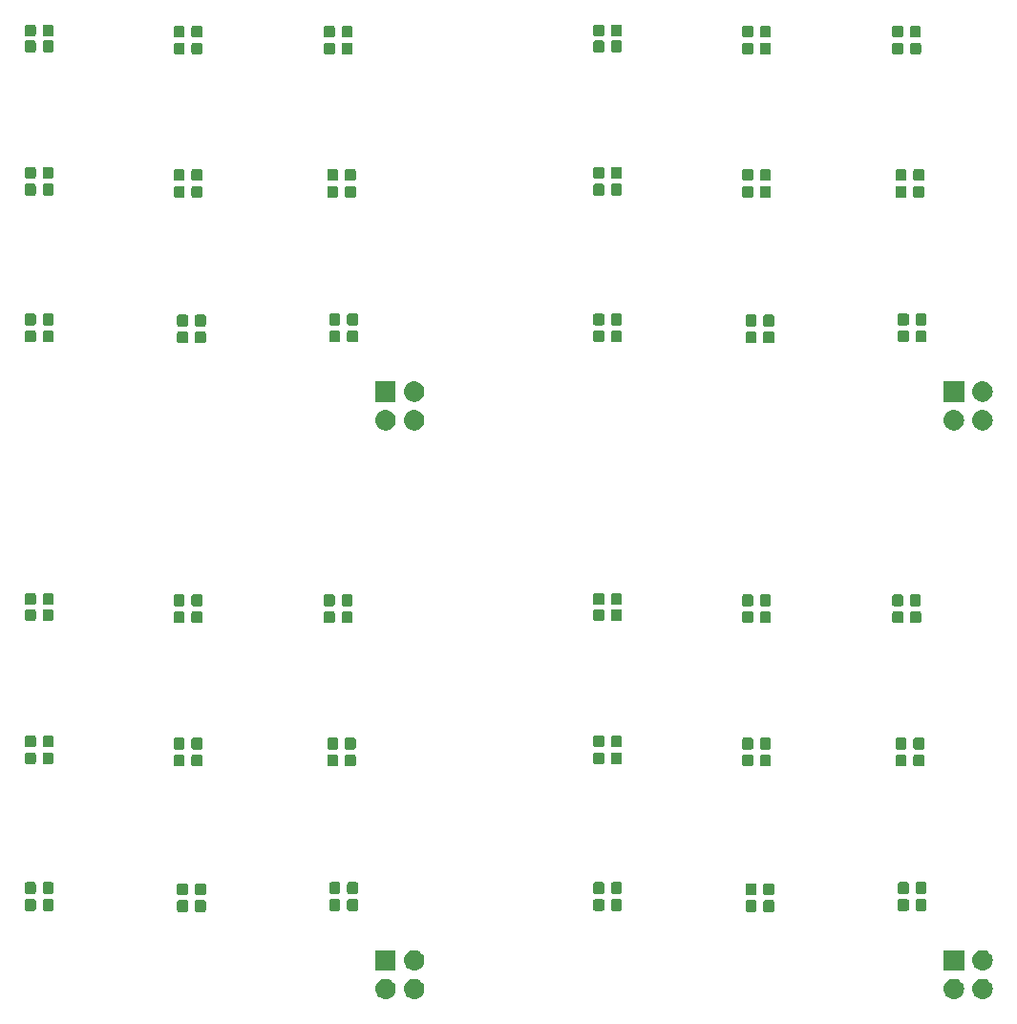
<source format=gts>
%MOIN*%
%OFA0B0*%
%FSLAX46Y46*%
%IPPOS*%
%LPD*%
%ADD10C,0.0039370078740157488*%
%ADD21C,0.0039370078740157488*%
%ADD22C,0.0039370078740157488*%
%ADD23C,0.0039370078740157488*%
G01*
D10*
G36*
X0001718521Y0000171436D02*
X0001721127Y0000171179D01*
X0001725584Y0000169827D01*
X0001727813Y0000169151D01*
X0001733271Y0000166234D01*
X0001733976Y0000165857D01*
X0001735383Y0000164702D01*
X0001739377Y0000161424D01*
X0001742655Y0000157430D01*
X0001743810Y0000156023D01*
X0001743810Y0000156023D01*
X0001747104Y0000149860D01*
X0001747104Y0000149860D01*
X0001749132Y0000143174D01*
X0001749817Y0000136220D01*
X0001749132Y0000129266D01*
X0001747780Y0000124808D01*
X0001747104Y0000122580D01*
X0001744186Y0000117122D01*
X0001743810Y0000116417D01*
X0001742655Y0000115010D01*
X0001739377Y0000111016D01*
X0001735383Y0000107738D01*
X0001733976Y0000106583D01*
X0001733975Y0000106583D01*
X0001727813Y0000103289D01*
X0001725584Y0000102613D01*
X0001721127Y0000101261D01*
X0001718521Y0000101004D01*
X0001715915Y0000100747D01*
X0001712430Y0000100747D01*
X0001709825Y0000101004D01*
X0001707219Y0000101261D01*
X0001702761Y0000102613D01*
X0001700532Y0000103289D01*
X0001694370Y0000106583D01*
X0001694370Y0000106583D01*
X0001692963Y0000107738D01*
X0001688969Y0000111016D01*
X0001685691Y0000115010D01*
X0001684536Y0000116417D01*
X0001684159Y0000117122D01*
X0001681242Y0000122580D01*
X0001680566Y0000124808D01*
X0001679214Y0000129266D01*
X0001678529Y0000136220D01*
X0001679214Y0000143174D01*
X0001681242Y0000149860D01*
X0001681242Y0000149860D01*
X0001684536Y0000156023D01*
X0001684536Y0000156023D01*
X0001685691Y0000157430D01*
X0001688969Y0000161424D01*
X0001692963Y0000164702D01*
X0001694370Y0000165857D01*
X0001695075Y0000166234D01*
X0001700532Y0000169151D01*
X0001702761Y0000169827D01*
X0001707219Y0000171179D01*
X0001709825Y0000171436D01*
X0001712430Y0000171692D01*
X0001715915Y0000171692D01*
X0001718521Y0000171436D01*
X0001718521Y0000171436D01*
G37*
G36*
X0001618521Y0000171436D02*
X0001621127Y0000171179D01*
X0001625584Y0000169827D01*
X0001627813Y0000169151D01*
X0001633271Y0000166234D01*
X0001633976Y0000165857D01*
X0001635382Y0000164702D01*
X0001639377Y0000161424D01*
X0001642655Y0000157430D01*
X0001643810Y0000156023D01*
X0001643810Y0000156023D01*
X0001647104Y0000149860D01*
X0001647104Y0000149860D01*
X0001649132Y0000143174D01*
X0001649817Y0000136220D01*
X0001649132Y0000129266D01*
X0001647780Y0000124808D01*
X0001647104Y0000122580D01*
X0001644186Y0000117122D01*
X0001643810Y0000116417D01*
X0001642655Y0000115010D01*
X0001639377Y0000111016D01*
X0001635382Y0000107738D01*
X0001633976Y0000106583D01*
X0001633975Y0000106583D01*
X0001627813Y0000103289D01*
X0001625584Y0000102613D01*
X0001621127Y0000101261D01*
X0001618521Y0000101004D01*
X0001615915Y0000100747D01*
X0001612430Y0000100747D01*
X0001609825Y0000101004D01*
X0001607219Y0000101261D01*
X0001602761Y0000102613D01*
X0001600532Y0000103289D01*
X0001594370Y0000106583D01*
X0001594370Y0000106583D01*
X0001592963Y0000107738D01*
X0001588969Y0000111016D01*
X0001585691Y0000115010D01*
X0001584536Y0000116417D01*
X0001584159Y0000117122D01*
X0001581242Y0000122580D01*
X0001580566Y0000124808D01*
X0001579214Y0000129266D01*
X0001578529Y0000136220D01*
X0001579214Y0000143174D01*
X0001581242Y0000149860D01*
X0001581242Y0000149860D01*
X0001584536Y0000156023D01*
X0001584536Y0000156023D01*
X0001585691Y0000157430D01*
X0001588969Y0000161424D01*
X0001592963Y0000164702D01*
X0001594370Y0000165857D01*
X0001595075Y0000166234D01*
X0001600532Y0000169151D01*
X0001602761Y0000169827D01*
X0001607219Y0000171179D01*
X0001609825Y0000171436D01*
X0001612430Y0000171692D01*
X0001615915Y0000171692D01*
X0001618521Y0000171436D01*
X0001618521Y0000171436D01*
G37*
G36*
X0001718521Y0000271436D02*
X0001721127Y0000271179D01*
X0001725584Y0000269827D01*
X0001727813Y0000269151D01*
X0001733271Y0000266234D01*
X0001733976Y0000265857D01*
X0001735383Y0000264702D01*
X0001739377Y0000261424D01*
X0001742655Y0000257430D01*
X0001743810Y0000256023D01*
X0001743810Y0000256023D01*
X0001747104Y0000249860D01*
X0001747104Y0000249860D01*
X0001749132Y0000243174D01*
X0001749817Y0000236220D01*
X0001749132Y0000229266D01*
X0001747780Y0000224808D01*
X0001747104Y0000222580D01*
X0001744186Y0000217122D01*
X0001743810Y0000216417D01*
X0001742655Y0000215010D01*
X0001739377Y0000211016D01*
X0001735383Y0000207738D01*
X0001733976Y0000206583D01*
X0001733975Y0000206583D01*
X0001727813Y0000203289D01*
X0001725584Y0000202613D01*
X0001721127Y0000201261D01*
X0001718521Y0000201004D01*
X0001715915Y0000200748D01*
X0001712430Y0000200748D01*
X0001709825Y0000201004D01*
X0001707219Y0000201261D01*
X0001702761Y0000202613D01*
X0001700532Y0000203289D01*
X0001694370Y0000206583D01*
X0001694370Y0000206583D01*
X0001692963Y0000207738D01*
X0001688969Y0000211016D01*
X0001685691Y0000215010D01*
X0001684536Y0000216417D01*
X0001684159Y0000217122D01*
X0001681242Y0000222580D01*
X0001680566Y0000224808D01*
X0001679214Y0000229266D01*
X0001678529Y0000236220D01*
X0001679214Y0000243174D01*
X0001681242Y0000249860D01*
X0001681242Y0000249860D01*
X0001684536Y0000256023D01*
X0001684536Y0000256023D01*
X0001685691Y0000257430D01*
X0001688969Y0000261424D01*
X0001692963Y0000264702D01*
X0001694370Y0000265857D01*
X0001695075Y0000266234D01*
X0001700532Y0000269151D01*
X0001702761Y0000269827D01*
X0001707219Y0000271179D01*
X0001709825Y0000271436D01*
X0001712430Y0000271692D01*
X0001715915Y0000271692D01*
X0001718521Y0000271436D01*
X0001718521Y0000271436D01*
G37*
G36*
X0001649645Y0000200748D02*
X0001578700Y0000200748D01*
X0001578700Y0000271692D01*
X0001649645Y0000271692D01*
X0001649645Y0000200748D01*
X0001649645Y0000200748D01*
G37*
G36*
X0000981479Y0000445744D02*
X0000982817Y0000445338D01*
X0000984050Y0000444679D01*
X0000985131Y0000443792D01*
X0000986018Y0000442712D01*
X0000986677Y0000441479D01*
X0000987083Y0000440141D01*
X0000987244Y0000438508D01*
X0000987244Y0000411885D01*
X0000987083Y0000410252D01*
X0000986677Y0000408914D01*
X0000986018Y0000407681D01*
X0000985131Y0000406600D01*
X0000984050Y0000405713D01*
X0000982817Y0000405054D01*
X0000981479Y0000404649D01*
X0000979846Y0000404488D01*
X0000956176Y0000404488D01*
X0000954543Y0000404649D01*
X0000953205Y0000405054D01*
X0000951972Y0000405713D01*
X0000950892Y0000406600D01*
X0000950005Y0000407681D01*
X0000949346Y0000408914D01*
X0000948940Y0000410252D01*
X0000948779Y0000411885D01*
X0000948779Y0000438508D01*
X0000948940Y0000440141D01*
X0000949346Y0000441479D01*
X0000950005Y0000442712D01*
X0000950892Y0000443792D01*
X0000951972Y0000444679D01*
X0000953205Y0000445338D01*
X0000954543Y0000445744D01*
X0000956176Y0000445905D01*
X0000979846Y0000445905D01*
X0000981479Y0000445744D01*
X0000981479Y0000445744D01*
G37*
G36*
X0000919472Y0000445744D02*
X0000920809Y0000445338D01*
X0000922042Y0000444679D01*
X0000923123Y0000443792D01*
X0000924010Y0000442712D01*
X0000924669Y0000441479D01*
X0000925075Y0000440141D01*
X0000925236Y0000438508D01*
X0000925236Y0000411885D01*
X0000925075Y0000410252D01*
X0000924669Y0000408914D01*
X0000924010Y0000407681D01*
X0000923123Y0000406600D01*
X0000922042Y0000405713D01*
X0000920809Y0000405054D01*
X0000919472Y0000404649D01*
X0000917838Y0000404488D01*
X0000894168Y0000404488D01*
X0000892535Y0000404649D01*
X0000891198Y0000405054D01*
X0000889965Y0000405713D01*
X0000888884Y0000406600D01*
X0000887997Y0000407681D01*
X0000887338Y0000408914D01*
X0000886932Y0000410252D01*
X0000886771Y0000411885D01*
X0000886771Y0000438508D01*
X0000886932Y0000440141D01*
X0000887338Y0000441479D01*
X0000887997Y0000442712D01*
X0000888884Y0000443792D01*
X0000889965Y0000444679D01*
X0000891198Y0000445338D01*
X0000892535Y0000445744D01*
X0000894168Y0000445905D01*
X0000917838Y0000445905D01*
X0000919472Y0000445744D01*
X0000919472Y0000445744D01*
G37*
G36*
X0001450968Y0000449681D02*
X0001452305Y0000449275D01*
X0001453538Y0000448616D01*
X0001454619Y0000447729D01*
X0001455506Y0000446649D01*
X0001456165Y0000445416D01*
X0001456571Y0000444078D01*
X0001456732Y0000442445D01*
X0001456732Y0000415822D01*
X0001456571Y0000414189D01*
X0001456165Y0000412851D01*
X0001455506Y0000411618D01*
X0001454619Y0000410537D01*
X0001453538Y0000409650D01*
X0001452305Y0000408991D01*
X0001450968Y0000408585D01*
X0001449335Y0000408425D01*
X0001425664Y0000408425D01*
X0001424031Y0000408585D01*
X0001422694Y0000408991D01*
X0001421461Y0000409650D01*
X0001420380Y0000410537D01*
X0001419493Y0000411618D01*
X0001418834Y0000412851D01*
X0001418428Y0000414189D01*
X0001418267Y0000415822D01*
X0001418267Y0000442445D01*
X0001418428Y0000444078D01*
X0001418834Y0000445416D01*
X0001419493Y0000446649D01*
X0001420380Y0000447729D01*
X0001421461Y0000448616D01*
X0001422694Y0000449275D01*
X0001424031Y0000449681D01*
X0001425664Y0000449842D01*
X0001449335Y0000449842D01*
X0001450968Y0000449681D01*
X0001450968Y0000449681D01*
G37*
G36*
X0001512975Y0000449681D02*
X0001514313Y0000449275D01*
X0001515546Y0000448616D01*
X0001516627Y0000447729D01*
X0001517514Y0000446649D01*
X0001518173Y0000445416D01*
X0001518579Y0000444078D01*
X0001518740Y0000442445D01*
X0001518740Y0000415822D01*
X0001518579Y0000414189D01*
X0001518173Y0000412851D01*
X0001517514Y0000411618D01*
X0001516627Y0000410537D01*
X0001515546Y0000409650D01*
X0001514313Y0000408991D01*
X0001512975Y0000408585D01*
X0001511342Y0000408425D01*
X0001487672Y0000408425D01*
X0001486039Y0000408585D01*
X0001484702Y0000408991D01*
X0001483469Y0000409650D01*
X0001482388Y0000410537D01*
X0001481501Y0000411618D01*
X0001480842Y0000412851D01*
X0001480436Y0000414189D01*
X0001480275Y0000415822D01*
X0001480275Y0000442445D01*
X0001480436Y0000444078D01*
X0001480842Y0000445416D01*
X0001481501Y0000446649D01*
X0001482388Y0000447729D01*
X0001483469Y0000448616D01*
X0001484702Y0000449275D01*
X0001486039Y0000449681D01*
X0001487672Y0000449842D01*
X0001511342Y0000449842D01*
X0001512975Y0000449681D01*
X0001512975Y0000449681D01*
G37*
G36*
X0000387976Y0000449681D02*
X0000389313Y0000449275D01*
X0000390546Y0000448616D01*
X0000391627Y0000447729D01*
X0000392514Y0000446649D01*
X0000393173Y0000445416D01*
X0000393579Y0000444078D01*
X0000393740Y0000442445D01*
X0000393740Y0000415822D01*
X0000393579Y0000414189D01*
X0000393173Y0000412851D01*
X0000392514Y0000411618D01*
X0000391627Y0000410537D01*
X0000390546Y0000409650D01*
X0000389313Y0000408991D01*
X0000387976Y0000408585D01*
X0000386342Y0000408425D01*
X0000362672Y0000408425D01*
X0000361039Y0000408585D01*
X0000359702Y0000408991D01*
X0000358469Y0000409650D01*
X0000357388Y0000410537D01*
X0000356501Y0000411618D01*
X0000355842Y0000412851D01*
X0000355436Y0000414189D01*
X0000355275Y0000415822D01*
X0000355275Y0000442445D01*
X0000355436Y0000444078D01*
X0000355842Y0000445416D01*
X0000356501Y0000446649D01*
X0000357388Y0000447729D01*
X0000358469Y0000448616D01*
X0000359702Y0000449275D01*
X0000361039Y0000449681D01*
X0000362672Y0000449842D01*
X0000386342Y0000449842D01*
X0000387976Y0000449681D01*
X0000387976Y0000449681D01*
G37*
G36*
X0000449983Y0000449681D02*
X0000451321Y0000449275D01*
X0000452554Y0000448616D01*
X0000453635Y0000447729D01*
X0000454522Y0000446649D01*
X0000455181Y0000445416D01*
X0000455587Y0000444078D01*
X0000455747Y0000442445D01*
X0000455747Y0000415822D01*
X0000455587Y0000414189D01*
X0000455181Y0000412851D01*
X0000454522Y0000411618D01*
X0000453635Y0000410537D01*
X0000452554Y0000409650D01*
X0000451321Y0000408991D01*
X0000449983Y0000408585D01*
X0000448350Y0000408425D01*
X0000424680Y0000408425D01*
X0000423047Y0000408585D01*
X0000421709Y0000408991D01*
X0000420476Y0000409650D01*
X0000419396Y0000410537D01*
X0000418509Y0000411618D01*
X0000417850Y0000412851D01*
X0000417444Y0000414189D01*
X0000417283Y0000415822D01*
X0000417283Y0000442445D01*
X0000417444Y0000444078D01*
X0000417850Y0000445416D01*
X0000418509Y0000446649D01*
X0000419396Y0000447729D01*
X0000420476Y0000448616D01*
X0000421709Y0000449275D01*
X0000423047Y0000449681D01*
X0000424680Y0000449842D01*
X0000448350Y0000449842D01*
X0000449983Y0000449681D01*
X0000449983Y0000449681D01*
G37*
G36*
X0000919472Y0000504799D02*
X0000920809Y0000504393D01*
X0000922042Y0000503734D01*
X0000923123Y0000502847D01*
X0000924010Y0000501767D01*
X0000924669Y0000500534D01*
X0000925075Y0000499196D01*
X0000925236Y0000497563D01*
X0000925236Y0000470940D01*
X0000925075Y0000469307D01*
X0000924669Y0000467969D01*
X0000924010Y0000466736D01*
X0000923123Y0000465655D01*
X0000922042Y0000464768D01*
X0000920809Y0000464109D01*
X0000919472Y0000463704D01*
X0000917838Y0000463543D01*
X0000894168Y0000463543D01*
X0000892535Y0000463704D01*
X0000891198Y0000464109D01*
X0000889965Y0000464768D01*
X0000888884Y0000465655D01*
X0000887997Y0000466736D01*
X0000887338Y0000467969D01*
X0000886932Y0000469307D01*
X0000886771Y0000470940D01*
X0000886771Y0000497563D01*
X0000886932Y0000499196D01*
X0000887338Y0000500534D01*
X0000887997Y0000501767D01*
X0000888884Y0000502847D01*
X0000889965Y0000503734D01*
X0000891198Y0000504393D01*
X0000892535Y0000504799D01*
X0000894168Y0000504960D01*
X0000917838Y0000504960D01*
X0000919472Y0000504799D01*
X0000919472Y0000504799D01*
G37*
G36*
X0000981479Y0000504799D02*
X0000982817Y0000504393D01*
X0000984050Y0000503734D01*
X0000985131Y0000502847D01*
X0000986018Y0000501767D01*
X0000986677Y0000500534D01*
X0000987083Y0000499196D01*
X0000987244Y0000497563D01*
X0000987244Y0000470940D01*
X0000987083Y0000469307D01*
X0000986677Y0000467969D01*
X0000986018Y0000466736D01*
X0000985131Y0000465655D01*
X0000984050Y0000464768D01*
X0000982817Y0000464109D01*
X0000981479Y0000463704D01*
X0000979846Y0000463543D01*
X0000956176Y0000463543D01*
X0000954543Y0000463704D01*
X0000953205Y0000464109D01*
X0000951972Y0000464768D01*
X0000950892Y0000465655D01*
X0000950005Y0000466736D01*
X0000949346Y0000467969D01*
X0000948940Y0000469307D01*
X0000948779Y0000470940D01*
X0000948779Y0000497563D01*
X0000948940Y0000499196D01*
X0000949346Y0000500534D01*
X0000950005Y0000501767D01*
X0000950892Y0000502847D01*
X0000951972Y0000503734D01*
X0000953205Y0000504393D01*
X0000954543Y0000504799D01*
X0000956176Y0000504960D01*
X0000979846Y0000504960D01*
X0000981479Y0000504799D01*
X0000981479Y0000504799D01*
G37*
G36*
X0001512975Y0000508736D02*
X0001514313Y0000508330D01*
X0001515546Y0000507671D01*
X0001516627Y0000506784D01*
X0001517514Y0000505704D01*
X0001518173Y0000504471D01*
X0001518579Y0000503133D01*
X0001518740Y0000501500D01*
X0001518740Y0000474877D01*
X0001518579Y0000473244D01*
X0001518173Y0000471906D01*
X0001517514Y0000470673D01*
X0001516627Y0000469592D01*
X0001515546Y0000468706D01*
X0001514313Y0000468046D01*
X0001512975Y0000467641D01*
X0001511342Y0000467480D01*
X0001487672Y0000467480D01*
X0001486039Y0000467641D01*
X0001484702Y0000468046D01*
X0001483469Y0000468706D01*
X0001482388Y0000469592D01*
X0001481501Y0000470673D01*
X0001480842Y0000471906D01*
X0001480436Y0000473244D01*
X0001480275Y0000474877D01*
X0001480275Y0000501500D01*
X0001480436Y0000503133D01*
X0001480842Y0000504471D01*
X0001481501Y0000505704D01*
X0001482388Y0000506784D01*
X0001483469Y0000507671D01*
X0001484702Y0000508330D01*
X0001486039Y0000508736D01*
X0001487672Y0000508897D01*
X0001511342Y0000508897D01*
X0001512975Y0000508736D01*
X0001512975Y0000508736D01*
G37*
G36*
X0000387976Y0000508736D02*
X0000389313Y0000508330D01*
X0000390546Y0000507671D01*
X0000391627Y0000506784D01*
X0000392514Y0000505704D01*
X0000393173Y0000504471D01*
X0000393579Y0000503133D01*
X0000393740Y0000501500D01*
X0000393740Y0000474877D01*
X0000393579Y0000473244D01*
X0000393173Y0000471906D01*
X0000392514Y0000470673D01*
X0000391627Y0000469592D01*
X0000390546Y0000468706D01*
X0000389313Y0000468046D01*
X0000387976Y0000467641D01*
X0000386342Y0000467480D01*
X0000362672Y0000467480D01*
X0000361039Y0000467641D01*
X0000359702Y0000468046D01*
X0000358469Y0000468706D01*
X0000357388Y0000469592D01*
X0000356501Y0000470673D01*
X0000355842Y0000471906D01*
X0000355436Y0000473244D01*
X0000355275Y0000474877D01*
X0000355275Y0000501500D01*
X0000355436Y0000503133D01*
X0000355842Y0000504471D01*
X0000356501Y0000505704D01*
X0000357388Y0000506784D01*
X0000358469Y0000507671D01*
X0000359702Y0000508330D01*
X0000361039Y0000508736D01*
X0000362672Y0000508897D01*
X0000386342Y0000508897D01*
X0000387976Y0000508736D01*
X0000387976Y0000508736D01*
G37*
G36*
X0000449983Y0000508736D02*
X0000451321Y0000508330D01*
X0000452554Y0000507671D01*
X0000453635Y0000506784D01*
X0000454522Y0000505704D01*
X0000455181Y0000504471D01*
X0000455587Y0000503133D01*
X0000455747Y0000501500D01*
X0000455747Y0000474877D01*
X0000455587Y0000473244D01*
X0000455181Y0000471906D01*
X0000454522Y0000470673D01*
X0000453635Y0000469592D01*
X0000452554Y0000468706D01*
X0000451321Y0000468046D01*
X0000449983Y0000467641D01*
X0000448350Y0000467480D01*
X0000424680Y0000467480D01*
X0000423047Y0000467641D01*
X0000421709Y0000468046D01*
X0000420476Y0000468706D01*
X0000419396Y0000469592D01*
X0000418509Y0000470673D01*
X0000417850Y0000471906D01*
X0000417444Y0000473244D01*
X0000417283Y0000474877D01*
X0000417283Y0000501500D01*
X0000417444Y0000503133D01*
X0000417850Y0000504471D01*
X0000418509Y0000505704D01*
X0000419396Y0000506784D01*
X0000420476Y0000507671D01*
X0000421709Y0000508330D01*
X0000423047Y0000508736D01*
X0000424680Y0000508897D01*
X0000448350Y0000508897D01*
X0000449983Y0000508736D01*
X0000449983Y0000508736D01*
G37*
G36*
X0001450968Y0000508736D02*
X0001452305Y0000508330D01*
X0001453538Y0000507671D01*
X0001454619Y0000506784D01*
X0001455506Y0000505704D01*
X0001456165Y0000504471D01*
X0001456571Y0000503133D01*
X0001456732Y0000501500D01*
X0001456732Y0000474877D01*
X0001456571Y0000473244D01*
X0001456165Y0000471906D01*
X0001455506Y0000470673D01*
X0001454619Y0000469592D01*
X0001453538Y0000468706D01*
X0001452305Y0000468046D01*
X0001450968Y0000467641D01*
X0001449335Y0000467480D01*
X0001425664Y0000467480D01*
X0001424031Y0000467641D01*
X0001422694Y0000468046D01*
X0001421461Y0000468706D01*
X0001420380Y0000469592D01*
X0001419493Y0000470673D01*
X0001418834Y0000471906D01*
X0001418428Y0000473244D01*
X0001418267Y0000474877D01*
X0001418267Y0000501500D01*
X0001418428Y0000503133D01*
X0001418834Y0000504471D01*
X0001419493Y0000505704D01*
X0001420380Y0000506784D01*
X0001421461Y0000507671D01*
X0001422694Y0000508330D01*
X0001424031Y0000508736D01*
X0001425664Y0000508897D01*
X0001449335Y0000508897D01*
X0001450968Y0000508736D01*
X0001450968Y0000508736D01*
G37*
G36*
X0001505102Y0000953618D02*
X0001506439Y0000953212D01*
X0001507672Y0000952553D01*
X0001508753Y0000951666D01*
X0001509640Y0000950586D01*
X0001510299Y0000949353D01*
X0001510705Y0000948015D01*
X0001510866Y0000946382D01*
X0001510866Y0000919759D01*
X0001510705Y0000918126D01*
X0001510299Y0000916788D01*
X0001509640Y0000915555D01*
X0001508753Y0000914474D01*
X0001507672Y0000913587D01*
X0001506439Y0000912928D01*
X0001505102Y0000912522D01*
X0001503468Y0000912362D01*
X0001479798Y0000912362D01*
X0001478165Y0000912522D01*
X0001476827Y0000912928D01*
X0001475594Y0000913587D01*
X0001474514Y0000914474D01*
X0001473627Y0000915555D01*
X0001472968Y0000916788D01*
X0001472562Y0000918126D01*
X0001472401Y0000919759D01*
X0001472401Y0000946382D01*
X0001472562Y0000948015D01*
X0001472968Y0000949353D01*
X0001473627Y0000950586D01*
X0001474514Y0000951666D01*
X0001475594Y0000952553D01*
X0001476827Y0000953212D01*
X0001478165Y0000953618D01*
X0001479798Y0000953779D01*
X0001503468Y0000953779D01*
X0001505102Y0000953618D01*
X0001505102Y0000953618D01*
G37*
G36*
X0001443094Y0000953618D02*
X0001444431Y0000953212D01*
X0001445664Y0000952553D01*
X0001446745Y0000951666D01*
X0001447632Y0000950586D01*
X0001448291Y0000949353D01*
X0001448697Y0000948015D01*
X0001448858Y0000946382D01*
X0001448858Y0000919759D01*
X0001448697Y0000918126D01*
X0001448291Y0000916788D01*
X0001447632Y0000915555D01*
X0001446745Y0000914474D01*
X0001445664Y0000913587D01*
X0001444431Y0000912928D01*
X0001443094Y0000912522D01*
X0001441461Y0000912362D01*
X0001417790Y0000912362D01*
X0001416157Y0000912522D01*
X0001414820Y0000912928D01*
X0001413587Y0000913587D01*
X0001412506Y0000914474D01*
X0001411619Y0000915555D01*
X0001410960Y0000916788D01*
X0001410554Y0000918126D01*
X0001410393Y0000919759D01*
X0001410393Y0000946382D01*
X0001410554Y0000948015D01*
X0001410960Y0000949353D01*
X0001411619Y0000950586D01*
X0001412506Y0000951666D01*
X0001413587Y0000952553D01*
X0001414820Y0000953212D01*
X0001416157Y0000953618D01*
X0001417790Y0000953779D01*
X0001441461Y0000953779D01*
X0001443094Y0000953618D01*
X0001443094Y0000953618D01*
G37*
G36*
X0000969668Y0000953618D02*
X0000971006Y0000953212D01*
X0000972239Y0000952553D01*
X0000973320Y0000951666D01*
X0000974207Y0000950586D01*
X0000974866Y0000949353D01*
X0000975272Y0000948015D01*
X0000975433Y0000946382D01*
X0000975433Y0000919759D01*
X0000975272Y0000918126D01*
X0000974866Y0000916788D01*
X0000974207Y0000915555D01*
X0000973320Y0000914474D01*
X0000972239Y0000913587D01*
X0000971006Y0000912928D01*
X0000969668Y0000912522D01*
X0000968035Y0000912362D01*
X0000944365Y0000912362D01*
X0000942732Y0000912522D01*
X0000941394Y0000912928D01*
X0000940161Y0000913587D01*
X0000939081Y0000914474D01*
X0000938194Y0000915555D01*
X0000937535Y0000916788D01*
X0000937129Y0000918126D01*
X0000936968Y0000919759D01*
X0000936968Y0000946382D01*
X0000937129Y0000948015D01*
X0000937535Y0000949353D01*
X0000938194Y0000950586D01*
X0000939081Y0000951666D01*
X0000940161Y0000952553D01*
X0000941394Y0000953212D01*
X0000942732Y0000953618D01*
X0000944365Y0000953779D01*
X0000968035Y0000953779D01*
X0000969668Y0000953618D01*
X0000969668Y0000953618D01*
G37*
G36*
X0000907661Y0000953618D02*
X0000908998Y0000953212D01*
X0000910231Y0000952553D01*
X0000911312Y0000951666D01*
X0000912199Y0000950586D01*
X0000912858Y0000949353D01*
X0000913264Y0000948015D01*
X0000913425Y0000946382D01*
X0000913425Y0000919759D01*
X0000913264Y0000918126D01*
X0000912858Y0000916788D01*
X0000912199Y0000915555D01*
X0000911312Y0000914474D01*
X0000910231Y0000913587D01*
X0000908998Y0000912928D01*
X0000907661Y0000912522D01*
X0000906027Y0000912362D01*
X0000882357Y0000912362D01*
X0000880724Y0000912522D01*
X0000879387Y0000912928D01*
X0000878154Y0000913587D01*
X0000877073Y0000914474D01*
X0000876186Y0000915555D01*
X0000875527Y0000916788D01*
X0000875121Y0000918126D01*
X0000874960Y0000919759D01*
X0000874960Y0000946382D01*
X0000875121Y0000948015D01*
X0000875527Y0000949353D01*
X0000876186Y0000950586D01*
X0000877073Y0000951666D01*
X0000878154Y0000952553D01*
X0000879387Y0000953212D01*
X0000880724Y0000953618D01*
X0000882357Y0000953779D01*
X0000906027Y0000953779D01*
X0000907661Y0000953618D01*
X0000907661Y0000953618D01*
G37*
G36*
X0000387976Y0000961492D02*
X0000389313Y0000961086D01*
X0000390546Y0000960427D01*
X0000391627Y0000959540D01*
X0000392514Y0000958460D01*
X0000393173Y0000957227D01*
X0000393579Y0000955889D01*
X0000393740Y0000954256D01*
X0000393740Y0000927633D01*
X0000393579Y0000926000D01*
X0000393173Y0000924662D01*
X0000392514Y0000923429D01*
X0000391627Y0000922348D01*
X0000390546Y0000921461D01*
X0000389313Y0000920802D01*
X0000387976Y0000920397D01*
X0000386342Y0000920236D01*
X0000362672Y0000920236D01*
X0000361039Y0000920397D01*
X0000359702Y0000920802D01*
X0000358469Y0000921461D01*
X0000357388Y0000922348D01*
X0000356501Y0000923429D01*
X0000355842Y0000924662D01*
X0000355436Y0000926000D01*
X0000355275Y0000927633D01*
X0000355275Y0000954256D01*
X0000355436Y0000955889D01*
X0000355842Y0000957227D01*
X0000356501Y0000958460D01*
X0000357388Y0000959540D01*
X0000358469Y0000960427D01*
X0000359702Y0000961086D01*
X0000361039Y0000961492D01*
X0000362672Y0000961653D01*
X0000386342Y0000961653D01*
X0000387976Y0000961492D01*
X0000387976Y0000961492D01*
G37*
G36*
X0000449983Y0000961492D02*
X0000451321Y0000961086D01*
X0000452554Y0000960427D01*
X0000453635Y0000959540D01*
X0000454522Y0000958460D01*
X0000455181Y0000957227D01*
X0000455587Y0000955889D01*
X0000455747Y0000954256D01*
X0000455747Y0000927633D01*
X0000455587Y0000926000D01*
X0000455181Y0000924662D01*
X0000454522Y0000923429D01*
X0000453635Y0000922348D01*
X0000452554Y0000921461D01*
X0000451321Y0000920802D01*
X0000449983Y0000920397D01*
X0000448350Y0000920236D01*
X0000424680Y0000920236D01*
X0000423047Y0000920397D01*
X0000421709Y0000920802D01*
X0000420476Y0000921461D01*
X0000419396Y0000922348D01*
X0000418509Y0000923429D01*
X0000417850Y0000924662D01*
X0000417444Y0000926000D01*
X0000417283Y0000927633D01*
X0000417283Y0000954256D01*
X0000417444Y0000955889D01*
X0000417850Y0000957227D01*
X0000418509Y0000958460D01*
X0000419396Y0000959540D01*
X0000420476Y0000960427D01*
X0000421709Y0000961086D01*
X0000423047Y0000961492D01*
X0000424680Y0000961653D01*
X0000448350Y0000961653D01*
X0000449983Y0000961492D01*
X0000449983Y0000961492D01*
G37*
G36*
X0001443094Y0001012673D02*
X0001444431Y0001012267D01*
X0001445664Y0001011608D01*
X0001446745Y0001010722D01*
X0001447632Y0001009641D01*
X0001448291Y0001008408D01*
X0001448697Y0001007070D01*
X0001448858Y0001005437D01*
X0001448858Y0000978814D01*
X0001448697Y0000977181D01*
X0001448291Y0000975843D01*
X0001447632Y0000974610D01*
X0001446745Y0000973529D01*
X0001445664Y0000972642D01*
X0001444431Y0000971983D01*
X0001443094Y0000971578D01*
X0001441461Y0000971417D01*
X0001417790Y0000971417D01*
X0001416157Y0000971578D01*
X0001414820Y0000971983D01*
X0001413587Y0000972642D01*
X0001412506Y0000973529D01*
X0001411619Y0000974610D01*
X0001410960Y0000975843D01*
X0001410554Y0000977181D01*
X0001410393Y0000978814D01*
X0001410393Y0001005437D01*
X0001410554Y0001007070D01*
X0001410960Y0001008408D01*
X0001411619Y0001009641D01*
X0001412506Y0001010722D01*
X0001413587Y0001011608D01*
X0001414820Y0001012267D01*
X0001416157Y0001012673D01*
X0001417790Y0001012834D01*
X0001441461Y0001012834D01*
X0001443094Y0001012673D01*
X0001443094Y0001012673D01*
G37*
G36*
X0001505102Y0001012673D02*
X0001506439Y0001012267D01*
X0001507672Y0001011608D01*
X0001508753Y0001010722D01*
X0001509640Y0001009641D01*
X0001510299Y0001008408D01*
X0001510705Y0001007070D01*
X0001510866Y0001005437D01*
X0001510866Y0000978814D01*
X0001510705Y0000977181D01*
X0001510299Y0000975843D01*
X0001509640Y0000974610D01*
X0001508753Y0000973529D01*
X0001507672Y0000972642D01*
X0001506439Y0000971983D01*
X0001505102Y0000971578D01*
X0001503468Y0000971417D01*
X0001479798Y0000971417D01*
X0001478165Y0000971578D01*
X0001476827Y0000971983D01*
X0001475594Y0000972642D01*
X0001474514Y0000973529D01*
X0001473627Y0000974610D01*
X0001472968Y0000975843D01*
X0001472562Y0000977181D01*
X0001472401Y0000978814D01*
X0001472401Y0001005437D01*
X0001472562Y0001007070D01*
X0001472968Y0001008408D01*
X0001473627Y0001009641D01*
X0001474514Y0001010722D01*
X0001475594Y0001011608D01*
X0001476827Y0001012267D01*
X0001478165Y0001012673D01*
X0001479798Y0001012834D01*
X0001503468Y0001012834D01*
X0001505102Y0001012673D01*
X0001505102Y0001012673D01*
G37*
G36*
X0000907661Y0001012673D02*
X0000908998Y0001012267D01*
X0000910231Y0001011608D01*
X0000911312Y0001010722D01*
X0000912199Y0001009641D01*
X0000912858Y0001008408D01*
X0000913264Y0001007070D01*
X0000913425Y0001005437D01*
X0000913425Y0000978814D01*
X0000913264Y0000977181D01*
X0000912858Y0000975843D01*
X0000912199Y0000974610D01*
X0000911312Y0000973529D01*
X0000910231Y0000972642D01*
X0000908998Y0000971983D01*
X0000907661Y0000971578D01*
X0000906027Y0000971417D01*
X0000882357Y0000971417D01*
X0000880724Y0000971578D01*
X0000879387Y0000971983D01*
X0000878154Y0000972642D01*
X0000877073Y0000973529D01*
X0000876186Y0000974610D01*
X0000875527Y0000975843D01*
X0000875121Y0000977181D01*
X0000874960Y0000978814D01*
X0000874960Y0001005437D01*
X0000875121Y0001007070D01*
X0000875527Y0001008408D01*
X0000876186Y0001009641D01*
X0000877073Y0001010722D01*
X0000878154Y0001011608D01*
X0000879387Y0001012267D01*
X0000880724Y0001012673D01*
X0000882357Y0001012834D01*
X0000906027Y0001012834D01*
X0000907661Y0001012673D01*
X0000907661Y0001012673D01*
G37*
G36*
X0000969668Y0001012673D02*
X0000971006Y0001012267D01*
X0000972239Y0001011608D01*
X0000973320Y0001010722D01*
X0000974207Y0001009641D01*
X0000974866Y0001008408D01*
X0000975272Y0001007070D01*
X0000975433Y0001005437D01*
X0000975433Y0000978814D01*
X0000975272Y0000977181D01*
X0000974866Y0000975843D01*
X0000974207Y0000974610D01*
X0000973320Y0000973529D01*
X0000972239Y0000972642D01*
X0000971006Y0000971983D01*
X0000969668Y0000971578D01*
X0000968035Y0000971417D01*
X0000944365Y0000971417D01*
X0000942732Y0000971578D01*
X0000941394Y0000971983D01*
X0000940161Y0000972642D01*
X0000939081Y0000973529D01*
X0000938194Y0000974610D01*
X0000937535Y0000975843D01*
X0000937129Y0000977181D01*
X0000936968Y0000978814D01*
X0000936968Y0001005437D01*
X0000937129Y0001007070D01*
X0000937535Y0001008408D01*
X0000938194Y0001009641D01*
X0000939081Y0001010722D01*
X0000940161Y0001011608D01*
X0000941394Y0001012267D01*
X0000942732Y0001012673D01*
X0000944365Y0001012834D01*
X0000968035Y0001012834D01*
X0000969668Y0001012673D01*
X0000969668Y0001012673D01*
G37*
G36*
X0000387976Y0001020547D02*
X0000389313Y0001020141D01*
X0000390546Y0001019482D01*
X0000391627Y0001018595D01*
X0000392514Y0001017515D01*
X0000393173Y0001016282D01*
X0000393579Y0001014944D01*
X0000393740Y0001013311D01*
X0000393740Y0000986688D01*
X0000393579Y0000985055D01*
X0000393173Y0000983717D01*
X0000392514Y0000982484D01*
X0000391627Y0000981403D01*
X0000390546Y0000980517D01*
X0000389313Y0000979857D01*
X0000387976Y0000979452D01*
X0000386342Y0000979291D01*
X0000362672Y0000979291D01*
X0000361039Y0000979452D01*
X0000359702Y0000979857D01*
X0000358469Y0000980517D01*
X0000357388Y0000981403D01*
X0000356501Y0000982484D01*
X0000355842Y0000983717D01*
X0000355436Y0000985055D01*
X0000355275Y0000986688D01*
X0000355275Y0001013311D01*
X0000355436Y0001014944D01*
X0000355842Y0001016282D01*
X0000356501Y0001017515D01*
X0000357388Y0001018595D01*
X0000358469Y0001019482D01*
X0000359702Y0001020141D01*
X0000361039Y0001020547D01*
X0000362672Y0001020708D01*
X0000386342Y0001020708D01*
X0000387976Y0001020547D01*
X0000387976Y0001020547D01*
G37*
G36*
X0000449983Y0001020547D02*
X0000451321Y0001020141D01*
X0000452554Y0001019482D01*
X0000453635Y0001018595D01*
X0000454522Y0001017515D01*
X0000455181Y0001016282D01*
X0000455587Y0001014944D01*
X0000455747Y0001013311D01*
X0000455747Y0000986688D01*
X0000455587Y0000985055D01*
X0000455181Y0000983717D01*
X0000454522Y0000982484D01*
X0000453635Y0000981403D01*
X0000452554Y0000980517D01*
X0000451321Y0000979857D01*
X0000449983Y0000979452D01*
X0000448350Y0000979291D01*
X0000424680Y0000979291D01*
X0000423047Y0000979452D01*
X0000421709Y0000979857D01*
X0000420476Y0000980517D01*
X0000419396Y0000981403D01*
X0000418509Y0000982484D01*
X0000417850Y0000983717D01*
X0000417444Y0000985055D01*
X0000417283Y0000986688D01*
X0000417283Y0001013311D01*
X0000417444Y0001014944D01*
X0000417850Y0001016282D01*
X0000418509Y0001017515D01*
X0000419396Y0001018595D01*
X0000420476Y0001019482D01*
X0000421709Y0001020141D01*
X0000423047Y0001020547D01*
X0000424680Y0001020708D01*
X0000448350Y0001020708D01*
X0000449983Y0001020547D01*
X0000449983Y0001020547D01*
G37*
G36*
X0001493783Y0001453618D02*
X0001495120Y0001453212D01*
X0001496353Y0001452553D01*
X0001497434Y0001451666D01*
X0001498321Y0001450586D01*
X0001498980Y0001449353D01*
X0001499386Y0001448015D01*
X0001499547Y0001446382D01*
X0001499547Y0001419759D01*
X0001499386Y0001418126D01*
X0001498980Y0001416788D01*
X0001498321Y0001415555D01*
X0001497434Y0001414474D01*
X0001496353Y0001413587D01*
X0001495120Y0001412928D01*
X0001493783Y0001412523D01*
X0001492150Y0001412362D01*
X0001468479Y0001412362D01*
X0001466846Y0001412523D01*
X0001465509Y0001412928D01*
X0001464276Y0001413587D01*
X0001463195Y0001414474D01*
X0001462308Y0001415555D01*
X0001461649Y0001416788D01*
X0001461243Y0001418126D01*
X0001461082Y0001419759D01*
X0001461082Y0001446382D01*
X0001461243Y0001448015D01*
X0001461649Y0001449353D01*
X0001462308Y0001450586D01*
X0001463195Y0001451666D01*
X0001464276Y0001452553D01*
X0001465509Y0001453212D01*
X0001466846Y0001453618D01*
X0001468479Y0001453779D01*
X0001492150Y0001453779D01*
X0001493783Y0001453618D01*
X0001493783Y0001453618D01*
G37*
G36*
X0001431775Y0001453618D02*
X0001433112Y0001453212D01*
X0001434345Y0001452553D01*
X0001435426Y0001451666D01*
X0001436313Y0001450586D01*
X0001436972Y0001449353D01*
X0001437378Y0001448015D01*
X0001437539Y0001446382D01*
X0001437539Y0001419759D01*
X0001437378Y0001418126D01*
X0001436972Y0001416788D01*
X0001436313Y0001415555D01*
X0001435426Y0001414474D01*
X0001434345Y0001413587D01*
X0001433112Y0001412928D01*
X0001431775Y0001412523D01*
X0001430142Y0001412362D01*
X0001406472Y0001412362D01*
X0001404838Y0001412523D01*
X0001403501Y0001412928D01*
X0001402268Y0001413587D01*
X0001401187Y0001414474D01*
X0001400300Y0001415555D01*
X0001399641Y0001416788D01*
X0001399235Y0001418126D01*
X0001399074Y0001419759D01*
X0001399074Y0001446382D01*
X0001399235Y0001448015D01*
X0001399641Y0001449353D01*
X0001400300Y0001450586D01*
X0001401187Y0001451666D01*
X0001402268Y0001452553D01*
X0001403501Y0001453212D01*
X0001404838Y0001453618D01*
X0001406472Y0001453779D01*
X0001430142Y0001453779D01*
X0001431775Y0001453618D01*
X0001431775Y0001453618D01*
G37*
G36*
X0000907661Y0001453618D02*
X0000908998Y0001453212D01*
X0000910231Y0001452553D01*
X0000911312Y0001451666D01*
X0000912199Y0001450586D01*
X0000912858Y0001449353D01*
X0000913264Y0001448015D01*
X0000913425Y0001446382D01*
X0000913425Y0001419759D01*
X0000913264Y0001418126D01*
X0000912858Y0001416788D01*
X0000912199Y0001415555D01*
X0000911312Y0001414474D01*
X0000910231Y0001413587D01*
X0000908998Y0001412928D01*
X0000907661Y0001412523D01*
X0000906027Y0001412362D01*
X0000882357Y0001412362D01*
X0000880724Y0001412523D01*
X0000879387Y0001412928D01*
X0000878154Y0001413587D01*
X0000877073Y0001414474D01*
X0000876186Y0001415555D01*
X0000875527Y0001416788D01*
X0000875121Y0001418126D01*
X0000874960Y0001419759D01*
X0000874960Y0001446382D01*
X0000875121Y0001448015D01*
X0000875527Y0001449353D01*
X0000876186Y0001450586D01*
X0000877073Y0001451666D01*
X0000878154Y0001452553D01*
X0000879387Y0001453212D01*
X0000880724Y0001453618D01*
X0000882357Y0001453779D01*
X0000906027Y0001453779D01*
X0000907661Y0001453618D01*
X0000907661Y0001453618D01*
G37*
G36*
X0000969668Y0001453618D02*
X0000971006Y0001453212D01*
X0000972239Y0001452553D01*
X0000973320Y0001451666D01*
X0000974207Y0001450586D01*
X0000974866Y0001449353D01*
X0000975272Y0001448015D01*
X0000975433Y0001446382D01*
X0000975433Y0001419759D01*
X0000975272Y0001418126D01*
X0000974866Y0001416788D01*
X0000974207Y0001415555D01*
X0000973320Y0001414474D01*
X0000972239Y0001413587D01*
X0000971006Y0001412928D01*
X0000969668Y0001412523D01*
X0000968035Y0001412362D01*
X0000944365Y0001412362D01*
X0000942732Y0001412523D01*
X0000941394Y0001412928D01*
X0000940161Y0001413587D01*
X0000939081Y0001414474D01*
X0000938194Y0001415555D01*
X0000937535Y0001416788D01*
X0000937129Y0001418126D01*
X0000936968Y0001419759D01*
X0000936968Y0001446382D01*
X0000937129Y0001448015D01*
X0000937535Y0001449353D01*
X0000938194Y0001450586D01*
X0000939081Y0001451666D01*
X0000940161Y0001452553D01*
X0000941394Y0001453212D01*
X0000942732Y0001453618D01*
X0000944365Y0001453779D01*
X0000968035Y0001453779D01*
X0000969668Y0001453618D01*
X0000969668Y0001453618D01*
G37*
G36*
X0000449983Y0001461492D02*
X0000451321Y0001461086D01*
X0000452554Y0001460427D01*
X0000453635Y0001459540D01*
X0000454522Y0001458460D01*
X0000455181Y0001457227D01*
X0000455587Y0001455889D01*
X0000455747Y0001454256D01*
X0000455747Y0001427633D01*
X0000455587Y0001426000D01*
X0000455181Y0001424662D01*
X0000454522Y0001423429D01*
X0000453635Y0001422348D01*
X0000452554Y0001421461D01*
X0000451321Y0001420802D01*
X0000449983Y0001420397D01*
X0000448350Y0001420236D01*
X0000424680Y0001420236D01*
X0000423047Y0001420397D01*
X0000421709Y0001420802D01*
X0000420476Y0001421461D01*
X0000419396Y0001422348D01*
X0000418509Y0001423429D01*
X0000417850Y0001424662D01*
X0000417444Y0001426000D01*
X0000417283Y0001427633D01*
X0000417283Y0001454256D01*
X0000417444Y0001455889D01*
X0000417850Y0001457227D01*
X0000418509Y0001458460D01*
X0000419396Y0001459540D01*
X0000420476Y0001460427D01*
X0000421709Y0001461086D01*
X0000423047Y0001461492D01*
X0000424680Y0001461653D01*
X0000448350Y0001461653D01*
X0000449983Y0001461492D01*
X0000449983Y0001461492D01*
G37*
G36*
X0000387976Y0001461492D02*
X0000389313Y0001461086D01*
X0000390546Y0001460427D01*
X0000391627Y0001459540D01*
X0000392514Y0001458460D01*
X0000393173Y0001457227D01*
X0000393579Y0001455889D01*
X0000393740Y0001454256D01*
X0000393740Y0001427633D01*
X0000393579Y0001426000D01*
X0000393173Y0001424662D01*
X0000392514Y0001423429D01*
X0000391627Y0001422348D01*
X0000390546Y0001421461D01*
X0000389313Y0001420802D01*
X0000387976Y0001420397D01*
X0000386342Y0001420236D01*
X0000362672Y0001420236D01*
X0000361039Y0001420397D01*
X0000359702Y0001420802D01*
X0000358469Y0001421461D01*
X0000357388Y0001422348D01*
X0000356501Y0001423429D01*
X0000355842Y0001424662D01*
X0000355436Y0001426000D01*
X0000355275Y0001427633D01*
X0000355275Y0001454256D01*
X0000355436Y0001455889D01*
X0000355842Y0001457227D01*
X0000356501Y0001458460D01*
X0000357388Y0001459540D01*
X0000358469Y0001460427D01*
X0000359702Y0001461086D01*
X0000361039Y0001461492D01*
X0000362672Y0001461653D01*
X0000386342Y0001461653D01*
X0000387976Y0001461492D01*
X0000387976Y0001461492D01*
G37*
G36*
X0000907661Y0001512673D02*
X0000908998Y0001512267D01*
X0000910231Y0001511608D01*
X0000911312Y0001510722D01*
X0000912199Y0001509641D01*
X0000912858Y0001508408D01*
X0000913264Y0001507070D01*
X0000913425Y0001505437D01*
X0000913425Y0001478814D01*
X0000913264Y0001477181D01*
X0000912858Y0001475843D01*
X0000912199Y0001474610D01*
X0000911312Y0001473529D01*
X0000910231Y0001472643D01*
X0000908998Y0001471983D01*
X0000907661Y0001471578D01*
X0000906027Y0001471417D01*
X0000882357Y0001471417D01*
X0000880724Y0001471578D01*
X0000879387Y0001471983D01*
X0000878154Y0001472643D01*
X0000877073Y0001473529D01*
X0000876186Y0001474610D01*
X0000875527Y0001475843D01*
X0000875121Y0001477181D01*
X0000874960Y0001478814D01*
X0000874960Y0001505437D01*
X0000875121Y0001507070D01*
X0000875527Y0001508408D01*
X0000876186Y0001509641D01*
X0000877073Y0001510722D01*
X0000878154Y0001511608D01*
X0000879387Y0001512267D01*
X0000880724Y0001512673D01*
X0000882357Y0001512834D01*
X0000906027Y0001512834D01*
X0000907661Y0001512673D01*
X0000907661Y0001512673D01*
G37*
G36*
X0001431283Y0001512673D02*
X0001432620Y0001512267D01*
X0001433853Y0001511608D01*
X0001434934Y0001510722D01*
X0001435821Y0001509641D01*
X0001436480Y0001508408D01*
X0001436886Y0001507070D01*
X0001437047Y0001505437D01*
X0001437047Y0001478814D01*
X0001436886Y0001477181D01*
X0001436480Y0001475843D01*
X0001435821Y0001474610D01*
X0001434934Y0001473529D01*
X0001433853Y0001472643D01*
X0001432620Y0001471983D01*
X0001431283Y0001471578D01*
X0001429649Y0001471417D01*
X0001405979Y0001471417D01*
X0001404346Y0001471578D01*
X0001403009Y0001471983D01*
X0001401776Y0001472643D01*
X0001400695Y0001473529D01*
X0001399808Y0001474610D01*
X0001399149Y0001475843D01*
X0001398743Y0001477181D01*
X0001398582Y0001478814D01*
X0001398582Y0001505437D01*
X0001398743Y0001507070D01*
X0001399149Y0001508408D01*
X0001399808Y0001509641D01*
X0001400695Y0001510722D01*
X0001401776Y0001511608D01*
X0001403009Y0001512267D01*
X0001404346Y0001512673D01*
X0001405979Y0001512834D01*
X0001429649Y0001512834D01*
X0001431283Y0001512673D01*
X0001431283Y0001512673D01*
G37*
G36*
X0001493290Y0001512673D02*
X0001494628Y0001512267D01*
X0001495861Y0001511608D01*
X0001496942Y0001510722D01*
X0001497829Y0001509641D01*
X0001498488Y0001508408D01*
X0001498894Y0001507070D01*
X0001499055Y0001505437D01*
X0001499055Y0001478814D01*
X0001498894Y0001477181D01*
X0001498488Y0001475843D01*
X0001497829Y0001474610D01*
X0001496942Y0001473529D01*
X0001495861Y0001472643D01*
X0001494628Y0001471983D01*
X0001493290Y0001471578D01*
X0001491657Y0001471417D01*
X0001467987Y0001471417D01*
X0001466354Y0001471578D01*
X0001465016Y0001471983D01*
X0001463783Y0001472643D01*
X0001462703Y0001473529D01*
X0001461816Y0001474610D01*
X0001461157Y0001475843D01*
X0001460751Y0001477181D01*
X0001460590Y0001478814D01*
X0001460590Y0001505437D01*
X0001460751Y0001507070D01*
X0001461157Y0001508408D01*
X0001461816Y0001509641D01*
X0001462703Y0001510722D01*
X0001463783Y0001511608D01*
X0001465016Y0001512267D01*
X0001466354Y0001512673D01*
X0001467987Y0001512834D01*
X0001491657Y0001512834D01*
X0001493290Y0001512673D01*
X0001493290Y0001512673D01*
G37*
G36*
X0000969668Y0001512673D02*
X0000971006Y0001512267D01*
X0000972239Y0001511608D01*
X0000973320Y0001510722D01*
X0000974207Y0001509641D01*
X0000974866Y0001508408D01*
X0000975272Y0001507070D01*
X0000975433Y0001505437D01*
X0000975433Y0001478814D01*
X0000975272Y0001477181D01*
X0000974866Y0001475843D01*
X0000974207Y0001474610D01*
X0000973320Y0001473529D01*
X0000972239Y0001472643D01*
X0000971006Y0001471983D01*
X0000969668Y0001471578D01*
X0000968035Y0001471417D01*
X0000944365Y0001471417D01*
X0000942732Y0001471578D01*
X0000941394Y0001471983D01*
X0000940161Y0001472643D01*
X0000939081Y0001473529D01*
X0000938194Y0001474610D01*
X0000937535Y0001475843D01*
X0000937129Y0001477181D01*
X0000936968Y0001478814D01*
X0000936968Y0001505437D01*
X0000937129Y0001507070D01*
X0000937535Y0001508408D01*
X0000938194Y0001509641D01*
X0000939081Y0001510722D01*
X0000940161Y0001511608D01*
X0000941394Y0001512267D01*
X0000942732Y0001512673D01*
X0000944365Y0001512834D01*
X0000968035Y0001512834D01*
X0000969668Y0001512673D01*
X0000969668Y0001512673D01*
G37*
G36*
X0000449983Y0001516610D02*
X0000451321Y0001516205D01*
X0000452554Y0001515545D01*
X0000453635Y0001514659D01*
X0000454522Y0001513578D01*
X0000455181Y0001512345D01*
X0000455587Y0001511007D01*
X0000455747Y0001509374D01*
X0000455747Y0001482751D01*
X0000455587Y0001481118D01*
X0000455181Y0001479780D01*
X0000454522Y0001478547D01*
X0000453635Y0001477466D01*
X0000452554Y0001476580D01*
X0000451321Y0001475920D01*
X0000449983Y0001475515D01*
X0000448350Y0001475354D01*
X0000424680Y0001475354D01*
X0000423047Y0001475515D01*
X0000421709Y0001475920D01*
X0000420476Y0001476580D01*
X0000419396Y0001477466D01*
X0000418509Y0001478547D01*
X0000417850Y0001479780D01*
X0000417444Y0001481118D01*
X0000417283Y0001482751D01*
X0000417283Y0001509374D01*
X0000417444Y0001511007D01*
X0000417850Y0001512345D01*
X0000418509Y0001513578D01*
X0000419396Y0001514659D01*
X0000420476Y0001515545D01*
X0000421709Y0001516205D01*
X0000423047Y0001516610D01*
X0000424680Y0001516771D01*
X0000448350Y0001516771D01*
X0000449983Y0001516610D01*
X0000449983Y0001516610D01*
G37*
G36*
X0000387976Y0001516610D02*
X0000389313Y0001516205D01*
X0000390546Y0001515545D01*
X0000391627Y0001514659D01*
X0000392514Y0001513578D01*
X0000393173Y0001512345D01*
X0000393579Y0001511007D01*
X0000393740Y0001509374D01*
X0000393740Y0001482751D01*
X0000393579Y0001481118D01*
X0000393173Y0001479780D01*
X0000392514Y0001478547D01*
X0000391627Y0001477466D01*
X0000390546Y0001476580D01*
X0000389313Y0001475920D01*
X0000387976Y0001475515D01*
X0000386342Y0001475354D01*
X0000362672Y0001475354D01*
X0000361039Y0001475515D01*
X0000359702Y0001475920D01*
X0000358469Y0001476580D01*
X0000357388Y0001477466D01*
X0000356501Y0001478547D01*
X0000355842Y0001479780D01*
X0000355436Y0001481118D01*
X0000355275Y0001482751D01*
X0000355275Y0001509374D01*
X0000355436Y0001511007D01*
X0000355842Y0001512345D01*
X0000356501Y0001513578D01*
X0000357388Y0001514659D01*
X0000358469Y0001515545D01*
X0000359702Y0001516205D01*
X0000361039Y0001516610D01*
X0000362672Y0001516771D01*
X0000386342Y0001516771D01*
X0000387976Y0001516610D01*
X0000387976Y0001516610D01*
G37*
G04 next file*
G04 #@! TF.GenerationSoftware,KiCad,Pcbnew,(5.0.2)-1*
G04 #@! TF.CreationDate,2019-01-19T12:13:54+11:00*
G04 #@! TF.ProjectId,WarGames_SAO,57617247-616d-4657-935f-53414f2e6b69,rev?*
G04 #@! TF.SameCoordinates,Original*
G04 #@! TF.FileFunction,Soldermask,Top*
G04 #@! TF.FilePolarity,Negative*
G04 Gerber Fmt 4.6, Leading zero omitted, Abs format (unit mm)*
G04 Created by KiCad (PCBNEW (5.0.2)-1) date 19/01/2019 12:13:54*
G01*
G04 APERTURE LIST*
G04 APERTURE END LIST*
D21*
G36*
X0003702773Y0000171436D02*
X0003705379Y0000171179D01*
X0003709836Y0000169827D01*
X0003712065Y0000169151D01*
X0003717523Y0000166234D01*
X0003718228Y0000165857D01*
X0003719635Y0000164702D01*
X0003723629Y0000161424D01*
X0003726907Y0000157430D01*
X0003728062Y0000156023D01*
X0003728062Y0000156023D01*
X0003731356Y0000149860D01*
X0003731356Y0000149860D01*
X0003733384Y0000143174D01*
X0003734069Y0000136220D01*
X0003733384Y0000129266D01*
X0003732032Y0000124808D01*
X0003731356Y0000122580D01*
X0003728438Y0000117122D01*
X0003728062Y0000116417D01*
X0003726907Y0000115010D01*
X0003723629Y0000111016D01*
X0003719635Y0000107738D01*
X0003718228Y0000106583D01*
X0003718227Y0000106583D01*
X0003712065Y0000103289D01*
X0003709836Y0000102613D01*
X0003705379Y0000101261D01*
X0003702773Y0000101004D01*
X0003700167Y0000100747D01*
X0003696682Y0000100747D01*
X0003694077Y0000101004D01*
X0003691471Y0000101261D01*
X0003687013Y0000102613D01*
X0003684784Y0000103289D01*
X0003678622Y0000106583D01*
X0003678622Y0000106583D01*
X0003677215Y0000107738D01*
X0003673221Y0000111016D01*
X0003669943Y0000115010D01*
X0003668788Y0000116417D01*
X0003668411Y0000117122D01*
X0003665494Y0000122580D01*
X0003664818Y0000124808D01*
X0003663466Y0000129266D01*
X0003662781Y0000136220D01*
X0003663466Y0000143174D01*
X0003665494Y0000149860D01*
X0003665494Y0000149860D01*
X0003668788Y0000156023D01*
X0003668788Y0000156023D01*
X0003669943Y0000157430D01*
X0003673221Y0000161424D01*
X0003677215Y0000164702D01*
X0003678622Y0000165857D01*
X0003679327Y0000166234D01*
X0003684784Y0000169151D01*
X0003687013Y0000169827D01*
X0003691471Y0000171179D01*
X0003694077Y0000171436D01*
X0003696682Y0000171692D01*
X0003700167Y0000171692D01*
X0003702773Y0000171436D01*
X0003702773Y0000171436D01*
G37*
G36*
X0003602773Y0000171436D02*
X0003605379Y0000171179D01*
X0003609836Y0000169827D01*
X0003612065Y0000169151D01*
X0003617523Y0000166234D01*
X0003618228Y0000165857D01*
X0003619635Y0000164702D01*
X0003623629Y0000161424D01*
X0003626907Y0000157430D01*
X0003628062Y0000156023D01*
X0003628062Y0000156023D01*
X0003631356Y0000149860D01*
X0003631356Y0000149860D01*
X0003633384Y0000143174D01*
X0003634069Y0000136220D01*
X0003633384Y0000129266D01*
X0003632032Y0000124808D01*
X0003631356Y0000122580D01*
X0003628438Y0000117122D01*
X0003628062Y0000116417D01*
X0003626907Y0000115010D01*
X0003623629Y0000111016D01*
X0003619635Y0000107738D01*
X0003618228Y0000106583D01*
X0003618227Y0000106583D01*
X0003612065Y0000103289D01*
X0003609836Y0000102613D01*
X0003605379Y0000101261D01*
X0003602773Y0000101004D01*
X0003600167Y0000100747D01*
X0003596682Y0000100747D01*
X0003594077Y0000101004D01*
X0003591471Y0000101261D01*
X0003587013Y0000102613D01*
X0003584784Y0000103289D01*
X0003578622Y0000106583D01*
X0003578622Y0000106583D01*
X0003577215Y0000107738D01*
X0003573221Y0000111016D01*
X0003569943Y0000115010D01*
X0003568788Y0000116417D01*
X0003568411Y0000117122D01*
X0003565494Y0000122580D01*
X0003564818Y0000124808D01*
X0003563466Y0000129266D01*
X0003562781Y0000136220D01*
X0003563466Y0000143174D01*
X0003565494Y0000149860D01*
X0003565494Y0000149860D01*
X0003568788Y0000156023D01*
X0003568788Y0000156023D01*
X0003569943Y0000157430D01*
X0003573221Y0000161424D01*
X0003577215Y0000164702D01*
X0003578622Y0000165857D01*
X0003579327Y0000166234D01*
X0003584784Y0000169151D01*
X0003587013Y0000169827D01*
X0003591471Y0000171179D01*
X0003594077Y0000171436D01*
X0003596682Y0000171692D01*
X0003600167Y0000171692D01*
X0003602773Y0000171436D01*
X0003602773Y0000171436D01*
G37*
G36*
X0003702773Y0000271436D02*
X0003705379Y0000271179D01*
X0003709836Y0000269827D01*
X0003712065Y0000269151D01*
X0003717523Y0000266234D01*
X0003718228Y0000265857D01*
X0003719635Y0000264702D01*
X0003723629Y0000261424D01*
X0003726907Y0000257430D01*
X0003728062Y0000256023D01*
X0003728062Y0000256023D01*
X0003731356Y0000249860D01*
X0003731356Y0000249860D01*
X0003733384Y0000243174D01*
X0003734069Y0000236220D01*
X0003733384Y0000229266D01*
X0003732032Y0000224808D01*
X0003731356Y0000222580D01*
X0003728438Y0000217122D01*
X0003728062Y0000216417D01*
X0003726907Y0000215010D01*
X0003723629Y0000211016D01*
X0003719635Y0000207738D01*
X0003718228Y0000206583D01*
X0003718227Y0000206583D01*
X0003712065Y0000203289D01*
X0003709836Y0000202613D01*
X0003705379Y0000201261D01*
X0003702773Y0000201004D01*
X0003700167Y0000200748D01*
X0003696682Y0000200748D01*
X0003694077Y0000201004D01*
X0003691471Y0000201261D01*
X0003687013Y0000202613D01*
X0003684784Y0000203289D01*
X0003678622Y0000206583D01*
X0003678622Y0000206583D01*
X0003677215Y0000207738D01*
X0003673221Y0000211016D01*
X0003669943Y0000215010D01*
X0003668788Y0000216417D01*
X0003668411Y0000217122D01*
X0003665494Y0000222580D01*
X0003664818Y0000224808D01*
X0003663466Y0000229266D01*
X0003662781Y0000236220D01*
X0003663466Y0000243174D01*
X0003665494Y0000249860D01*
X0003665494Y0000249860D01*
X0003668788Y0000256023D01*
X0003668788Y0000256023D01*
X0003669943Y0000257430D01*
X0003673221Y0000261424D01*
X0003677215Y0000264702D01*
X0003678622Y0000265857D01*
X0003679327Y0000266234D01*
X0003684784Y0000269151D01*
X0003687013Y0000269827D01*
X0003691471Y0000271179D01*
X0003694077Y0000271436D01*
X0003696682Y0000271692D01*
X0003700167Y0000271692D01*
X0003702773Y0000271436D01*
X0003702773Y0000271436D01*
G37*
G36*
X0003633897Y0000200748D02*
X0003562952Y0000200748D01*
X0003562952Y0000271692D01*
X0003633897Y0000271692D01*
X0003633897Y0000200748D01*
X0003633897Y0000200748D01*
G37*
G36*
X0002965731Y0000445744D02*
X0002967069Y0000445338D01*
X0002968302Y0000444679D01*
X0002969383Y0000443792D01*
X0002970270Y0000442712D01*
X0002970929Y0000441479D01*
X0002971335Y0000440141D01*
X0002971496Y0000438508D01*
X0002971496Y0000411885D01*
X0002971335Y0000410252D01*
X0002970929Y0000408914D01*
X0002970270Y0000407681D01*
X0002969383Y0000406600D01*
X0002968302Y0000405713D01*
X0002967069Y0000405054D01*
X0002965731Y0000404649D01*
X0002964098Y0000404488D01*
X0002940428Y0000404488D01*
X0002938795Y0000404649D01*
X0002937457Y0000405054D01*
X0002936224Y0000405713D01*
X0002935144Y0000406600D01*
X0002934257Y0000407681D01*
X0002933598Y0000408914D01*
X0002933192Y0000410252D01*
X0002933031Y0000411885D01*
X0002933031Y0000438508D01*
X0002933192Y0000440141D01*
X0002933598Y0000441479D01*
X0002934257Y0000442712D01*
X0002935144Y0000443792D01*
X0002936224Y0000444679D01*
X0002937457Y0000445338D01*
X0002938795Y0000445744D01*
X0002940428Y0000445905D01*
X0002964098Y0000445905D01*
X0002965731Y0000445744D01*
X0002965731Y0000445744D01*
G37*
G36*
X0002903724Y0000445744D02*
X0002905061Y0000445338D01*
X0002906294Y0000444679D01*
X0002907375Y0000443792D01*
X0002908262Y0000442712D01*
X0002908921Y0000441479D01*
X0002909327Y0000440141D01*
X0002909488Y0000438508D01*
X0002909488Y0000411885D01*
X0002909327Y0000410252D01*
X0002908921Y0000408914D01*
X0002908262Y0000407681D01*
X0002907375Y0000406600D01*
X0002906294Y0000405713D01*
X0002905061Y0000405054D01*
X0002903724Y0000404649D01*
X0002902090Y0000404488D01*
X0002878420Y0000404488D01*
X0002876787Y0000404649D01*
X0002875450Y0000405054D01*
X0002874217Y0000405713D01*
X0002873136Y0000406600D01*
X0002872249Y0000407681D01*
X0002871590Y0000408914D01*
X0002871184Y0000410252D01*
X0002871023Y0000411885D01*
X0002871023Y0000438508D01*
X0002871184Y0000440141D01*
X0002871590Y0000441479D01*
X0002872249Y0000442712D01*
X0002873136Y0000443792D01*
X0002874217Y0000444679D01*
X0002875450Y0000445338D01*
X0002876787Y0000445744D01*
X0002878420Y0000445905D01*
X0002902090Y0000445905D01*
X0002903724Y0000445744D01*
X0002903724Y0000445744D01*
G37*
G36*
X0003435220Y0000449681D02*
X0003436557Y0000449275D01*
X0003437790Y0000448616D01*
X0003438871Y0000447729D01*
X0003439758Y0000446649D01*
X0003440417Y0000445416D01*
X0003440823Y0000444078D01*
X0003440984Y0000442445D01*
X0003440984Y0000415822D01*
X0003440823Y0000414189D01*
X0003440417Y0000412851D01*
X0003439758Y0000411618D01*
X0003438871Y0000410537D01*
X0003437790Y0000409650D01*
X0003436557Y0000408991D01*
X0003435220Y0000408585D01*
X0003433587Y0000408425D01*
X0003409916Y0000408425D01*
X0003408283Y0000408585D01*
X0003406946Y0000408991D01*
X0003405713Y0000409650D01*
X0003404632Y0000410537D01*
X0003403745Y0000411618D01*
X0003403086Y0000412851D01*
X0003402680Y0000414189D01*
X0003402519Y0000415822D01*
X0003402519Y0000442445D01*
X0003402680Y0000444078D01*
X0003403086Y0000445416D01*
X0003403745Y0000446649D01*
X0003404632Y0000447729D01*
X0003405713Y0000448616D01*
X0003406946Y0000449275D01*
X0003408283Y0000449681D01*
X0003409916Y0000449842D01*
X0003433587Y0000449842D01*
X0003435220Y0000449681D01*
X0003435220Y0000449681D01*
G37*
G36*
X0003497228Y0000449681D02*
X0003498565Y0000449275D01*
X0003499798Y0000448616D01*
X0003500879Y0000447729D01*
X0003501766Y0000446649D01*
X0003502425Y0000445416D01*
X0003502831Y0000444078D01*
X0003502992Y0000442445D01*
X0003502992Y0000415822D01*
X0003502831Y0000414189D01*
X0003502425Y0000412851D01*
X0003501766Y0000411618D01*
X0003500879Y0000410537D01*
X0003499798Y0000409650D01*
X0003498565Y0000408991D01*
X0003497228Y0000408585D01*
X0003495594Y0000408425D01*
X0003471924Y0000408425D01*
X0003470291Y0000408585D01*
X0003468954Y0000408991D01*
X0003467721Y0000409650D01*
X0003466640Y0000410537D01*
X0003465753Y0000411618D01*
X0003465094Y0000412851D01*
X0003464688Y0000414189D01*
X0003464527Y0000415822D01*
X0003464527Y0000442445D01*
X0003464688Y0000444078D01*
X0003465094Y0000445416D01*
X0003465753Y0000446649D01*
X0003466640Y0000447729D01*
X0003467721Y0000448616D01*
X0003468954Y0000449275D01*
X0003470291Y0000449681D01*
X0003471924Y0000449842D01*
X0003495594Y0000449842D01*
X0003497228Y0000449681D01*
X0003497228Y0000449681D01*
G37*
G36*
X0002372228Y0000449681D02*
X0002373565Y0000449275D01*
X0002374798Y0000448616D01*
X0002375879Y0000447729D01*
X0002376766Y0000446649D01*
X0002377425Y0000445416D01*
X0002377831Y0000444078D01*
X0002377992Y0000442445D01*
X0002377992Y0000415822D01*
X0002377831Y0000414189D01*
X0002377425Y0000412851D01*
X0002376766Y0000411618D01*
X0002375879Y0000410537D01*
X0002374798Y0000409650D01*
X0002373565Y0000408991D01*
X0002372228Y0000408585D01*
X0002370594Y0000408425D01*
X0002346924Y0000408425D01*
X0002345291Y0000408585D01*
X0002343954Y0000408991D01*
X0002342721Y0000409650D01*
X0002341640Y0000410537D01*
X0002340753Y0000411618D01*
X0002340094Y0000412851D01*
X0002339688Y0000414189D01*
X0002339527Y0000415822D01*
X0002339527Y0000442445D01*
X0002339688Y0000444078D01*
X0002340094Y0000445416D01*
X0002340753Y0000446649D01*
X0002341640Y0000447729D01*
X0002342721Y0000448616D01*
X0002343954Y0000449275D01*
X0002345291Y0000449681D01*
X0002346924Y0000449842D01*
X0002370594Y0000449842D01*
X0002372228Y0000449681D01*
X0002372228Y0000449681D01*
G37*
G36*
X0002434235Y0000449681D02*
X0002435573Y0000449275D01*
X0002436806Y0000448616D01*
X0002437887Y0000447729D01*
X0002438774Y0000446649D01*
X0002439433Y0000445416D01*
X0002439839Y0000444078D01*
X0002440000Y0000442445D01*
X0002440000Y0000415822D01*
X0002439839Y0000414189D01*
X0002439433Y0000412851D01*
X0002438774Y0000411618D01*
X0002437887Y0000410537D01*
X0002436806Y0000409650D01*
X0002435573Y0000408991D01*
X0002434235Y0000408585D01*
X0002432602Y0000408425D01*
X0002408932Y0000408425D01*
X0002407299Y0000408585D01*
X0002405961Y0000408991D01*
X0002404728Y0000409650D01*
X0002403648Y0000410537D01*
X0002402761Y0000411618D01*
X0002402102Y0000412851D01*
X0002401696Y0000414189D01*
X0002401535Y0000415822D01*
X0002401535Y0000442445D01*
X0002401696Y0000444078D01*
X0002402102Y0000445416D01*
X0002402761Y0000446649D01*
X0002403648Y0000447729D01*
X0002404728Y0000448616D01*
X0002405961Y0000449275D01*
X0002407299Y0000449681D01*
X0002408932Y0000449842D01*
X0002432602Y0000449842D01*
X0002434235Y0000449681D01*
X0002434235Y0000449681D01*
G37*
G36*
X0002903724Y0000504799D02*
X0002905061Y0000504393D01*
X0002906294Y0000503734D01*
X0002907375Y0000502847D01*
X0002908262Y0000501767D01*
X0002908921Y0000500534D01*
X0002909327Y0000499196D01*
X0002909488Y0000497563D01*
X0002909488Y0000470940D01*
X0002909327Y0000469307D01*
X0002908921Y0000467969D01*
X0002908262Y0000466736D01*
X0002907375Y0000465655D01*
X0002906294Y0000464768D01*
X0002905061Y0000464109D01*
X0002903724Y0000463704D01*
X0002902090Y0000463543D01*
X0002878420Y0000463543D01*
X0002876787Y0000463704D01*
X0002875450Y0000464109D01*
X0002874217Y0000464768D01*
X0002873136Y0000465655D01*
X0002872249Y0000466736D01*
X0002871590Y0000467969D01*
X0002871184Y0000469307D01*
X0002871023Y0000470940D01*
X0002871023Y0000497563D01*
X0002871184Y0000499196D01*
X0002871590Y0000500534D01*
X0002872249Y0000501767D01*
X0002873136Y0000502847D01*
X0002874217Y0000503734D01*
X0002875450Y0000504393D01*
X0002876787Y0000504799D01*
X0002878420Y0000504960D01*
X0002902090Y0000504960D01*
X0002903724Y0000504799D01*
X0002903724Y0000504799D01*
G37*
G36*
X0002965731Y0000504799D02*
X0002967069Y0000504393D01*
X0002968302Y0000503734D01*
X0002969383Y0000502847D01*
X0002970270Y0000501767D01*
X0002970929Y0000500534D01*
X0002971335Y0000499196D01*
X0002971496Y0000497563D01*
X0002971496Y0000470940D01*
X0002971335Y0000469307D01*
X0002970929Y0000467969D01*
X0002970270Y0000466736D01*
X0002969383Y0000465655D01*
X0002968302Y0000464768D01*
X0002967069Y0000464109D01*
X0002965731Y0000463704D01*
X0002964098Y0000463543D01*
X0002940428Y0000463543D01*
X0002938795Y0000463704D01*
X0002937457Y0000464109D01*
X0002936224Y0000464768D01*
X0002935144Y0000465655D01*
X0002934257Y0000466736D01*
X0002933598Y0000467969D01*
X0002933192Y0000469307D01*
X0002933031Y0000470940D01*
X0002933031Y0000497563D01*
X0002933192Y0000499196D01*
X0002933598Y0000500534D01*
X0002934257Y0000501767D01*
X0002935144Y0000502847D01*
X0002936224Y0000503734D01*
X0002937457Y0000504393D01*
X0002938795Y0000504799D01*
X0002940428Y0000504960D01*
X0002964098Y0000504960D01*
X0002965731Y0000504799D01*
X0002965731Y0000504799D01*
G37*
G36*
X0003497228Y0000508736D02*
X0003498565Y0000508330D01*
X0003499798Y0000507671D01*
X0003500879Y0000506784D01*
X0003501766Y0000505704D01*
X0003502425Y0000504471D01*
X0003502831Y0000503133D01*
X0003502992Y0000501500D01*
X0003502992Y0000474877D01*
X0003502831Y0000473244D01*
X0003502425Y0000471906D01*
X0003501766Y0000470673D01*
X0003500879Y0000469592D01*
X0003499798Y0000468706D01*
X0003498565Y0000468046D01*
X0003497228Y0000467641D01*
X0003495594Y0000467480D01*
X0003471924Y0000467480D01*
X0003470291Y0000467641D01*
X0003468954Y0000468046D01*
X0003467721Y0000468706D01*
X0003466640Y0000469592D01*
X0003465753Y0000470673D01*
X0003465094Y0000471906D01*
X0003464688Y0000473244D01*
X0003464527Y0000474877D01*
X0003464527Y0000501500D01*
X0003464688Y0000503133D01*
X0003465094Y0000504471D01*
X0003465753Y0000505704D01*
X0003466640Y0000506784D01*
X0003467721Y0000507671D01*
X0003468954Y0000508330D01*
X0003470291Y0000508736D01*
X0003471924Y0000508897D01*
X0003495594Y0000508897D01*
X0003497228Y0000508736D01*
X0003497228Y0000508736D01*
G37*
G36*
X0002372228Y0000508736D02*
X0002373565Y0000508330D01*
X0002374798Y0000507671D01*
X0002375879Y0000506784D01*
X0002376766Y0000505704D01*
X0002377425Y0000504471D01*
X0002377831Y0000503133D01*
X0002377992Y0000501500D01*
X0002377992Y0000474877D01*
X0002377831Y0000473244D01*
X0002377425Y0000471906D01*
X0002376766Y0000470673D01*
X0002375879Y0000469592D01*
X0002374798Y0000468706D01*
X0002373565Y0000468046D01*
X0002372228Y0000467641D01*
X0002370594Y0000467480D01*
X0002346924Y0000467480D01*
X0002345291Y0000467641D01*
X0002343954Y0000468046D01*
X0002342721Y0000468706D01*
X0002341640Y0000469592D01*
X0002340753Y0000470673D01*
X0002340094Y0000471906D01*
X0002339688Y0000473244D01*
X0002339527Y0000474877D01*
X0002339527Y0000501500D01*
X0002339688Y0000503133D01*
X0002340094Y0000504471D01*
X0002340753Y0000505704D01*
X0002341640Y0000506784D01*
X0002342721Y0000507671D01*
X0002343954Y0000508330D01*
X0002345291Y0000508736D01*
X0002346924Y0000508897D01*
X0002370594Y0000508897D01*
X0002372228Y0000508736D01*
X0002372228Y0000508736D01*
G37*
G36*
X0002434235Y0000508736D02*
X0002435573Y0000508330D01*
X0002436806Y0000507671D01*
X0002437887Y0000506784D01*
X0002438774Y0000505704D01*
X0002439433Y0000504471D01*
X0002439839Y0000503133D01*
X0002440000Y0000501500D01*
X0002440000Y0000474877D01*
X0002439839Y0000473244D01*
X0002439433Y0000471906D01*
X0002438774Y0000470673D01*
X0002437887Y0000469592D01*
X0002436806Y0000468706D01*
X0002435573Y0000468046D01*
X0002434235Y0000467641D01*
X0002432602Y0000467480D01*
X0002408932Y0000467480D01*
X0002407299Y0000467641D01*
X0002405961Y0000468046D01*
X0002404728Y0000468706D01*
X0002403648Y0000469592D01*
X0002402761Y0000470673D01*
X0002402102Y0000471906D01*
X0002401696Y0000473244D01*
X0002401535Y0000474877D01*
X0002401535Y0000501500D01*
X0002401696Y0000503133D01*
X0002402102Y0000504471D01*
X0002402761Y0000505704D01*
X0002403648Y0000506784D01*
X0002404728Y0000507671D01*
X0002405961Y0000508330D01*
X0002407299Y0000508736D01*
X0002408932Y0000508897D01*
X0002432602Y0000508897D01*
X0002434235Y0000508736D01*
X0002434235Y0000508736D01*
G37*
G36*
X0003435220Y0000508736D02*
X0003436557Y0000508330D01*
X0003437790Y0000507671D01*
X0003438871Y0000506784D01*
X0003439758Y0000505704D01*
X0003440417Y0000504471D01*
X0003440823Y0000503133D01*
X0003440984Y0000501500D01*
X0003440984Y0000474877D01*
X0003440823Y0000473244D01*
X0003440417Y0000471906D01*
X0003439758Y0000470673D01*
X0003438871Y0000469592D01*
X0003437790Y0000468706D01*
X0003436557Y0000468046D01*
X0003435220Y0000467641D01*
X0003433587Y0000467480D01*
X0003409916Y0000467480D01*
X0003408283Y0000467641D01*
X0003406946Y0000468046D01*
X0003405713Y0000468706D01*
X0003404632Y0000469592D01*
X0003403745Y0000470673D01*
X0003403086Y0000471906D01*
X0003402680Y0000473244D01*
X0003402519Y0000474877D01*
X0003402519Y0000501500D01*
X0003402680Y0000503133D01*
X0003403086Y0000504471D01*
X0003403745Y0000505704D01*
X0003404632Y0000506784D01*
X0003405713Y0000507671D01*
X0003406946Y0000508330D01*
X0003408283Y0000508736D01*
X0003409916Y0000508897D01*
X0003433587Y0000508897D01*
X0003435220Y0000508736D01*
X0003435220Y0000508736D01*
G37*
G36*
X0003489354Y0000953618D02*
X0003490691Y0000953212D01*
X0003491924Y0000952553D01*
X0003493005Y0000951666D01*
X0003493892Y0000950586D01*
X0003494551Y0000949353D01*
X0003494957Y0000948015D01*
X0003495118Y0000946382D01*
X0003495118Y0000919759D01*
X0003494957Y0000918126D01*
X0003494551Y0000916788D01*
X0003493892Y0000915555D01*
X0003493005Y0000914474D01*
X0003491924Y0000913587D01*
X0003490691Y0000912928D01*
X0003489354Y0000912522D01*
X0003487720Y0000912362D01*
X0003464050Y0000912362D01*
X0003462417Y0000912522D01*
X0003461080Y0000912928D01*
X0003459847Y0000913587D01*
X0003458766Y0000914474D01*
X0003457879Y0000915555D01*
X0003457220Y0000916788D01*
X0003456814Y0000918126D01*
X0003456653Y0000919759D01*
X0003456653Y0000946382D01*
X0003456814Y0000948015D01*
X0003457220Y0000949353D01*
X0003457879Y0000950586D01*
X0003458766Y0000951666D01*
X0003459847Y0000952553D01*
X0003461080Y0000953212D01*
X0003462417Y0000953618D01*
X0003464050Y0000953779D01*
X0003487720Y0000953779D01*
X0003489354Y0000953618D01*
X0003489354Y0000953618D01*
G37*
G36*
X0003427346Y0000953618D02*
X0003428683Y0000953212D01*
X0003429916Y0000952553D01*
X0003430997Y0000951666D01*
X0003431884Y0000950586D01*
X0003432543Y0000949353D01*
X0003432949Y0000948015D01*
X0003433110Y0000946382D01*
X0003433110Y0000919759D01*
X0003432949Y0000918126D01*
X0003432543Y0000916788D01*
X0003431884Y0000915555D01*
X0003430997Y0000914474D01*
X0003429916Y0000913587D01*
X0003428683Y0000912928D01*
X0003427346Y0000912522D01*
X0003425713Y0000912362D01*
X0003402042Y0000912362D01*
X0003400409Y0000912522D01*
X0003399072Y0000912928D01*
X0003397839Y0000913587D01*
X0003396758Y0000914474D01*
X0003395871Y0000915555D01*
X0003395212Y0000916788D01*
X0003394806Y0000918126D01*
X0003394645Y0000919759D01*
X0003394645Y0000946382D01*
X0003394806Y0000948015D01*
X0003395212Y0000949353D01*
X0003395871Y0000950586D01*
X0003396758Y0000951666D01*
X0003397839Y0000952553D01*
X0003399072Y0000953212D01*
X0003400409Y0000953618D01*
X0003402042Y0000953779D01*
X0003425713Y0000953779D01*
X0003427346Y0000953618D01*
X0003427346Y0000953618D01*
G37*
G36*
X0002953920Y0000953618D02*
X0002955258Y0000953212D01*
X0002956491Y0000952553D01*
X0002957572Y0000951666D01*
X0002958459Y0000950586D01*
X0002959118Y0000949353D01*
X0002959524Y0000948015D01*
X0002959685Y0000946382D01*
X0002959685Y0000919759D01*
X0002959524Y0000918126D01*
X0002959118Y0000916788D01*
X0002958459Y0000915555D01*
X0002957572Y0000914474D01*
X0002956491Y0000913587D01*
X0002955258Y0000912928D01*
X0002953920Y0000912522D01*
X0002952287Y0000912362D01*
X0002928617Y0000912362D01*
X0002926984Y0000912522D01*
X0002925646Y0000912928D01*
X0002924413Y0000913587D01*
X0002923333Y0000914474D01*
X0002922446Y0000915555D01*
X0002921787Y0000916788D01*
X0002921381Y0000918126D01*
X0002921220Y0000919759D01*
X0002921220Y0000946382D01*
X0002921381Y0000948015D01*
X0002921787Y0000949353D01*
X0002922446Y0000950586D01*
X0002923333Y0000951666D01*
X0002924413Y0000952553D01*
X0002925646Y0000953212D01*
X0002926984Y0000953618D01*
X0002928617Y0000953779D01*
X0002952287Y0000953779D01*
X0002953920Y0000953618D01*
X0002953920Y0000953618D01*
G37*
G36*
X0002891913Y0000953618D02*
X0002893250Y0000953212D01*
X0002894483Y0000952553D01*
X0002895564Y0000951666D01*
X0002896451Y0000950586D01*
X0002897110Y0000949353D01*
X0002897516Y0000948015D01*
X0002897677Y0000946382D01*
X0002897677Y0000919759D01*
X0002897516Y0000918126D01*
X0002897110Y0000916788D01*
X0002896451Y0000915555D01*
X0002895564Y0000914474D01*
X0002894483Y0000913587D01*
X0002893250Y0000912928D01*
X0002891913Y0000912522D01*
X0002890279Y0000912362D01*
X0002866609Y0000912362D01*
X0002864976Y0000912522D01*
X0002863639Y0000912928D01*
X0002862406Y0000913587D01*
X0002861325Y0000914474D01*
X0002860438Y0000915555D01*
X0002859779Y0000916788D01*
X0002859373Y0000918126D01*
X0002859212Y0000919759D01*
X0002859212Y0000946382D01*
X0002859373Y0000948015D01*
X0002859779Y0000949353D01*
X0002860438Y0000950586D01*
X0002861325Y0000951666D01*
X0002862406Y0000952553D01*
X0002863639Y0000953212D01*
X0002864976Y0000953618D01*
X0002866609Y0000953779D01*
X0002890279Y0000953779D01*
X0002891913Y0000953618D01*
X0002891913Y0000953618D01*
G37*
G36*
X0002372228Y0000961492D02*
X0002373565Y0000961086D01*
X0002374798Y0000960427D01*
X0002375879Y0000959540D01*
X0002376766Y0000958460D01*
X0002377425Y0000957227D01*
X0002377831Y0000955889D01*
X0002377992Y0000954256D01*
X0002377992Y0000927633D01*
X0002377831Y0000926000D01*
X0002377425Y0000924662D01*
X0002376766Y0000923429D01*
X0002375879Y0000922348D01*
X0002374798Y0000921461D01*
X0002373565Y0000920802D01*
X0002372228Y0000920397D01*
X0002370594Y0000920236D01*
X0002346924Y0000920236D01*
X0002345291Y0000920397D01*
X0002343954Y0000920802D01*
X0002342721Y0000921461D01*
X0002341640Y0000922348D01*
X0002340753Y0000923429D01*
X0002340094Y0000924662D01*
X0002339688Y0000926000D01*
X0002339527Y0000927633D01*
X0002339527Y0000954256D01*
X0002339688Y0000955889D01*
X0002340094Y0000957227D01*
X0002340753Y0000958460D01*
X0002341640Y0000959540D01*
X0002342721Y0000960427D01*
X0002343954Y0000961086D01*
X0002345291Y0000961492D01*
X0002346924Y0000961653D01*
X0002370594Y0000961653D01*
X0002372228Y0000961492D01*
X0002372228Y0000961492D01*
G37*
G36*
X0002434235Y0000961492D02*
X0002435573Y0000961086D01*
X0002436806Y0000960427D01*
X0002437887Y0000959540D01*
X0002438774Y0000958460D01*
X0002439433Y0000957227D01*
X0002439839Y0000955889D01*
X0002440000Y0000954256D01*
X0002440000Y0000927633D01*
X0002439839Y0000926000D01*
X0002439433Y0000924662D01*
X0002438774Y0000923429D01*
X0002437887Y0000922348D01*
X0002436806Y0000921461D01*
X0002435573Y0000920802D01*
X0002434235Y0000920397D01*
X0002432602Y0000920236D01*
X0002408932Y0000920236D01*
X0002407299Y0000920397D01*
X0002405961Y0000920802D01*
X0002404728Y0000921461D01*
X0002403648Y0000922348D01*
X0002402761Y0000923429D01*
X0002402102Y0000924662D01*
X0002401696Y0000926000D01*
X0002401535Y0000927633D01*
X0002401535Y0000954256D01*
X0002401696Y0000955889D01*
X0002402102Y0000957227D01*
X0002402761Y0000958460D01*
X0002403648Y0000959540D01*
X0002404728Y0000960427D01*
X0002405961Y0000961086D01*
X0002407299Y0000961492D01*
X0002408932Y0000961653D01*
X0002432602Y0000961653D01*
X0002434235Y0000961492D01*
X0002434235Y0000961492D01*
G37*
G36*
X0003427346Y0001012673D02*
X0003428683Y0001012267D01*
X0003429916Y0001011608D01*
X0003430997Y0001010722D01*
X0003431884Y0001009641D01*
X0003432543Y0001008408D01*
X0003432949Y0001007070D01*
X0003433110Y0001005437D01*
X0003433110Y0000978814D01*
X0003432949Y0000977181D01*
X0003432543Y0000975843D01*
X0003431884Y0000974610D01*
X0003430997Y0000973529D01*
X0003429916Y0000972642D01*
X0003428683Y0000971983D01*
X0003427346Y0000971578D01*
X0003425713Y0000971417D01*
X0003402042Y0000971417D01*
X0003400409Y0000971578D01*
X0003399072Y0000971983D01*
X0003397839Y0000972642D01*
X0003396758Y0000973529D01*
X0003395871Y0000974610D01*
X0003395212Y0000975843D01*
X0003394806Y0000977181D01*
X0003394645Y0000978814D01*
X0003394645Y0001005437D01*
X0003394806Y0001007070D01*
X0003395212Y0001008408D01*
X0003395871Y0001009641D01*
X0003396758Y0001010722D01*
X0003397839Y0001011608D01*
X0003399072Y0001012267D01*
X0003400409Y0001012673D01*
X0003402042Y0001012834D01*
X0003425713Y0001012834D01*
X0003427346Y0001012673D01*
X0003427346Y0001012673D01*
G37*
G36*
X0003489354Y0001012673D02*
X0003490691Y0001012267D01*
X0003491924Y0001011608D01*
X0003493005Y0001010722D01*
X0003493892Y0001009641D01*
X0003494551Y0001008408D01*
X0003494957Y0001007070D01*
X0003495118Y0001005437D01*
X0003495118Y0000978814D01*
X0003494957Y0000977181D01*
X0003494551Y0000975843D01*
X0003493892Y0000974610D01*
X0003493005Y0000973529D01*
X0003491924Y0000972642D01*
X0003490691Y0000971983D01*
X0003489354Y0000971578D01*
X0003487720Y0000971417D01*
X0003464050Y0000971417D01*
X0003462417Y0000971578D01*
X0003461080Y0000971983D01*
X0003459847Y0000972642D01*
X0003458766Y0000973529D01*
X0003457879Y0000974610D01*
X0003457220Y0000975843D01*
X0003456814Y0000977181D01*
X0003456653Y0000978814D01*
X0003456653Y0001005437D01*
X0003456814Y0001007070D01*
X0003457220Y0001008408D01*
X0003457879Y0001009641D01*
X0003458766Y0001010722D01*
X0003459847Y0001011608D01*
X0003461080Y0001012267D01*
X0003462417Y0001012673D01*
X0003464050Y0001012834D01*
X0003487720Y0001012834D01*
X0003489354Y0001012673D01*
X0003489354Y0001012673D01*
G37*
G36*
X0002891913Y0001012673D02*
X0002893250Y0001012267D01*
X0002894483Y0001011608D01*
X0002895564Y0001010722D01*
X0002896451Y0001009641D01*
X0002897110Y0001008408D01*
X0002897516Y0001007070D01*
X0002897677Y0001005437D01*
X0002897677Y0000978814D01*
X0002897516Y0000977181D01*
X0002897110Y0000975843D01*
X0002896451Y0000974610D01*
X0002895564Y0000973529D01*
X0002894483Y0000972642D01*
X0002893250Y0000971983D01*
X0002891913Y0000971578D01*
X0002890279Y0000971417D01*
X0002866609Y0000971417D01*
X0002864976Y0000971578D01*
X0002863639Y0000971983D01*
X0002862406Y0000972642D01*
X0002861325Y0000973529D01*
X0002860438Y0000974610D01*
X0002859779Y0000975843D01*
X0002859373Y0000977181D01*
X0002859212Y0000978814D01*
X0002859212Y0001005437D01*
X0002859373Y0001007070D01*
X0002859779Y0001008408D01*
X0002860438Y0001009641D01*
X0002861325Y0001010722D01*
X0002862406Y0001011608D01*
X0002863639Y0001012267D01*
X0002864976Y0001012673D01*
X0002866609Y0001012834D01*
X0002890279Y0001012834D01*
X0002891913Y0001012673D01*
X0002891913Y0001012673D01*
G37*
G36*
X0002953920Y0001012673D02*
X0002955258Y0001012267D01*
X0002956491Y0001011608D01*
X0002957572Y0001010722D01*
X0002958459Y0001009641D01*
X0002959118Y0001008408D01*
X0002959524Y0001007070D01*
X0002959685Y0001005437D01*
X0002959685Y0000978814D01*
X0002959524Y0000977181D01*
X0002959118Y0000975843D01*
X0002958459Y0000974610D01*
X0002957572Y0000973529D01*
X0002956491Y0000972642D01*
X0002955258Y0000971983D01*
X0002953920Y0000971578D01*
X0002952287Y0000971417D01*
X0002928617Y0000971417D01*
X0002926984Y0000971578D01*
X0002925646Y0000971983D01*
X0002924413Y0000972642D01*
X0002923333Y0000973529D01*
X0002922446Y0000974610D01*
X0002921787Y0000975843D01*
X0002921381Y0000977181D01*
X0002921220Y0000978814D01*
X0002921220Y0001005437D01*
X0002921381Y0001007070D01*
X0002921787Y0001008408D01*
X0002922446Y0001009641D01*
X0002923333Y0001010722D01*
X0002924413Y0001011608D01*
X0002925646Y0001012267D01*
X0002926984Y0001012673D01*
X0002928617Y0001012834D01*
X0002952287Y0001012834D01*
X0002953920Y0001012673D01*
X0002953920Y0001012673D01*
G37*
G36*
X0002372228Y0001020547D02*
X0002373565Y0001020141D01*
X0002374798Y0001019482D01*
X0002375879Y0001018595D01*
X0002376766Y0001017515D01*
X0002377425Y0001016282D01*
X0002377831Y0001014944D01*
X0002377992Y0001013311D01*
X0002377992Y0000986688D01*
X0002377831Y0000985055D01*
X0002377425Y0000983717D01*
X0002376766Y0000982484D01*
X0002375879Y0000981403D01*
X0002374798Y0000980517D01*
X0002373565Y0000979857D01*
X0002372228Y0000979452D01*
X0002370594Y0000979291D01*
X0002346924Y0000979291D01*
X0002345291Y0000979452D01*
X0002343954Y0000979857D01*
X0002342721Y0000980517D01*
X0002341640Y0000981403D01*
X0002340753Y0000982484D01*
X0002340094Y0000983717D01*
X0002339688Y0000985055D01*
X0002339527Y0000986688D01*
X0002339527Y0001013311D01*
X0002339688Y0001014944D01*
X0002340094Y0001016282D01*
X0002340753Y0001017515D01*
X0002341640Y0001018595D01*
X0002342721Y0001019482D01*
X0002343954Y0001020141D01*
X0002345291Y0001020547D01*
X0002346924Y0001020708D01*
X0002370594Y0001020708D01*
X0002372228Y0001020547D01*
X0002372228Y0001020547D01*
G37*
G36*
X0002434235Y0001020547D02*
X0002435573Y0001020141D01*
X0002436806Y0001019482D01*
X0002437887Y0001018595D01*
X0002438774Y0001017515D01*
X0002439433Y0001016282D01*
X0002439839Y0001014944D01*
X0002440000Y0001013311D01*
X0002440000Y0000986688D01*
X0002439839Y0000985055D01*
X0002439433Y0000983717D01*
X0002438774Y0000982484D01*
X0002437887Y0000981403D01*
X0002436806Y0000980517D01*
X0002435573Y0000979857D01*
X0002434235Y0000979452D01*
X0002432602Y0000979291D01*
X0002408932Y0000979291D01*
X0002407299Y0000979452D01*
X0002405961Y0000979857D01*
X0002404728Y0000980517D01*
X0002403648Y0000981403D01*
X0002402761Y0000982484D01*
X0002402102Y0000983717D01*
X0002401696Y0000985055D01*
X0002401535Y0000986688D01*
X0002401535Y0001013311D01*
X0002401696Y0001014944D01*
X0002402102Y0001016282D01*
X0002402761Y0001017515D01*
X0002403648Y0001018595D01*
X0002404728Y0001019482D01*
X0002405961Y0001020141D01*
X0002407299Y0001020547D01*
X0002408932Y0001020708D01*
X0002432602Y0001020708D01*
X0002434235Y0001020547D01*
X0002434235Y0001020547D01*
G37*
G36*
X0003478035Y0001453618D02*
X0003479372Y0001453212D01*
X0003480605Y0001452553D01*
X0003481686Y0001451666D01*
X0003482573Y0001450586D01*
X0003483232Y0001449353D01*
X0003483638Y0001448015D01*
X0003483799Y0001446382D01*
X0003483799Y0001419759D01*
X0003483638Y0001418126D01*
X0003483232Y0001416788D01*
X0003482573Y0001415555D01*
X0003481686Y0001414474D01*
X0003480605Y0001413587D01*
X0003479372Y0001412928D01*
X0003478035Y0001412523D01*
X0003476402Y0001412362D01*
X0003452731Y0001412362D01*
X0003451098Y0001412523D01*
X0003449761Y0001412928D01*
X0003448528Y0001413587D01*
X0003447447Y0001414474D01*
X0003446560Y0001415555D01*
X0003445901Y0001416788D01*
X0003445495Y0001418126D01*
X0003445334Y0001419759D01*
X0003445334Y0001446382D01*
X0003445495Y0001448015D01*
X0003445901Y0001449353D01*
X0003446560Y0001450586D01*
X0003447447Y0001451666D01*
X0003448528Y0001452553D01*
X0003449761Y0001453212D01*
X0003451098Y0001453618D01*
X0003452731Y0001453779D01*
X0003476402Y0001453779D01*
X0003478035Y0001453618D01*
X0003478035Y0001453618D01*
G37*
G36*
X0003416027Y0001453618D02*
X0003417364Y0001453212D01*
X0003418597Y0001452553D01*
X0003419678Y0001451666D01*
X0003420565Y0001450586D01*
X0003421224Y0001449353D01*
X0003421630Y0001448015D01*
X0003421791Y0001446382D01*
X0003421791Y0001419759D01*
X0003421630Y0001418126D01*
X0003421224Y0001416788D01*
X0003420565Y0001415555D01*
X0003419678Y0001414474D01*
X0003418597Y0001413587D01*
X0003417364Y0001412928D01*
X0003416027Y0001412523D01*
X0003414394Y0001412362D01*
X0003390724Y0001412362D01*
X0003389090Y0001412523D01*
X0003387753Y0001412928D01*
X0003386520Y0001413587D01*
X0003385439Y0001414474D01*
X0003384552Y0001415555D01*
X0003383893Y0001416788D01*
X0003383487Y0001418126D01*
X0003383326Y0001419759D01*
X0003383326Y0001446382D01*
X0003383487Y0001448015D01*
X0003383893Y0001449353D01*
X0003384552Y0001450586D01*
X0003385439Y0001451666D01*
X0003386520Y0001452553D01*
X0003387753Y0001453212D01*
X0003389090Y0001453618D01*
X0003390724Y0001453779D01*
X0003414394Y0001453779D01*
X0003416027Y0001453618D01*
X0003416027Y0001453618D01*
G37*
G36*
X0002891913Y0001453618D02*
X0002893250Y0001453212D01*
X0002894483Y0001452553D01*
X0002895564Y0001451666D01*
X0002896451Y0001450586D01*
X0002897110Y0001449353D01*
X0002897516Y0001448015D01*
X0002897677Y0001446382D01*
X0002897677Y0001419759D01*
X0002897516Y0001418126D01*
X0002897110Y0001416788D01*
X0002896451Y0001415555D01*
X0002895564Y0001414474D01*
X0002894483Y0001413587D01*
X0002893250Y0001412928D01*
X0002891913Y0001412523D01*
X0002890279Y0001412362D01*
X0002866609Y0001412362D01*
X0002864976Y0001412523D01*
X0002863639Y0001412928D01*
X0002862406Y0001413587D01*
X0002861325Y0001414474D01*
X0002860438Y0001415555D01*
X0002859779Y0001416788D01*
X0002859373Y0001418126D01*
X0002859212Y0001419759D01*
X0002859212Y0001446382D01*
X0002859373Y0001448015D01*
X0002859779Y0001449353D01*
X0002860438Y0001450586D01*
X0002861325Y0001451666D01*
X0002862406Y0001452553D01*
X0002863639Y0001453212D01*
X0002864976Y0001453618D01*
X0002866609Y0001453779D01*
X0002890279Y0001453779D01*
X0002891913Y0001453618D01*
X0002891913Y0001453618D01*
G37*
G36*
X0002953920Y0001453618D02*
X0002955258Y0001453212D01*
X0002956491Y0001452553D01*
X0002957572Y0001451666D01*
X0002958459Y0001450586D01*
X0002959118Y0001449353D01*
X0002959524Y0001448015D01*
X0002959685Y0001446382D01*
X0002959685Y0001419759D01*
X0002959524Y0001418126D01*
X0002959118Y0001416788D01*
X0002958459Y0001415555D01*
X0002957572Y0001414474D01*
X0002956491Y0001413587D01*
X0002955258Y0001412928D01*
X0002953920Y0001412523D01*
X0002952287Y0001412362D01*
X0002928617Y0001412362D01*
X0002926984Y0001412523D01*
X0002925646Y0001412928D01*
X0002924413Y0001413587D01*
X0002923333Y0001414474D01*
X0002922446Y0001415555D01*
X0002921787Y0001416788D01*
X0002921381Y0001418126D01*
X0002921220Y0001419759D01*
X0002921220Y0001446382D01*
X0002921381Y0001448015D01*
X0002921787Y0001449353D01*
X0002922446Y0001450586D01*
X0002923333Y0001451666D01*
X0002924413Y0001452553D01*
X0002925646Y0001453212D01*
X0002926984Y0001453618D01*
X0002928617Y0001453779D01*
X0002952287Y0001453779D01*
X0002953920Y0001453618D01*
X0002953920Y0001453618D01*
G37*
G36*
X0002434235Y0001461492D02*
X0002435573Y0001461086D01*
X0002436806Y0001460427D01*
X0002437887Y0001459540D01*
X0002438774Y0001458460D01*
X0002439433Y0001457227D01*
X0002439839Y0001455889D01*
X0002440000Y0001454256D01*
X0002440000Y0001427633D01*
X0002439839Y0001426000D01*
X0002439433Y0001424662D01*
X0002438774Y0001423429D01*
X0002437887Y0001422348D01*
X0002436806Y0001421461D01*
X0002435573Y0001420802D01*
X0002434235Y0001420397D01*
X0002432602Y0001420236D01*
X0002408932Y0001420236D01*
X0002407299Y0001420397D01*
X0002405961Y0001420802D01*
X0002404728Y0001421461D01*
X0002403648Y0001422348D01*
X0002402761Y0001423429D01*
X0002402102Y0001424662D01*
X0002401696Y0001426000D01*
X0002401535Y0001427633D01*
X0002401535Y0001454256D01*
X0002401696Y0001455889D01*
X0002402102Y0001457227D01*
X0002402761Y0001458460D01*
X0002403648Y0001459540D01*
X0002404728Y0001460427D01*
X0002405961Y0001461086D01*
X0002407299Y0001461492D01*
X0002408932Y0001461653D01*
X0002432602Y0001461653D01*
X0002434235Y0001461492D01*
X0002434235Y0001461492D01*
G37*
G36*
X0002372228Y0001461492D02*
X0002373565Y0001461086D01*
X0002374798Y0001460427D01*
X0002375879Y0001459540D01*
X0002376766Y0001458460D01*
X0002377425Y0001457227D01*
X0002377831Y0001455889D01*
X0002377992Y0001454256D01*
X0002377992Y0001427633D01*
X0002377831Y0001426000D01*
X0002377425Y0001424662D01*
X0002376766Y0001423429D01*
X0002375879Y0001422348D01*
X0002374798Y0001421461D01*
X0002373565Y0001420802D01*
X0002372228Y0001420397D01*
X0002370594Y0001420236D01*
X0002346924Y0001420236D01*
X0002345291Y0001420397D01*
X0002343954Y0001420802D01*
X0002342721Y0001421461D01*
X0002341640Y0001422348D01*
X0002340753Y0001423429D01*
X0002340094Y0001424662D01*
X0002339688Y0001426000D01*
X0002339527Y0001427633D01*
X0002339527Y0001454256D01*
X0002339688Y0001455889D01*
X0002340094Y0001457227D01*
X0002340753Y0001458460D01*
X0002341640Y0001459540D01*
X0002342721Y0001460427D01*
X0002343954Y0001461086D01*
X0002345291Y0001461492D01*
X0002346924Y0001461653D01*
X0002370594Y0001461653D01*
X0002372228Y0001461492D01*
X0002372228Y0001461492D01*
G37*
G36*
X0002891913Y0001512673D02*
X0002893250Y0001512267D01*
X0002894483Y0001511608D01*
X0002895564Y0001510722D01*
X0002896451Y0001509641D01*
X0002897110Y0001508408D01*
X0002897516Y0001507070D01*
X0002897677Y0001505437D01*
X0002897677Y0001478814D01*
X0002897516Y0001477181D01*
X0002897110Y0001475843D01*
X0002896451Y0001474610D01*
X0002895564Y0001473529D01*
X0002894483Y0001472643D01*
X0002893250Y0001471983D01*
X0002891913Y0001471578D01*
X0002890279Y0001471417D01*
X0002866609Y0001471417D01*
X0002864976Y0001471578D01*
X0002863639Y0001471983D01*
X0002862406Y0001472643D01*
X0002861325Y0001473529D01*
X0002860438Y0001474610D01*
X0002859779Y0001475843D01*
X0002859373Y0001477181D01*
X0002859212Y0001478814D01*
X0002859212Y0001505437D01*
X0002859373Y0001507070D01*
X0002859779Y0001508408D01*
X0002860438Y0001509641D01*
X0002861325Y0001510722D01*
X0002862406Y0001511608D01*
X0002863639Y0001512267D01*
X0002864976Y0001512673D01*
X0002866609Y0001512834D01*
X0002890279Y0001512834D01*
X0002891913Y0001512673D01*
X0002891913Y0001512673D01*
G37*
G36*
X0003415535Y0001512673D02*
X0003416872Y0001512267D01*
X0003418105Y0001511608D01*
X0003419186Y0001510722D01*
X0003420073Y0001509641D01*
X0003420732Y0001508408D01*
X0003421138Y0001507070D01*
X0003421299Y0001505437D01*
X0003421299Y0001478814D01*
X0003421138Y0001477181D01*
X0003420732Y0001475843D01*
X0003420073Y0001474610D01*
X0003419186Y0001473529D01*
X0003418105Y0001472643D01*
X0003416872Y0001471983D01*
X0003415535Y0001471578D01*
X0003413902Y0001471417D01*
X0003390231Y0001471417D01*
X0003388598Y0001471578D01*
X0003387261Y0001471983D01*
X0003386028Y0001472643D01*
X0003384947Y0001473529D01*
X0003384060Y0001474610D01*
X0003383401Y0001475843D01*
X0003382995Y0001477181D01*
X0003382834Y0001478814D01*
X0003382834Y0001505437D01*
X0003382995Y0001507070D01*
X0003383401Y0001508408D01*
X0003384060Y0001509641D01*
X0003384947Y0001510722D01*
X0003386028Y0001511608D01*
X0003387261Y0001512267D01*
X0003388598Y0001512673D01*
X0003390231Y0001512834D01*
X0003413902Y0001512834D01*
X0003415535Y0001512673D01*
X0003415535Y0001512673D01*
G37*
G36*
X0003477542Y0001512673D02*
X0003478880Y0001512267D01*
X0003480113Y0001511608D01*
X0003481194Y0001510722D01*
X0003482081Y0001509641D01*
X0003482740Y0001508408D01*
X0003483146Y0001507070D01*
X0003483307Y0001505437D01*
X0003483307Y0001478814D01*
X0003483146Y0001477181D01*
X0003482740Y0001475843D01*
X0003482081Y0001474610D01*
X0003481194Y0001473529D01*
X0003480113Y0001472643D01*
X0003478880Y0001471983D01*
X0003477542Y0001471578D01*
X0003475909Y0001471417D01*
X0003452239Y0001471417D01*
X0003450606Y0001471578D01*
X0003449268Y0001471983D01*
X0003448035Y0001472643D01*
X0003446955Y0001473529D01*
X0003446068Y0001474610D01*
X0003445409Y0001475843D01*
X0003445003Y0001477181D01*
X0003444842Y0001478814D01*
X0003444842Y0001505437D01*
X0003445003Y0001507070D01*
X0003445409Y0001508408D01*
X0003446068Y0001509641D01*
X0003446955Y0001510722D01*
X0003448035Y0001511608D01*
X0003449268Y0001512267D01*
X0003450606Y0001512673D01*
X0003452239Y0001512834D01*
X0003475909Y0001512834D01*
X0003477542Y0001512673D01*
X0003477542Y0001512673D01*
G37*
G36*
X0002953920Y0001512673D02*
X0002955258Y0001512267D01*
X0002956491Y0001511608D01*
X0002957572Y0001510722D01*
X0002958459Y0001509641D01*
X0002959118Y0001508408D01*
X0002959524Y0001507070D01*
X0002959685Y0001505437D01*
X0002959685Y0001478814D01*
X0002959524Y0001477181D01*
X0002959118Y0001475843D01*
X0002958459Y0001474610D01*
X0002957572Y0001473529D01*
X0002956491Y0001472643D01*
X0002955258Y0001471983D01*
X0002953920Y0001471578D01*
X0002952287Y0001471417D01*
X0002928617Y0001471417D01*
X0002926984Y0001471578D01*
X0002925646Y0001471983D01*
X0002924413Y0001472643D01*
X0002923333Y0001473529D01*
X0002922446Y0001474610D01*
X0002921787Y0001475843D01*
X0002921381Y0001477181D01*
X0002921220Y0001478814D01*
X0002921220Y0001505437D01*
X0002921381Y0001507070D01*
X0002921787Y0001508408D01*
X0002922446Y0001509641D01*
X0002923333Y0001510722D01*
X0002924413Y0001511608D01*
X0002925646Y0001512267D01*
X0002926984Y0001512673D01*
X0002928617Y0001512834D01*
X0002952287Y0001512834D01*
X0002953920Y0001512673D01*
X0002953920Y0001512673D01*
G37*
G36*
X0002434235Y0001516610D02*
X0002435573Y0001516205D01*
X0002436806Y0001515545D01*
X0002437887Y0001514659D01*
X0002438774Y0001513578D01*
X0002439433Y0001512345D01*
X0002439839Y0001511007D01*
X0002440000Y0001509374D01*
X0002440000Y0001482751D01*
X0002439839Y0001481118D01*
X0002439433Y0001479780D01*
X0002438774Y0001478547D01*
X0002437887Y0001477466D01*
X0002436806Y0001476580D01*
X0002435573Y0001475920D01*
X0002434235Y0001475515D01*
X0002432602Y0001475354D01*
X0002408932Y0001475354D01*
X0002407299Y0001475515D01*
X0002405961Y0001475920D01*
X0002404728Y0001476580D01*
X0002403648Y0001477466D01*
X0002402761Y0001478547D01*
X0002402102Y0001479780D01*
X0002401696Y0001481118D01*
X0002401535Y0001482751D01*
X0002401535Y0001509374D01*
X0002401696Y0001511007D01*
X0002402102Y0001512345D01*
X0002402761Y0001513578D01*
X0002403648Y0001514659D01*
X0002404728Y0001515545D01*
X0002405961Y0001516205D01*
X0002407299Y0001516610D01*
X0002408932Y0001516771D01*
X0002432602Y0001516771D01*
X0002434235Y0001516610D01*
X0002434235Y0001516610D01*
G37*
G36*
X0002372228Y0001516610D02*
X0002373565Y0001516205D01*
X0002374798Y0001515545D01*
X0002375879Y0001514659D01*
X0002376766Y0001513578D01*
X0002377425Y0001512345D01*
X0002377831Y0001511007D01*
X0002377992Y0001509374D01*
X0002377992Y0001482751D01*
X0002377831Y0001481118D01*
X0002377425Y0001479780D01*
X0002376766Y0001478547D01*
X0002375879Y0001477466D01*
X0002374798Y0001476580D01*
X0002373565Y0001475920D01*
X0002372228Y0001475515D01*
X0002370594Y0001475354D01*
X0002346924Y0001475354D01*
X0002345291Y0001475515D01*
X0002343954Y0001475920D01*
X0002342721Y0001476580D01*
X0002341640Y0001477466D01*
X0002340753Y0001478547D01*
X0002340094Y0001479780D01*
X0002339688Y0001481118D01*
X0002339527Y0001482751D01*
X0002339527Y0001509374D01*
X0002339688Y0001511007D01*
X0002340094Y0001512345D01*
X0002340753Y0001513578D01*
X0002341640Y0001514659D01*
X0002342721Y0001515545D01*
X0002343954Y0001516205D01*
X0002345291Y0001516610D01*
X0002346924Y0001516771D01*
X0002370594Y0001516771D01*
X0002372228Y0001516610D01*
X0002372228Y0001516610D01*
G37*
G04 next file*
G04 #@! TF.GenerationSoftware,KiCad,Pcbnew,(5.0.2)-1*
G04 #@! TF.CreationDate,2019-01-19T12:13:54+11:00*
G04 #@! TF.ProjectId,WarGames_SAO,57617247-616d-4657-935f-53414f2e6b69,rev?*
G04 #@! TF.SameCoordinates,Original*
G04 #@! TF.FileFunction,Soldermask,Top*
G04 #@! TF.FilePolarity,Negative*
G04 Gerber Fmt 4.6, Leading zero omitted, Abs format (unit mm)*
G04 Created by KiCad (PCBNEW (5.0.2)-1) date 19/01/2019 12:13:54*
G01*
G04 APERTURE LIST*
G04 APERTURE END LIST*
D22*
G36*
X0001718521Y0002155687D02*
X0001721127Y0002155431D01*
X0001725584Y0002154079D01*
X0001727813Y0002153402D01*
X0001733271Y0002150485D01*
X0001733976Y0002150109D01*
X0001735383Y0002148954D01*
X0001739377Y0002145676D01*
X0001742655Y0002141681D01*
X0001743810Y0002140274D01*
X0001743810Y0002140274D01*
X0001747104Y0002134112D01*
X0001747104Y0002134112D01*
X0001749132Y0002127425D01*
X0001749817Y0002120472D01*
X0001749132Y0002113518D01*
X0001747780Y0002109060D01*
X0001747104Y0002106831D01*
X0001744186Y0002101374D01*
X0001743810Y0002100669D01*
X0001742655Y0002099262D01*
X0001739377Y0002095267D01*
X0001735383Y0002091989D01*
X0001733976Y0002090835D01*
X0001733975Y0002090835D01*
X0001727813Y0002087541D01*
X0001725584Y0002086865D01*
X0001721127Y0002085512D01*
X0001718521Y0002085256D01*
X0001715915Y0002084999D01*
X0001712430Y0002084999D01*
X0001709825Y0002085256D01*
X0001707219Y0002085512D01*
X0001702761Y0002086865D01*
X0001700532Y0002087541D01*
X0001694370Y0002090835D01*
X0001694370Y0002090835D01*
X0001692963Y0002091989D01*
X0001688969Y0002095267D01*
X0001685691Y0002099262D01*
X0001684536Y0002100669D01*
X0001684159Y0002101374D01*
X0001681242Y0002106831D01*
X0001680566Y0002109060D01*
X0001679214Y0002113518D01*
X0001678529Y0002120472D01*
X0001679214Y0002127425D01*
X0001681242Y0002134112D01*
X0001681242Y0002134112D01*
X0001684536Y0002140274D01*
X0001684536Y0002140274D01*
X0001685691Y0002141681D01*
X0001688969Y0002145676D01*
X0001692963Y0002148954D01*
X0001694370Y0002150109D01*
X0001695075Y0002150485D01*
X0001700532Y0002153402D01*
X0001702761Y0002154079D01*
X0001707219Y0002155431D01*
X0001709825Y0002155687D01*
X0001712430Y0002155944D01*
X0001715915Y0002155944D01*
X0001718521Y0002155687D01*
X0001718521Y0002155687D01*
G37*
G36*
X0001618521Y0002155687D02*
X0001621127Y0002155431D01*
X0001625584Y0002154079D01*
X0001627813Y0002153402D01*
X0001633271Y0002150485D01*
X0001633976Y0002150109D01*
X0001635382Y0002148954D01*
X0001639377Y0002145676D01*
X0001642655Y0002141681D01*
X0001643810Y0002140274D01*
X0001643810Y0002140274D01*
X0001647104Y0002134112D01*
X0001647104Y0002134112D01*
X0001649132Y0002127425D01*
X0001649817Y0002120472D01*
X0001649132Y0002113518D01*
X0001647780Y0002109060D01*
X0001647104Y0002106831D01*
X0001644186Y0002101374D01*
X0001643810Y0002100669D01*
X0001642655Y0002099262D01*
X0001639377Y0002095267D01*
X0001635382Y0002091989D01*
X0001633976Y0002090835D01*
X0001633975Y0002090835D01*
X0001627813Y0002087541D01*
X0001625584Y0002086865D01*
X0001621127Y0002085512D01*
X0001618521Y0002085256D01*
X0001615915Y0002084999D01*
X0001612430Y0002084999D01*
X0001609825Y0002085256D01*
X0001607219Y0002085512D01*
X0001602761Y0002086865D01*
X0001600532Y0002087541D01*
X0001594370Y0002090835D01*
X0001594370Y0002090835D01*
X0001592963Y0002091989D01*
X0001588969Y0002095267D01*
X0001585691Y0002099262D01*
X0001584536Y0002100669D01*
X0001584159Y0002101374D01*
X0001581242Y0002106831D01*
X0001580566Y0002109060D01*
X0001579214Y0002113518D01*
X0001578529Y0002120472D01*
X0001579214Y0002127425D01*
X0001581242Y0002134112D01*
X0001581242Y0002134112D01*
X0001584536Y0002140274D01*
X0001584536Y0002140274D01*
X0001585691Y0002141681D01*
X0001588969Y0002145676D01*
X0001592963Y0002148954D01*
X0001594370Y0002150109D01*
X0001595075Y0002150485D01*
X0001600532Y0002153402D01*
X0001602761Y0002154079D01*
X0001607219Y0002155431D01*
X0001609825Y0002155687D01*
X0001612430Y0002155944D01*
X0001615915Y0002155944D01*
X0001618521Y0002155687D01*
X0001618521Y0002155687D01*
G37*
G36*
X0001718521Y0002255687D02*
X0001721127Y0002255431D01*
X0001725584Y0002254079D01*
X0001727813Y0002253402D01*
X0001733271Y0002250485D01*
X0001733976Y0002250109D01*
X0001735383Y0002248954D01*
X0001739377Y0002245676D01*
X0001742655Y0002241681D01*
X0001743810Y0002240274D01*
X0001743810Y0002240274D01*
X0001747104Y0002234112D01*
X0001747104Y0002234112D01*
X0001749132Y0002227425D01*
X0001749817Y0002220472D01*
X0001749132Y0002213518D01*
X0001747780Y0002209060D01*
X0001747104Y0002206831D01*
X0001744186Y0002201374D01*
X0001743810Y0002200669D01*
X0001742655Y0002199262D01*
X0001739377Y0002195267D01*
X0001735383Y0002191989D01*
X0001733976Y0002190835D01*
X0001733975Y0002190835D01*
X0001727813Y0002187541D01*
X0001725584Y0002186865D01*
X0001721127Y0002185512D01*
X0001718521Y0002185256D01*
X0001715915Y0002184999D01*
X0001712430Y0002184999D01*
X0001709825Y0002185256D01*
X0001707219Y0002185512D01*
X0001702761Y0002186865D01*
X0001700532Y0002187541D01*
X0001694370Y0002190835D01*
X0001694370Y0002190835D01*
X0001692963Y0002191989D01*
X0001688969Y0002195267D01*
X0001685691Y0002199262D01*
X0001684536Y0002200669D01*
X0001684159Y0002201374D01*
X0001681242Y0002206831D01*
X0001680566Y0002209060D01*
X0001679214Y0002213518D01*
X0001678529Y0002220472D01*
X0001679214Y0002227425D01*
X0001681242Y0002234112D01*
X0001681242Y0002234112D01*
X0001684536Y0002240274D01*
X0001684536Y0002240274D01*
X0001685691Y0002241681D01*
X0001688969Y0002245676D01*
X0001692963Y0002248954D01*
X0001694370Y0002250109D01*
X0001695075Y0002250485D01*
X0001700532Y0002253402D01*
X0001702761Y0002254079D01*
X0001707219Y0002255431D01*
X0001709825Y0002255687D01*
X0001712430Y0002255944D01*
X0001715915Y0002255944D01*
X0001718521Y0002255687D01*
X0001718521Y0002255687D01*
G37*
G36*
X0001649645Y0002184999D02*
X0001578700Y0002184999D01*
X0001578700Y0002255944D01*
X0001649645Y0002255944D01*
X0001649645Y0002184999D01*
X0001649645Y0002184999D01*
G37*
G36*
X0000981479Y0002429996D02*
X0000982817Y0002429590D01*
X0000984050Y0002428931D01*
X0000985131Y0002428044D01*
X0000986018Y0002426963D01*
X0000986677Y0002425730D01*
X0000987083Y0002424393D01*
X0000987244Y0002422759D01*
X0000987244Y0002396137D01*
X0000987083Y0002394504D01*
X0000986677Y0002393166D01*
X0000986018Y0002391933D01*
X0000985131Y0002390852D01*
X0000984050Y0002389965D01*
X0000982817Y0002389306D01*
X0000981479Y0002388900D01*
X0000979846Y0002388739D01*
X0000956176Y0002388739D01*
X0000954543Y0002388900D01*
X0000953205Y0002389306D01*
X0000951972Y0002389965D01*
X0000950892Y0002390852D01*
X0000950005Y0002391933D01*
X0000949346Y0002393166D01*
X0000948940Y0002394504D01*
X0000948779Y0002396137D01*
X0000948779Y0002422759D01*
X0000948940Y0002424393D01*
X0000949346Y0002425730D01*
X0000950005Y0002426963D01*
X0000950892Y0002428044D01*
X0000951972Y0002428931D01*
X0000953205Y0002429590D01*
X0000954543Y0002429996D01*
X0000956176Y0002430157D01*
X0000979846Y0002430157D01*
X0000981479Y0002429996D01*
X0000981479Y0002429996D01*
G37*
G36*
X0000919472Y0002429996D02*
X0000920809Y0002429590D01*
X0000922042Y0002428931D01*
X0000923123Y0002428044D01*
X0000924010Y0002426963D01*
X0000924669Y0002425730D01*
X0000925075Y0002424393D01*
X0000925236Y0002422759D01*
X0000925236Y0002396137D01*
X0000925075Y0002394504D01*
X0000924669Y0002393166D01*
X0000924010Y0002391933D01*
X0000923123Y0002390852D01*
X0000922042Y0002389965D01*
X0000920809Y0002389306D01*
X0000919472Y0002388900D01*
X0000917838Y0002388739D01*
X0000894168Y0002388739D01*
X0000892535Y0002388900D01*
X0000891198Y0002389306D01*
X0000889965Y0002389965D01*
X0000888884Y0002390852D01*
X0000887997Y0002391933D01*
X0000887338Y0002393166D01*
X0000886932Y0002394504D01*
X0000886771Y0002396137D01*
X0000886771Y0002422759D01*
X0000886932Y0002424393D01*
X0000887338Y0002425730D01*
X0000887997Y0002426963D01*
X0000888884Y0002428044D01*
X0000889965Y0002428931D01*
X0000891198Y0002429590D01*
X0000892535Y0002429996D01*
X0000894168Y0002430157D01*
X0000917838Y0002430157D01*
X0000919472Y0002429996D01*
X0000919472Y0002429996D01*
G37*
G36*
X0001450968Y0002433933D02*
X0001452305Y0002433527D01*
X0001453538Y0002432868D01*
X0001454619Y0002431981D01*
X0001455506Y0002430900D01*
X0001456165Y0002429667D01*
X0001456571Y0002428330D01*
X0001456732Y0002426696D01*
X0001456732Y0002400074D01*
X0001456571Y0002398441D01*
X0001456165Y0002397103D01*
X0001455506Y0002395870D01*
X0001454619Y0002394789D01*
X0001453538Y0002393902D01*
X0001452305Y0002393243D01*
X0001450968Y0002392837D01*
X0001449335Y0002392676D01*
X0001425664Y0002392676D01*
X0001424031Y0002392837D01*
X0001422694Y0002393243D01*
X0001421461Y0002393902D01*
X0001420380Y0002394789D01*
X0001419493Y0002395870D01*
X0001418834Y0002397103D01*
X0001418428Y0002398441D01*
X0001418267Y0002400074D01*
X0001418267Y0002426696D01*
X0001418428Y0002428330D01*
X0001418834Y0002429667D01*
X0001419493Y0002430900D01*
X0001420380Y0002431981D01*
X0001421461Y0002432868D01*
X0001422694Y0002433527D01*
X0001424031Y0002433933D01*
X0001425664Y0002434094D01*
X0001449335Y0002434094D01*
X0001450968Y0002433933D01*
X0001450968Y0002433933D01*
G37*
G36*
X0001512975Y0002433933D02*
X0001514313Y0002433527D01*
X0001515546Y0002432868D01*
X0001516627Y0002431981D01*
X0001517514Y0002430900D01*
X0001518173Y0002429667D01*
X0001518579Y0002428330D01*
X0001518740Y0002426696D01*
X0001518740Y0002400074D01*
X0001518579Y0002398441D01*
X0001518173Y0002397103D01*
X0001517514Y0002395870D01*
X0001516627Y0002394789D01*
X0001515546Y0002393902D01*
X0001514313Y0002393243D01*
X0001512975Y0002392837D01*
X0001511342Y0002392676D01*
X0001487672Y0002392676D01*
X0001486039Y0002392837D01*
X0001484702Y0002393243D01*
X0001483469Y0002393902D01*
X0001482388Y0002394789D01*
X0001481501Y0002395870D01*
X0001480842Y0002397103D01*
X0001480436Y0002398441D01*
X0001480275Y0002400074D01*
X0001480275Y0002426696D01*
X0001480436Y0002428330D01*
X0001480842Y0002429667D01*
X0001481501Y0002430900D01*
X0001482388Y0002431981D01*
X0001483469Y0002432868D01*
X0001484702Y0002433527D01*
X0001486039Y0002433933D01*
X0001487672Y0002434094D01*
X0001511342Y0002434094D01*
X0001512975Y0002433933D01*
X0001512975Y0002433933D01*
G37*
G36*
X0000387976Y0002433933D02*
X0000389313Y0002433527D01*
X0000390546Y0002432868D01*
X0000391627Y0002431981D01*
X0000392514Y0002430900D01*
X0000393173Y0002429667D01*
X0000393579Y0002428330D01*
X0000393740Y0002426696D01*
X0000393740Y0002400074D01*
X0000393579Y0002398441D01*
X0000393173Y0002397103D01*
X0000392514Y0002395870D01*
X0000391627Y0002394789D01*
X0000390546Y0002393902D01*
X0000389313Y0002393243D01*
X0000387976Y0002392837D01*
X0000386342Y0002392676D01*
X0000362672Y0002392676D01*
X0000361039Y0002392837D01*
X0000359702Y0002393243D01*
X0000358469Y0002393902D01*
X0000357388Y0002394789D01*
X0000356501Y0002395870D01*
X0000355842Y0002397103D01*
X0000355436Y0002398441D01*
X0000355275Y0002400074D01*
X0000355275Y0002426696D01*
X0000355436Y0002428330D01*
X0000355842Y0002429667D01*
X0000356501Y0002430900D01*
X0000357388Y0002431981D01*
X0000358469Y0002432868D01*
X0000359702Y0002433527D01*
X0000361039Y0002433933D01*
X0000362672Y0002434094D01*
X0000386342Y0002434094D01*
X0000387976Y0002433933D01*
X0000387976Y0002433933D01*
G37*
G36*
X0000449983Y0002433933D02*
X0000451321Y0002433527D01*
X0000452554Y0002432868D01*
X0000453635Y0002431981D01*
X0000454522Y0002430900D01*
X0000455181Y0002429667D01*
X0000455587Y0002428330D01*
X0000455747Y0002426696D01*
X0000455747Y0002400074D01*
X0000455587Y0002398441D01*
X0000455181Y0002397103D01*
X0000454522Y0002395870D01*
X0000453635Y0002394789D01*
X0000452554Y0002393902D01*
X0000451321Y0002393243D01*
X0000449983Y0002392837D01*
X0000448350Y0002392676D01*
X0000424680Y0002392676D01*
X0000423047Y0002392837D01*
X0000421709Y0002393243D01*
X0000420476Y0002393902D01*
X0000419396Y0002394789D01*
X0000418509Y0002395870D01*
X0000417850Y0002397103D01*
X0000417444Y0002398441D01*
X0000417283Y0002400074D01*
X0000417283Y0002426696D01*
X0000417444Y0002428330D01*
X0000417850Y0002429667D01*
X0000418509Y0002430900D01*
X0000419396Y0002431981D01*
X0000420476Y0002432868D01*
X0000421709Y0002433527D01*
X0000423047Y0002433933D01*
X0000424680Y0002434094D01*
X0000448350Y0002434094D01*
X0000449983Y0002433933D01*
X0000449983Y0002433933D01*
G37*
G36*
X0000919472Y0002489051D02*
X0000920809Y0002488645D01*
X0000922042Y0002487986D01*
X0000923123Y0002487099D01*
X0000924010Y0002486018D01*
X0000924669Y0002484785D01*
X0000925075Y0002483448D01*
X0000925236Y0002481815D01*
X0000925236Y0002455192D01*
X0000925075Y0002453559D01*
X0000924669Y0002452221D01*
X0000924010Y0002450988D01*
X0000923123Y0002449907D01*
X0000922042Y0002449020D01*
X0000920809Y0002448361D01*
X0000919472Y0002447955D01*
X0000917838Y0002447795D01*
X0000894168Y0002447795D01*
X0000892535Y0002447955D01*
X0000891198Y0002448361D01*
X0000889965Y0002449020D01*
X0000888884Y0002449907D01*
X0000887997Y0002450988D01*
X0000887338Y0002452221D01*
X0000886932Y0002453559D01*
X0000886771Y0002455192D01*
X0000886771Y0002481815D01*
X0000886932Y0002483448D01*
X0000887338Y0002484785D01*
X0000887997Y0002486018D01*
X0000888884Y0002487099D01*
X0000889965Y0002487986D01*
X0000891198Y0002488645D01*
X0000892535Y0002489051D01*
X0000894168Y0002489212D01*
X0000917838Y0002489212D01*
X0000919472Y0002489051D01*
X0000919472Y0002489051D01*
G37*
G36*
X0000981479Y0002489051D02*
X0000982817Y0002488645D01*
X0000984050Y0002487986D01*
X0000985131Y0002487099D01*
X0000986018Y0002486018D01*
X0000986677Y0002484785D01*
X0000987083Y0002483448D01*
X0000987244Y0002481815D01*
X0000987244Y0002455192D01*
X0000987083Y0002453559D01*
X0000986677Y0002452221D01*
X0000986018Y0002450988D01*
X0000985131Y0002449907D01*
X0000984050Y0002449020D01*
X0000982817Y0002448361D01*
X0000981479Y0002447955D01*
X0000979846Y0002447795D01*
X0000956176Y0002447795D01*
X0000954543Y0002447955D01*
X0000953205Y0002448361D01*
X0000951972Y0002449020D01*
X0000950892Y0002449907D01*
X0000950005Y0002450988D01*
X0000949346Y0002452221D01*
X0000948940Y0002453559D01*
X0000948779Y0002455192D01*
X0000948779Y0002481815D01*
X0000948940Y0002483448D01*
X0000949346Y0002484785D01*
X0000950005Y0002486018D01*
X0000950892Y0002487099D01*
X0000951972Y0002487986D01*
X0000953205Y0002488645D01*
X0000954543Y0002489051D01*
X0000956176Y0002489212D01*
X0000979846Y0002489212D01*
X0000981479Y0002489051D01*
X0000981479Y0002489051D01*
G37*
G36*
X0001512975Y0002492988D02*
X0001514313Y0002492582D01*
X0001515546Y0002491923D01*
X0001516627Y0002491036D01*
X0001517514Y0002489955D01*
X0001518173Y0002488722D01*
X0001518579Y0002487385D01*
X0001518740Y0002485752D01*
X0001518740Y0002459129D01*
X0001518579Y0002457496D01*
X0001518173Y0002456158D01*
X0001517514Y0002454925D01*
X0001516627Y0002453844D01*
X0001515546Y0002452957D01*
X0001514313Y0002452298D01*
X0001512975Y0002451892D01*
X0001511342Y0002451732D01*
X0001487672Y0002451732D01*
X0001486039Y0002451892D01*
X0001484702Y0002452298D01*
X0001483469Y0002452957D01*
X0001482388Y0002453844D01*
X0001481501Y0002454925D01*
X0001480842Y0002456158D01*
X0001480436Y0002457496D01*
X0001480275Y0002459129D01*
X0001480275Y0002485752D01*
X0001480436Y0002487385D01*
X0001480842Y0002488722D01*
X0001481501Y0002489955D01*
X0001482388Y0002491036D01*
X0001483469Y0002491923D01*
X0001484702Y0002492582D01*
X0001486039Y0002492988D01*
X0001487672Y0002493149D01*
X0001511342Y0002493149D01*
X0001512975Y0002492988D01*
X0001512975Y0002492988D01*
G37*
G36*
X0000387976Y0002492988D02*
X0000389313Y0002492582D01*
X0000390546Y0002491923D01*
X0000391627Y0002491036D01*
X0000392514Y0002489955D01*
X0000393173Y0002488722D01*
X0000393579Y0002487385D01*
X0000393740Y0002485752D01*
X0000393740Y0002459129D01*
X0000393579Y0002457496D01*
X0000393173Y0002456158D01*
X0000392514Y0002454925D01*
X0000391627Y0002453844D01*
X0000390546Y0002452957D01*
X0000389313Y0002452298D01*
X0000387976Y0002451892D01*
X0000386342Y0002451732D01*
X0000362672Y0002451732D01*
X0000361039Y0002451892D01*
X0000359702Y0002452298D01*
X0000358469Y0002452957D01*
X0000357388Y0002453844D01*
X0000356501Y0002454925D01*
X0000355842Y0002456158D01*
X0000355436Y0002457496D01*
X0000355275Y0002459129D01*
X0000355275Y0002485752D01*
X0000355436Y0002487385D01*
X0000355842Y0002488722D01*
X0000356501Y0002489955D01*
X0000357388Y0002491036D01*
X0000358469Y0002491923D01*
X0000359702Y0002492582D01*
X0000361039Y0002492988D01*
X0000362672Y0002493149D01*
X0000386342Y0002493149D01*
X0000387976Y0002492988D01*
X0000387976Y0002492988D01*
G37*
G36*
X0000449983Y0002492988D02*
X0000451321Y0002492582D01*
X0000452554Y0002491923D01*
X0000453635Y0002491036D01*
X0000454522Y0002489955D01*
X0000455181Y0002488722D01*
X0000455587Y0002487385D01*
X0000455747Y0002485752D01*
X0000455747Y0002459129D01*
X0000455587Y0002457496D01*
X0000455181Y0002456158D01*
X0000454522Y0002454925D01*
X0000453635Y0002453844D01*
X0000452554Y0002452957D01*
X0000451321Y0002452298D01*
X0000449983Y0002451892D01*
X0000448350Y0002451732D01*
X0000424680Y0002451732D01*
X0000423047Y0002451892D01*
X0000421709Y0002452298D01*
X0000420476Y0002452957D01*
X0000419396Y0002453844D01*
X0000418509Y0002454925D01*
X0000417850Y0002456158D01*
X0000417444Y0002457496D01*
X0000417283Y0002459129D01*
X0000417283Y0002485752D01*
X0000417444Y0002487385D01*
X0000417850Y0002488722D01*
X0000418509Y0002489955D01*
X0000419396Y0002491036D01*
X0000420476Y0002491923D01*
X0000421709Y0002492582D01*
X0000423047Y0002492988D01*
X0000424680Y0002493149D01*
X0000448350Y0002493149D01*
X0000449983Y0002492988D01*
X0000449983Y0002492988D01*
G37*
G36*
X0001450968Y0002492988D02*
X0001452305Y0002492582D01*
X0001453538Y0002491923D01*
X0001454619Y0002491036D01*
X0001455506Y0002489955D01*
X0001456165Y0002488722D01*
X0001456571Y0002487385D01*
X0001456732Y0002485752D01*
X0001456732Y0002459129D01*
X0001456571Y0002457496D01*
X0001456165Y0002456158D01*
X0001455506Y0002454925D01*
X0001454619Y0002453844D01*
X0001453538Y0002452957D01*
X0001452305Y0002452298D01*
X0001450968Y0002451892D01*
X0001449335Y0002451732D01*
X0001425664Y0002451732D01*
X0001424031Y0002451892D01*
X0001422694Y0002452298D01*
X0001421461Y0002452957D01*
X0001420380Y0002453844D01*
X0001419493Y0002454925D01*
X0001418834Y0002456158D01*
X0001418428Y0002457496D01*
X0001418267Y0002459129D01*
X0001418267Y0002485752D01*
X0001418428Y0002487385D01*
X0001418834Y0002488722D01*
X0001419493Y0002489955D01*
X0001420380Y0002491036D01*
X0001421461Y0002491923D01*
X0001422694Y0002492582D01*
X0001424031Y0002492988D01*
X0001425664Y0002493149D01*
X0001449335Y0002493149D01*
X0001450968Y0002492988D01*
X0001450968Y0002492988D01*
G37*
G36*
X0001505102Y0002937870D02*
X0001506439Y0002937464D01*
X0001507672Y0002936805D01*
X0001508753Y0002935918D01*
X0001509640Y0002934837D01*
X0001510299Y0002933604D01*
X0001510705Y0002932267D01*
X0001510866Y0002930633D01*
X0001510866Y0002904011D01*
X0001510705Y0002902378D01*
X0001510299Y0002901040D01*
X0001509640Y0002899807D01*
X0001508753Y0002898726D01*
X0001507672Y0002897839D01*
X0001506439Y0002897180D01*
X0001505102Y0002896774D01*
X0001503468Y0002896613D01*
X0001479798Y0002896613D01*
X0001478165Y0002896774D01*
X0001476827Y0002897180D01*
X0001475594Y0002897839D01*
X0001474514Y0002898726D01*
X0001473627Y0002899807D01*
X0001472968Y0002901040D01*
X0001472562Y0002902378D01*
X0001472401Y0002904011D01*
X0001472401Y0002930633D01*
X0001472562Y0002932267D01*
X0001472968Y0002933604D01*
X0001473627Y0002934837D01*
X0001474514Y0002935918D01*
X0001475594Y0002936805D01*
X0001476827Y0002937464D01*
X0001478165Y0002937870D01*
X0001479798Y0002938031D01*
X0001503468Y0002938031D01*
X0001505102Y0002937870D01*
X0001505102Y0002937870D01*
G37*
G36*
X0001443094Y0002937870D02*
X0001444431Y0002937464D01*
X0001445664Y0002936805D01*
X0001446745Y0002935918D01*
X0001447632Y0002934837D01*
X0001448291Y0002933604D01*
X0001448697Y0002932267D01*
X0001448858Y0002930633D01*
X0001448858Y0002904011D01*
X0001448697Y0002902378D01*
X0001448291Y0002901040D01*
X0001447632Y0002899807D01*
X0001446745Y0002898726D01*
X0001445664Y0002897839D01*
X0001444431Y0002897180D01*
X0001443094Y0002896774D01*
X0001441461Y0002896613D01*
X0001417790Y0002896613D01*
X0001416157Y0002896774D01*
X0001414820Y0002897180D01*
X0001413587Y0002897839D01*
X0001412506Y0002898726D01*
X0001411619Y0002899807D01*
X0001410960Y0002901040D01*
X0001410554Y0002902378D01*
X0001410393Y0002904011D01*
X0001410393Y0002930633D01*
X0001410554Y0002932267D01*
X0001410960Y0002933604D01*
X0001411619Y0002934837D01*
X0001412506Y0002935918D01*
X0001413587Y0002936805D01*
X0001414820Y0002937464D01*
X0001416157Y0002937870D01*
X0001417790Y0002938031D01*
X0001441461Y0002938031D01*
X0001443094Y0002937870D01*
X0001443094Y0002937870D01*
G37*
G36*
X0000969668Y0002937870D02*
X0000971006Y0002937464D01*
X0000972239Y0002936805D01*
X0000973320Y0002935918D01*
X0000974207Y0002934837D01*
X0000974866Y0002933604D01*
X0000975272Y0002932267D01*
X0000975433Y0002930633D01*
X0000975433Y0002904011D01*
X0000975272Y0002902378D01*
X0000974866Y0002901040D01*
X0000974207Y0002899807D01*
X0000973320Y0002898726D01*
X0000972239Y0002897839D01*
X0000971006Y0002897180D01*
X0000969668Y0002896774D01*
X0000968035Y0002896613D01*
X0000944365Y0002896613D01*
X0000942732Y0002896774D01*
X0000941394Y0002897180D01*
X0000940161Y0002897839D01*
X0000939081Y0002898726D01*
X0000938194Y0002899807D01*
X0000937535Y0002901040D01*
X0000937129Y0002902378D01*
X0000936968Y0002904011D01*
X0000936968Y0002930633D01*
X0000937129Y0002932267D01*
X0000937535Y0002933604D01*
X0000938194Y0002934837D01*
X0000939081Y0002935918D01*
X0000940161Y0002936805D01*
X0000941394Y0002937464D01*
X0000942732Y0002937870D01*
X0000944365Y0002938031D01*
X0000968035Y0002938031D01*
X0000969668Y0002937870D01*
X0000969668Y0002937870D01*
G37*
G36*
X0000907661Y0002937870D02*
X0000908998Y0002937464D01*
X0000910231Y0002936805D01*
X0000911312Y0002935918D01*
X0000912199Y0002934837D01*
X0000912858Y0002933604D01*
X0000913264Y0002932267D01*
X0000913425Y0002930633D01*
X0000913425Y0002904011D01*
X0000913264Y0002902378D01*
X0000912858Y0002901040D01*
X0000912199Y0002899807D01*
X0000911312Y0002898726D01*
X0000910231Y0002897839D01*
X0000908998Y0002897180D01*
X0000907661Y0002896774D01*
X0000906027Y0002896613D01*
X0000882357Y0002896613D01*
X0000880724Y0002896774D01*
X0000879387Y0002897180D01*
X0000878154Y0002897839D01*
X0000877073Y0002898726D01*
X0000876186Y0002899807D01*
X0000875527Y0002901040D01*
X0000875121Y0002902378D01*
X0000874960Y0002904011D01*
X0000874960Y0002930633D01*
X0000875121Y0002932267D01*
X0000875527Y0002933604D01*
X0000876186Y0002934837D01*
X0000877073Y0002935918D01*
X0000878154Y0002936805D01*
X0000879387Y0002937464D01*
X0000880724Y0002937870D01*
X0000882357Y0002938031D01*
X0000906027Y0002938031D01*
X0000907661Y0002937870D01*
X0000907661Y0002937870D01*
G37*
G36*
X0000387976Y0002945744D02*
X0000389313Y0002945338D01*
X0000390546Y0002944679D01*
X0000391627Y0002943792D01*
X0000392514Y0002942711D01*
X0000393173Y0002941478D01*
X0000393579Y0002940141D01*
X0000393740Y0002938507D01*
X0000393740Y0002911885D01*
X0000393579Y0002910252D01*
X0000393173Y0002908914D01*
X0000392514Y0002907681D01*
X0000391627Y0002906600D01*
X0000390546Y0002905713D01*
X0000389313Y0002905054D01*
X0000387976Y0002904648D01*
X0000386342Y0002904487D01*
X0000362672Y0002904487D01*
X0000361039Y0002904648D01*
X0000359702Y0002905054D01*
X0000358469Y0002905713D01*
X0000357388Y0002906600D01*
X0000356501Y0002907681D01*
X0000355842Y0002908914D01*
X0000355436Y0002910252D01*
X0000355275Y0002911885D01*
X0000355275Y0002938507D01*
X0000355436Y0002940141D01*
X0000355842Y0002941478D01*
X0000356501Y0002942711D01*
X0000357388Y0002943792D01*
X0000358469Y0002944679D01*
X0000359702Y0002945338D01*
X0000361039Y0002945744D01*
X0000362672Y0002945905D01*
X0000386342Y0002945905D01*
X0000387976Y0002945744D01*
X0000387976Y0002945744D01*
G37*
G36*
X0000449983Y0002945744D02*
X0000451321Y0002945338D01*
X0000452554Y0002944679D01*
X0000453635Y0002943792D01*
X0000454522Y0002942711D01*
X0000455181Y0002941478D01*
X0000455587Y0002940141D01*
X0000455747Y0002938507D01*
X0000455747Y0002911885D01*
X0000455587Y0002910252D01*
X0000455181Y0002908914D01*
X0000454522Y0002907681D01*
X0000453635Y0002906600D01*
X0000452554Y0002905713D01*
X0000451321Y0002905054D01*
X0000449983Y0002904648D01*
X0000448350Y0002904487D01*
X0000424680Y0002904487D01*
X0000423047Y0002904648D01*
X0000421709Y0002905054D01*
X0000420476Y0002905713D01*
X0000419396Y0002906600D01*
X0000418509Y0002907681D01*
X0000417850Y0002908914D01*
X0000417444Y0002910252D01*
X0000417283Y0002911885D01*
X0000417283Y0002938507D01*
X0000417444Y0002940141D01*
X0000417850Y0002941478D01*
X0000418509Y0002942711D01*
X0000419396Y0002943792D01*
X0000420476Y0002944679D01*
X0000421709Y0002945338D01*
X0000423047Y0002945744D01*
X0000424680Y0002945905D01*
X0000448350Y0002945905D01*
X0000449983Y0002945744D01*
X0000449983Y0002945744D01*
G37*
G36*
X0001443094Y0002996925D02*
X0001444431Y0002996519D01*
X0001445664Y0002995860D01*
X0001446745Y0002994973D01*
X0001447632Y0002993892D01*
X0001448291Y0002992659D01*
X0001448697Y0002991322D01*
X0001448858Y0002989689D01*
X0001448858Y0002963066D01*
X0001448697Y0002961433D01*
X0001448291Y0002960095D01*
X0001447632Y0002958862D01*
X0001446745Y0002957781D01*
X0001445664Y0002956894D01*
X0001444431Y0002956235D01*
X0001443094Y0002955829D01*
X0001441461Y0002955669D01*
X0001417790Y0002955669D01*
X0001416157Y0002955829D01*
X0001414820Y0002956235D01*
X0001413587Y0002956894D01*
X0001412506Y0002957781D01*
X0001411619Y0002958862D01*
X0001410960Y0002960095D01*
X0001410554Y0002961433D01*
X0001410393Y0002963066D01*
X0001410393Y0002989689D01*
X0001410554Y0002991322D01*
X0001410960Y0002992659D01*
X0001411619Y0002993892D01*
X0001412506Y0002994973D01*
X0001413587Y0002995860D01*
X0001414820Y0002996519D01*
X0001416157Y0002996925D01*
X0001417790Y0002997086D01*
X0001441461Y0002997086D01*
X0001443094Y0002996925D01*
X0001443094Y0002996925D01*
G37*
G36*
X0001505102Y0002996925D02*
X0001506439Y0002996519D01*
X0001507672Y0002995860D01*
X0001508753Y0002994973D01*
X0001509640Y0002993892D01*
X0001510299Y0002992659D01*
X0001510705Y0002991322D01*
X0001510866Y0002989689D01*
X0001510866Y0002963066D01*
X0001510705Y0002961433D01*
X0001510299Y0002960095D01*
X0001509640Y0002958862D01*
X0001508753Y0002957781D01*
X0001507672Y0002956894D01*
X0001506439Y0002956235D01*
X0001505102Y0002955829D01*
X0001503468Y0002955669D01*
X0001479798Y0002955669D01*
X0001478165Y0002955829D01*
X0001476827Y0002956235D01*
X0001475594Y0002956894D01*
X0001474514Y0002957781D01*
X0001473627Y0002958862D01*
X0001472968Y0002960095D01*
X0001472562Y0002961433D01*
X0001472401Y0002963066D01*
X0001472401Y0002989689D01*
X0001472562Y0002991322D01*
X0001472968Y0002992659D01*
X0001473627Y0002993892D01*
X0001474514Y0002994973D01*
X0001475594Y0002995860D01*
X0001476827Y0002996519D01*
X0001478165Y0002996925D01*
X0001479798Y0002997086D01*
X0001503468Y0002997086D01*
X0001505102Y0002996925D01*
X0001505102Y0002996925D01*
G37*
G36*
X0000907661Y0002996925D02*
X0000908998Y0002996519D01*
X0000910231Y0002995860D01*
X0000911312Y0002994973D01*
X0000912199Y0002993892D01*
X0000912858Y0002992659D01*
X0000913264Y0002991322D01*
X0000913425Y0002989689D01*
X0000913425Y0002963066D01*
X0000913264Y0002961433D01*
X0000912858Y0002960095D01*
X0000912199Y0002958862D01*
X0000911312Y0002957781D01*
X0000910231Y0002956894D01*
X0000908998Y0002956235D01*
X0000907661Y0002955829D01*
X0000906027Y0002955669D01*
X0000882357Y0002955669D01*
X0000880724Y0002955829D01*
X0000879387Y0002956235D01*
X0000878154Y0002956894D01*
X0000877073Y0002957781D01*
X0000876186Y0002958862D01*
X0000875527Y0002960095D01*
X0000875121Y0002961433D01*
X0000874960Y0002963066D01*
X0000874960Y0002989689D01*
X0000875121Y0002991322D01*
X0000875527Y0002992659D01*
X0000876186Y0002993892D01*
X0000877073Y0002994973D01*
X0000878154Y0002995860D01*
X0000879387Y0002996519D01*
X0000880724Y0002996925D01*
X0000882357Y0002997086D01*
X0000906027Y0002997086D01*
X0000907661Y0002996925D01*
X0000907661Y0002996925D01*
G37*
G36*
X0000969668Y0002996925D02*
X0000971006Y0002996519D01*
X0000972239Y0002995860D01*
X0000973320Y0002994973D01*
X0000974207Y0002993892D01*
X0000974866Y0002992659D01*
X0000975272Y0002991322D01*
X0000975433Y0002989689D01*
X0000975433Y0002963066D01*
X0000975272Y0002961433D01*
X0000974866Y0002960095D01*
X0000974207Y0002958862D01*
X0000973320Y0002957781D01*
X0000972239Y0002956894D01*
X0000971006Y0002956235D01*
X0000969668Y0002955829D01*
X0000968035Y0002955669D01*
X0000944365Y0002955669D01*
X0000942732Y0002955829D01*
X0000941394Y0002956235D01*
X0000940161Y0002956894D01*
X0000939081Y0002957781D01*
X0000938194Y0002958862D01*
X0000937535Y0002960095D01*
X0000937129Y0002961433D01*
X0000936968Y0002963066D01*
X0000936968Y0002989689D01*
X0000937129Y0002991322D01*
X0000937535Y0002992659D01*
X0000938194Y0002993892D01*
X0000939081Y0002994973D01*
X0000940161Y0002995860D01*
X0000941394Y0002996519D01*
X0000942732Y0002996925D01*
X0000944365Y0002997086D01*
X0000968035Y0002997086D01*
X0000969668Y0002996925D01*
X0000969668Y0002996925D01*
G37*
G36*
X0000387976Y0003004799D02*
X0000389313Y0003004393D01*
X0000390546Y0003003734D01*
X0000391627Y0003002847D01*
X0000392514Y0003001766D01*
X0000393173Y0003000533D01*
X0000393579Y0002999196D01*
X0000393740Y0002997563D01*
X0000393740Y0002970940D01*
X0000393579Y0002969307D01*
X0000393173Y0002967969D01*
X0000392514Y0002966736D01*
X0000391627Y0002965655D01*
X0000390546Y0002964768D01*
X0000389313Y0002964109D01*
X0000387976Y0002963703D01*
X0000386342Y0002963543D01*
X0000362672Y0002963543D01*
X0000361039Y0002963703D01*
X0000359702Y0002964109D01*
X0000358469Y0002964768D01*
X0000357388Y0002965655D01*
X0000356501Y0002966736D01*
X0000355842Y0002967969D01*
X0000355436Y0002969307D01*
X0000355275Y0002970940D01*
X0000355275Y0002997563D01*
X0000355436Y0002999196D01*
X0000355842Y0003000533D01*
X0000356501Y0003001766D01*
X0000357388Y0003002847D01*
X0000358469Y0003003734D01*
X0000359702Y0003004393D01*
X0000361039Y0003004799D01*
X0000362672Y0003004960D01*
X0000386342Y0003004960D01*
X0000387976Y0003004799D01*
X0000387976Y0003004799D01*
G37*
G36*
X0000449983Y0003004799D02*
X0000451321Y0003004393D01*
X0000452554Y0003003734D01*
X0000453635Y0003002847D01*
X0000454522Y0003001766D01*
X0000455181Y0003000533D01*
X0000455587Y0002999196D01*
X0000455747Y0002997563D01*
X0000455747Y0002970940D01*
X0000455587Y0002969307D01*
X0000455181Y0002967969D01*
X0000454522Y0002966736D01*
X0000453635Y0002965655D01*
X0000452554Y0002964768D01*
X0000451321Y0002964109D01*
X0000449983Y0002963703D01*
X0000448350Y0002963543D01*
X0000424680Y0002963543D01*
X0000423047Y0002963703D01*
X0000421709Y0002964109D01*
X0000420476Y0002964768D01*
X0000419396Y0002965655D01*
X0000418509Y0002966736D01*
X0000417850Y0002967969D01*
X0000417444Y0002969307D01*
X0000417283Y0002970940D01*
X0000417283Y0002997563D01*
X0000417444Y0002999196D01*
X0000417850Y0003000533D01*
X0000418509Y0003001766D01*
X0000419396Y0003002847D01*
X0000420476Y0003003734D01*
X0000421709Y0003004393D01*
X0000423047Y0003004799D01*
X0000424680Y0003004960D01*
X0000448350Y0003004960D01*
X0000449983Y0003004799D01*
X0000449983Y0003004799D01*
G37*
G36*
X0001493783Y0003437870D02*
X0001495120Y0003437464D01*
X0001496353Y0003436805D01*
X0001497434Y0003435918D01*
X0001498321Y0003434837D01*
X0001498980Y0003433604D01*
X0001499386Y0003432267D01*
X0001499547Y0003430633D01*
X0001499547Y0003404011D01*
X0001499386Y0003402378D01*
X0001498980Y0003401040D01*
X0001498321Y0003399807D01*
X0001497434Y0003398726D01*
X0001496353Y0003397839D01*
X0001495120Y0003397180D01*
X0001493783Y0003396774D01*
X0001492150Y0003396613D01*
X0001468479Y0003396613D01*
X0001466846Y0003396774D01*
X0001465509Y0003397180D01*
X0001464276Y0003397839D01*
X0001463195Y0003398726D01*
X0001462308Y0003399807D01*
X0001461649Y0003401040D01*
X0001461243Y0003402378D01*
X0001461082Y0003404011D01*
X0001461082Y0003430633D01*
X0001461243Y0003432267D01*
X0001461649Y0003433604D01*
X0001462308Y0003434837D01*
X0001463195Y0003435918D01*
X0001464276Y0003436805D01*
X0001465509Y0003437464D01*
X0001466846Y0003437870D01*
X0001468479Y0003438031D01*
X0001492150Y0003438031D01*
X0001493783Y0003437870D01*
X0001493783Y0003437870D01*
G37*
G36*
X0001431775Y0003437870D02*
X0001433112Y0003437464D01*
X0001434345Y0003436805D01*
X0001435426Y0003435918D01*
X0001436313Y0003434837D01*
X0001436972Y0003433604D01*
X0001437378Y0003432267D01*
X0001437539Y0003430633D01*
X0001437539Y0003404011D01*
X0001437378Y0003402378D01*
X0001436972Y0003401040D01*
X0001436313Y0003399807D01*
X0001435426Y0003398726D01*
X0001434345Y0003397839D01*
X0001433112Y0003397180D01*
X0001431775Y0003396774D01*
X0001430142Y0003396613D01*
X0001406472Y0003396613D01*
X0001404838Y0003396774D01*
X0001403501Y0003397180D01*
X0001402268Y0003397839D01*
X0001401187Y0003398726D01*
X0001400300Y0003399807D01*
X0001399641Y0003401040D01*
X0001399235Y0003402378D01*
X0001399074Y0003404011D01*
X0001399074Y0003430633D01*
X0001399235Y0003432267D01*
X0001399641Y0003433604D01*
X0001400300Y0003434837D01*
X0001401187Y0003435918D01*
X0001402268Y0003436805D01*
X0001403501Y0003437464D01*
X0001404838Y0003437870D01*
X0001406472Y0003438031D01*
X0001430142Y0003438031D01*
X0001431775Y0003437870D01*
X0001431775Y0003437870D01*
G37*
G36*
X0000907661Y0003437870D02*
X0000908998Y0003437464D01*
X0000910231Y0003436805D01*
X0000911312Y0003435918D01*
X0000912199Y0003434837D01*
X0000912858Y0003433604D01*
X0000913264Y0003432267D01*
X0000913425Y0003430633D01*
X0000913425Y0003404011D01*
X0000913264Y0003402378D01*
X0000912858Y0003401040D01*
X0000912199Y0003399807D01*
X0000911312Y0003398726D01*
X0000910231Y0003397839D01*
X0000908998Y0003397180D01*
X0000907661Y0003396774D01*
X0000906027Y0003396613D01*
X0000882357Y0003396613D01*
X0000880724Y0003396774D01*
X0000879387Y0003397180D01*
X0000878154Y0003397839D01*
X0000877073Y0003398726D01*
X0000876186Y0003399807D01*
X0000875527Y0003401040D01*
X0000875121Y0003402378D01*
X0000874960Y0003404011D01*
X0000874960Y0003430633D01*
X0000875121Y0003432267D01*
X0000875527Y0003433604D01*
X0000876186Y0003434837D01*
X0000877073Y0003435918D01*
X0000878154Y0003436805D01*
X0000879387Y0003437464D01*
X0000880724Y0003437870D01*
X0000882357Y0003438031D01*
X0000906027Y0003438031D01*
X0000907661Y0003437870D01*
X0000907661Y0003437870D01*
G37*
G36*
X0000969668Y0003437870D02*
X0000971006Y0003437464D01*
X0000972239Y0003436805D01*
X0000973320Y0003435918D01*
X0000974207Y0003434837D01*
X0000974866Y0003433604D01*
X0000975272Y0003432267D01*
X0000975433Y0003430633D01*
X0000975433Y0003404011D01*
X0000975272Y0003402378D01*
X0000974866Y0003401040D01*
X0000974207Y0003399807D01*
X0000973320Y0003398726D01*
X0000972239Y0003397839D01*
X0000971006Y0003397180D01*
X0000969668Y0003396774D01*
X0000968035Y0003396613D01*
X0000944365Y0003396613D01*
X0000942732Y0003396774D01*
X0000941394Y0003397180D01*
X0000940161Y0003397839D01*
X0000939081Y0003398726D01*
X0000938194Y0003399807D01*
X0000937535Y0003401040D01*
X0000937129Y0003402378D01*
X0000936968Y0003404011D01*
X0000936968Y0003430633D01*
X0000937129Y0003432267D01*
X0000937535Y0003433604D01*
X0000938194Y0003434837D01*
X0000939081Y0003435918D01*
X0000940161Y0003436805D01*
X0000941394Y0003437464D01*
X0000942732Y0003437870D01*
X0000944365Y0003438031D01*
X0000968035Y0003438031D01*
X0000969668Y0003437870D01*
X0000969668Y0003437870D01*
G37*
G36*
X0000449983Y0003445744D02*
X0000451321Y0003445338D01*
X0000452554Y0003444679D01*
X0000453635Y0003443792D01*
X0000454522Y0003442711D01*
X0000455181Y0003441478D01*
X0000455587Y0003440141D01*
X0000455747Y0003438507D01*
X0000455747Y0003411885D01*
X0000455587Y0003410252D01*
X0000455181Y0003408914D01*
X0000454522Y0003407681D01*
X0000453635Y0003406600D01*
X0000452554Y0003405713D01*
X0000451321Y0003405054D01*
X0000449983Y0003404648D01*
X0000448350Y0003404487D01*
X0000424680Y0003404487D01*
X0000423047Y0003404648D01*
X0000421709Y0003405054D01*
X0000420476Y0003405713D01*
X0000419396Y0003406600D01*
X0000418509Y0003407681D01*
X0000417850Y0003408914D01*
X0000417444Y0003410252D01*
X0000417283Y0003411885D01*
X0000417283Y0003438507D01*
X0000417444Y0003440141D01*
X0000417850Y0003441478D01*
X0000418509Y0003442711D01*
X0000419396Y0003443792D01*
X0000420476Y0003444679D01*
X0000421709Y0003445338D01*
X0000423047Y0003445744D01*
X0000424680Y0003445905D01*
X0000448350Y0003445905D01*
X0000449983Y0003445744D01*
X0000449983Y0003445744D01*
G37*
G36*
X0000387976Y0003445744D02*
X0000389313Y0003445338D01*
X0000390546Y0003444679D01*
X0000391627Y0003443792D01*
X0000392514Y0003442711D01*
X0000393173Y0003441478D01*
X0000393579Y0003440141D01*
X0000393740Y0003438507D01*
X0000393740Y0003411885D01*
X0000393579Y0003410252D01*
X0000393173Y0003408914D01*
X0000392514Y0003407681D01*
X0000391627Y0003406600D01*
X0000390546Y0003405713D01*
X0000389313Y0003405054D01*
X0000387976Y0003404648D01*
X0000386342Y0003404487D01*
X0000362672Y0003404487D01*
X0000361039Y0003404648D01*
X0000359702Y0003405054D01*
X0000358469Y0003405713D01*
X0000357388Y0003406600D01*
X0000356501Y0003407681D01*
X0000355842Y0003408914D01*
X0000355436Y0003410252D01*
X0000355275Y0003411885D01*
X0000355275Y0003438507D01*
X0000355436Y0003440141D01*
X0000355842Y0003441478D01*
X0000356501Y0003442711D01*
X0000357388Y0003443792D01*
X0000358469Y0003444679D01*
X0000359702Y0003445338D01*
X0000361039Y0003445744D01*
X0000362672Y0003445905D01*
X0000386342Y0003445905D01*
X0000387976Y0003445744D01*
X0000387976Y0003445744D01*
G37*
G36*
X0000907661Y0003496925D02*
X0000908998Y0003496519D01*
X0000910231Y0003495860D01*
X0000911312Y0003494973D01*
X0000912199Y0003493892D01*
X0000912858Y0003492659D01*
X0000913264Y0003491322D01*
X0000913425Y0003489689D01*
X0000913425Y0003463066D01*
X0000913264Y0003461433D01*
X0000912858Y0003460095D01*
X0000912199Y0003458862D01*
X0000911312Y0003457781D01*
X0000910231Y0003456894D01*
X0000908998Y0003456235D01*
X0000907661Y0003455829D01*
X0000906027Y0003455669D01*
X0000882357Y0003455669D01*
X0000880724Y0003455829D01*
X0000879387Y0003456235D01*
X0000878154Y0003456894D01*
X0000877073Y0003457781D01*
X0000876186Y0003458862D01*
X0000875527Y0003460095D01*
X0000875121Y0003461433D01*
X0000874960Y0003463066D01*
X0000874960Y0003489689D01*
X0000875121Y0003491322D01*
X0000875527Y0003492659D01*
X0000876186Y0003493892D01*
X0000877073Y0003494973D01*
X0000878154Y0003495860D01*
X0000879387Y0003496519D01*
X0000880724Y0003496925D01*
X0000882357Y0003497086D01*
X0000906027Y0003497086D01*
X0000907661Y0003496925D01*
X0000907661Y0003496925D01*
G37*
G36*
X0001431283Y0003496925D02*
X0001432620Y0003496519D01*
X0001433853Y0003495860D01*
X0001434934Y0003494973D01*
X0001435821Y0003493892D01*
X0001436480Y0003492659D01*
X0001436886Y0003491322D01*
X0001437047Y0003489689D01*
X0001437047Y0003463066D01*
X0001436886Y0003461433D01*
X0001436480Y0003460095D01*
X0001435821Y0003458862D01*
X0001434934Y0003457781D01*
X0001433853Y0003456894D01*
X0001432620Y0003456235D01*
X0001431283Y0003455829D01*
X0001429649Y0003455669D01*
X0001405979Y0003455669D01*
X0001404346Y0003455829D01*
X0001403009Y0003456235D01*
X0001401776Y0003456894D01*
X0001400695Y0003457781D01*
X0001399808Y0003458862D01*
X0001399149Y0003460095D01*
X0001398743Y0003461433D01*
X0001398582Y0003463066D01*
X0001398582Y0003489689D01*
X0001398743Y0003491322D01*
X0001399149Y0003492659D01*
X0001399808Y0003493892D01*
X0001400695Y0003494973D01*
X0001401776Y0003495860D01*
X0001403009Y0003496519D01*
X0001404346Y0003496925D01*
X0001405979Y0003497086D01*
X0001429649Y0003497086D01*
X0001431283Y0003496925D01*
X0001431283Y0003496925D01*
G37*
G36*
X0001493290Y0003496925D02*
X0001494628Y0003496519D01*
X0001495861Y0003495860D01*
X0001496942Y0003494973D01*
X0001497829Y0003493892D01*
X0001498488Y0003492659D01*
X0001498894Y0003491322D01*
X0001499055Y0003489689D01*
X0001499055Y0003463066D01*
X0001498894Y0003461433D01*
X0001498488Y0003460095D01*
X0001497829Y0003458862D01*
X0001496942Y0003457781D01*
X0001495861Y0003456894D01*
X0001494628Y0003456235D01*
X0001493290Y0003455829D01*
X0001491657Y0003455669D01*
X0001467987Y0003455669D01*
X0001466354Y0003455829D01*
X0001465016Y0003456235D01*
X0001463783Y0003456894D01*
X0001462703Y0003457781D01*
X0001461816Y0003458862D01*
X0001461157Y0003460095D01*
X0001460751Y0003461433D01*
X0001460590Y0003463066D01*
X0001460590Y0003489689D01*
X0001460751Y0003491322D01*
X0001461157Y0003492659D01*
X0001461816Y0003493892D01*
X0001462703Y0003494973D01*
X0001463783Y0003495860D01*
X0001465016Y0003496519D01*
X0001466354Y0003496925D01*
X0001467987Y0003497086D01*
X0001491657Y0003497086D01*
X0001493290Y0003496925D01*
X0001493290Y0003496925D01*
G37*
G36*
X0000969668Y0003496925D02*
X0000971006Y0003496519D01*
X0000972239Y0003495860D01*
X0000973320Y0003494973D01*
X0000974207Y0003493892D01*
X0000974866Y0003492659D01*
X0000975272Y0003491322D01*
X0000975433Y0003489689D01*
X0000975433Y0003463066D01*
X0000975272Y0003461433D01*
X0000974866Y0003460095D01*
X0000974207Y0003458862D01*
X0000973320Y0003457781D01*
X0000972239Y0003456894D01*
X0000971006Y0003456235D01*
X0000969668Y0003455829D01*
X0000968035Y0003455669D01*
X0000944365Y0003455669D01*
X0000942732Y0003455829D01*
X0000941394Y0003456235D01*
X0000940161Y0003456894D01*
X0000939081Y0003457781D01*
X0000938194Y0003458862D01*
X0000937535Y0003460095D01*
X0000937129Y0003461433D01*
X0000936968Y0003463066D01*
X0000936968Y0003489689D01*
X0000937129Y0003491322D01*
X0000937535Y0003492659D01*
X0000938194Y0003493892D01*
X0000939081Y0003494973D01*
X0000940161Y0003495860D01*
X0000941394Y0003496519D01*
X0000942732Y0003496925D01*
X0000944365Y0003497086D01*
X0000968035Y0003497086D01*
X0000969668Y0003496925D01*
X0000969668Y0003496925D01*
G37*
G36*
X0000449983Y0003500862D02*
X0000451321Y0003500456D01*
X0000452554Y0003499797D01*
X0000453635Y0003498910D01*
X0000454522Y0003497829D01*
X0000455181Y0003496596D01*
X0000455587Y0003495259D01*
X0000455747Y0003493626D01*
X0000455747Y0003467003D01*
X0000455587Y0003465370D01*
X0000455181Y0003464032D01*
X0000454522Y0003462799D01*
X0000453635Y0003461718D01*
X0000452554Y0003460831D01*
X0000451321Y0003460172D01*
X0000449983Y0003459766D01*
X0000448350Y0003459606D01*
X0000424680Y0003459606D01*
X0000423047Y0003459766D01*
X0000421709Y0003460172D01*
X0000420476Y0003460831D01*
X0000419396Y0003461718D01*
X0000418509Y0003462799D01*
X0000417850Y0003464032D01*
X0000417444Y0003465370D01*
X0000417283Y0003467003D01*
X0000417283Y0003493626D01*
X0000417444Y0003495259D01*
X0000417850Y0003496596D01*
X0000418509Y0003497829D01*
X0000419396Y0003498910D01*
X0000420476Y0003499797D01*
X0000421709Y0003500456D01*
X0000423047Y0003500862D01*
X0000424680Y0003501023D01*
X0000448350Y0003501023D01*
X0000449983Y0003500862D01*
X0000449983Y0003500862D01*
G37*
G36*
X0000387976Y0003500862D02*
X0000389313Y0003500456D01*
X0000390546Y0003499797D01*
X0000391627Y0003498910D01*
X0000392514Y0003497829D01*
X0000393173Y0003496596D01*
X0000393579Y0003495259D01*
X0000393740Y0003493626D01*
X0000393740Y0003467003D01*
X0000393579Y0003465370D01*
X0000393173Y0003464032D01*
X0000392514Y0003462799D01*
X0000391627Y0003461718D01*
X0000390546Y0003460831D01*
X0000389313Y0003460172D01*
X0000387976Y0003459766D01*
X0000386342Y0003459606D01*
X0000362672Y0003459606D01*
X0000361039Y0003459766D01*
X0000359702Y0003460172D01*
X0000358469Y0003460831D01*
X0000357388Y0003461718D01*
X0000356501Y0003462799D01*
X0000355842Y0003464032D01*
X0000355436Y0003465370D01*
X0000355275Y0003467003D01*
X0000355275Y0003493626D01*
X0000355436Y0003495259D01*
X0000355842Y0003496596D01*
X0000356501Y0003497829D01*
X0000357388Y0003498910D01*
X0000358469Y0003499797D01*
X0000359702Y0003500456D01*
X0000361039Y0003500862D01*
X0000362672Y0003501023D01*
X0000386342Y0003501023D01*
X0000387976Y0003500862D01*
X0000387976Y0003500862D01*
G37*
G04 next file*
G04 #@! TF.GenerationSoftware,KiCad,Pcbnew,(5.0.2)-1*
G04 #@! TF.CreationDate,2019-01-19T12:13:54+11:00*
G04 #@! TF.ProjectId,WarGames_SAO,57617247-616d-4657-935f-53414f2e6b69,rev?*
G04 #@! TF.SameCoordinates,Original*
G04 #@! TF.FileFunction,Soldermask,Top*
G04 #@! TF.FilePolarity,Negative*
G04 Gerber Fmt 4.6, Leading zero omitted, Abs format (unit mm)*
G04 Created by KiCad (PCBNEW (5.0.2)-1) date 19/01/2019 12:13:54*
G01*
G04 APERTURE LIST*
G04 APERTURE END LIST*
D23*
G36*
X0003702773Y0002155687D02*
X0003705379Y0002155431D01*
X0003709836Y0002154079D01*
X0003712065Y0002153402D01*
X0003717523Y0002150485D01*
X0003718228Y0002150109D01*
X0003719635Y0002148954D01*
X0003723629Y0002145676D01*
X0003726907Y0002141681D01*
X0003728062Y0002140274D01*
X0003728062Y0002140274D01*
X0003731356Y0002134112D01*
X0003731356Y0002134112D01*
X0003733384Y0002127425D01*
X0003734069Y0002120472D01*
X0003733384Y0002113518D01*
X0003732032Y0002109060D01*
X0003731356Y0002106831D01*
X0003728438Y0002101374D01*
X0003728062Y0002100669D01*
X0003726907Y0002099262D01*
X0003723629Y0002095267D01*
X0003719635Y0002091989D01*
X0003718228Y0002090835D01*
X0003718227Y0002090835D01*
X0003712065Y0002087541D01*
X0003709836Y0002086865D01*
X0003705379Y0002085512D01*
X0003702773Y0002085256D01*
X0003700167Y0002084999D01*
X0003696682Y0002084999D01*
X0003694077Y0002085256D01*
X0003691471Y0002085512D01*
X0003687013Y0002086865D01*
X0003684784Y0002087541D01*
X0003678622Y0002090835D01*
X0003678622Y0002090835D01*
X0003677215Y0002091989D01*
X0003673221Y0002095267D01*
X0003669943Y0002099262D01*
X0003668788Y0002100669D01*
X0003668411Y0002101374D01*
X0003665494Y0002106831D01*
X0003664818Y0002109060D01*
X0003663466Y0002113518D01*
X0003662781Y0002120472D01*
X0003663466Y0002127425D01*
X0003665494Y0002134112D01*
X0003665494Y0002134112D01*
X0003668788Y0002140274D01*
X0003668788Y0002140274D01*
X0003669943Y0002141681D01*
X0003673221Y0002145676D01*
X0003677215Y0002148954D01*
X0003678622Y0002150109D01*
X0003679327Y0002150485D01*
X0003684784Y0002153402D01*
X0003687013Y0002154079D01*
X0003691471Y0002155431D01*
X0003694077Y0002155687D01*
X0003696682Y0002155944D01*
X0003700167Y0002155944D01*
X0003702773Y0002155687D01*
X0003702773Y0002155687D01*
G37*
G36*
X0003602773Y0002155687D02*
X0003605379Y0002155431D01*
X0003609836Y0002154079D01*
X0003612065Y0002153402D01*
X0003617523Y0002150485D01*
X0003618228Y0002150109D01*
X0003619635Y0002148954D01*
X0003623629Y0002145676D01*
X0003626907Y0002141681D01*
X0003628062Y0002140274D01*
X0003628062Y0002140274D01*
X0003631356Y0002134112D01*
X0003631356Y0002134112D01*
X0003633384Y0002127425D01*
X0003634069Y0002120472D01*
X0003633384Y0002113518D01*
X0003632032Y0002109060D01*
X0003631356Y0002106831D01*
X0003628438Y0002101374D01*
X0003628062Y0002100669D01*
X0003626907Y0002099262D01*
X0003623629Y0002095267D01*
X0003619635Y0002091989D01*
X0003618228Y0002090835D01*
X0003618227Y0002090835D01*
X0003612065Y0002087541D01*
X0003609836Y0002086865D01*
X0003605379Y0002085512D01*
X0003602773Y0002085256D01*
X0003600167Y0002084999D01*
X0003596682Y0002084999D01*
X0003594077Y0002085256D01*
X0003591471Y0002085512D01*
X0003587013Y0002086865D01*
X0003584784Y0002087541D01*
X0003578622Y0002090835D01*
X0003578622Y0002090835D01*
X0003577215Y0002091989D01*
X0003573221Y0002095267D01*
X0003569943Y0002099262D01*
X0003568788Y0002100669D01*
X0003568411Y0002101374D01*
X0003565494Y0002106831D01*
X0003564818Y0002109060D01*
X0003563466Y0002113518D01*
X0003562781Y0002120472D01*
X0003563466Y0002127425D01*
X0003565494Y0002134112D01*
X0003565494Y0002134112D01*
X0003568788Y0002140274D01*
X0003568788Y0002140274D01*
X0003569943Y0002141681D01*
X0003573221Y0002145676D01*
X0003577215Y0002148954D01*
X0003578622Y0002150109D01*
X0003579327Y0002150485D01*
X0003584784Y0002153402D01*
X0003587013Y0002154079D01*
X0003591471Y0002155431D01*
X0003594077Y0002155687D01*
X0003596682Y0002155944D01*
X0003600167Y0002155944D01*
X0003602773Y0002155687D01*
X0003602773Y0002155687D01*
G37*
G36*
X0003702773Y0002255687D02*
X0003705379Y0002255431D01*
X0003709836Y0002254079D01*
X0003712065Y0002253402D01*
X0003717523Y0002250485D01*
X0003718228Y0002250109D01*
X0003719635Y0002248954D01*
X0003723629Y0002245676D01*
X0003726907Y0002241681D01*
X0003728062Y0002240274D01*
X0003728062Y0002240274D01*
X0003731356Y0002234112D01*
X0003731356Y0002234112D01*
X0003733384Y0002227425D01*
X0003734069Y0002220472D01*
X0003733384Y0002213518D01*
X0003732032Y0002209060D01*
X0003731356Y0002206831D01*
X0003728438Y0002201374D01*
X0003728062Y0002200669D01*
X0003726907Y0002199262D01*
X0003723629Y0002195267D01*
X0003719635Y0002191989D01*
X0003718228Y0002190835D01*
X0003718227Y0002190835D01*
X0003712065Y0002187541D01*
X0003709836Y0002186865D01*
X0003705379Y0002185512D01*
X0003702773Y0002185256D01*
X0003700167Y0002184999D01*
X0003696682Y0002184999D01*
X0003694077Y0002185256D01*
X0003691471Y0002185512D01*
X0003687013Y0002186865D01*
X0003684784Y0002187541D01*
X0003678622Y0002190835D01*
X0003678622Y0002190835D01*
X0003677215Y0002191989D01*
X0003673221Y0002195267D01*
X0003669943Y0002199262D01*
X0003668788Y0002200669D01*
X0003668411Y0002201374D01*
X0003665494Y0002206831D01*
X0003664818Y0002209060D01*
X0003663466Y0002213518D01*
X0003662781Y0002220472D01*
X0003663466Y0002227425D01*
X0003665494Y0002234112D01*
X0003665494Y0002234112D01*
X0003668788Y0002240274D01*
X0003668788Y0002240274D01*
X0003669943Y0002241681D01*
X0003673221Y0002245676D01*
X0003677215Y0002248954D01*
X0003678622Y0002250109D01*
X0003679327Y0002250485D01*
X0003684784Y0002253402D01*
X0003687013Y0002254079D01*
X0003691471Y0002255431D01*
X0003694077Y0002255687D01*
X0003696682Y0002255944D01*
X0003700167Y0002255944D01*
X0003702773Y0002255687D01*
X0003702773Y0002255687D01*
G37*
G36*
X0003633897Y0002184999D02*
X0003562952Y0002184999D01*
X0003562952Y0002255944D01*
X0003633897Y0002255944D01*
X0003633897Y0002184999D01*
X0003633897Y0002184999D01*
G37*
G36*
X0002965731Y0002429996D02*
X0002967069Y0002429590D01*
X0002968302Y0002428931D01*
X0002969383Y0002428044D01*
X0002970270Y0002426963D01*
X0002970929Y0002425730D01*
X0002971335Y0002424393D01*
X0002971496Y0002422759D01*
X0002971496Y0002396137D01*
X0002971335Y0002394504D01*
X0002970929Y0002393166D01*
X0002970270Y0002391933D01*
X0002969383Y0002390852D01*
X0002968302Y0002389965D01*
X0002967069Y0002389306D01*
X0002965731Y0002388900D01*
X0002964098Y0002388739D01*
X0002940428Y0002388739D01*
X0002938795Y0002388900D01*
X0002937457Y0002389306D01*
X0002936224Y0002389965D01*
X0002935144Y0002390852D01*
X0002934257Y0002391933D01*
X0002933598Y0002393166D01*
X0002933192Y0002394504D01*
X0002933031Y0002396137D01*
X0002933031Y0002422759D01*
X0002933192Y0002424393D01*
X0002933598Y0002425730D01*
X0002934257Y0002426963D01*
X0002935144Y0002428044D01*
X0002936224Y0002428931D01*
X0002937457Y0002429590D01*
X0002938795Y0002429996D01*
X0002940428Y0002430157D01*
X0002964098Y0002430157D01*
X0002965731Y0002429996D01*
X0002965731Y0002429996D01*
G37*
G36*
X0002903724Y0002429996D02*
X0002905061Y0002429590D01*
X0002906294Y0002428931D01*
X0002907375Y0002428044D01*
X0002908262Y0002426963D01*
X0002908921Y0002425730D01*
X0002909327Y0002424393D01*
X0002909488Y0002422759D01*
X0002909488Y0002396137D01*
X0002909327Y0002394504D01*
X0002908921Y0002393166D01*
X0002908262Y0002391933D01*
X0002907375Y0002390852D01*
X0002906294Y0002389965D01*
X0002905061Y0002389306D01*
X0002903724Y0002388900D01*
X0002902090Y0002388739D01*
X0002878420Y0002388739D01*
X0002876787Y0002388900D01*
X0002875450Y0002389306D01*
X0002874217Y0002389965D01*
X0002873136Y0002390852D01*
X0002872249Y0002391933D01*
X0002871590Y0002393166D01*
X0002871184Y0002394504D01*
X0002871023Y0002396137D01*
X0002871023Y0002422759D01*
X0002871184Y0002424393D01*
X0002871590Y0002425730D01*
X0002872249Y0002426963D01*
X0002873136Y0002428044D01*
X0002874217Y0002428931D01*
X0002875450Y0002429590D01*
X0002876787Y0002429996D01*
X0002878420Y0002430157D01*
X0002902090Y0002430157D01*
X0002903724Y0002429996D01*
X0002903724Y0002429996D01*
G37*
G36*
X0003435220Y0002433933D02*
X0003436557Y0002433527D01*
X0003437790Y0002432868D01*
X0003438871Y0002431981D01*
X0003439758Y0002430900D01*
X0003440417Y0002429667D01*
X0003440823Y0002428330D01*
X0003440984Y0002426696D01*
X0003440984Y0002400074D01*
X0003440823Y0002398441D01*
X0003440417Y0002397103D01*
X0003439758Y0002395870D01*
X0003438871Y0002394789D01*
X0003437790Y0002393902D01*
X0003436557Y0002393243D01*
X0003435220Y0002392837D01*
X0003433587Y0002392676D01*
X0003409916Y0002392676D01*
X0003408283Y0002392837D01*
X0003406946Y0002393243D01*
X0003405713Y0002393902D01*
X0003404632Y0002394789D01*
X0003403745Y0002395870D01*
X0003403086Y0002397103D01*
X0003402680Y0002398441D01*
X0003402519Y0002400074D01*
X0003402519Y0002426696D01*
X0003402680Y0002428330D01*
X0003403086Y0002429667D01*
X0003403745Y0002430900D01*
X0003404632Y0002431981D01*
X0003405713Y0002432868D01*
X0003406946Y0002433527D01*
X0003408283Y0002433933D01*
X0003409916Y0002434094D01*
X0003433587Y0002434094D01*
X0003435220Y0002433933D01*
X0003435220Y0002433933D01*
G37*
G36*
X0003497228Y0002433933D02*
X0003498565Y0002433527D01*
X0003499798Y0002432868D01*
X0003500879Y0002431981D01*
X0003501766Y0002430900D01*
X0003502425Y0002429667D01*
X0003502831Y0002428330D01*
X0003502992Y0002426696D01*
X0003502992Y0002400074D01*
X0003502831Y0002398441D01*
X0003502425Y0002397103D01*
X0003501766Y0002395870D01*
X0003500879Y0002394789D01*
X0003499798Y0002393902D01*
X0003498565Y0002393243D01*
X0003497228Y0002392837D01*
X0003495594Y0002392676D01*
X0003471924Y0002392676D01*
X0003470291Y0002392837D01*
X0003468954Y0002393243D01*
X0003467721Y0002393902D01*
X0003466640Y0002394789D01*
X0003465753Y0002395870D01*
X0003465094Y0002397103D01*
X0003464688Y0002398441D01*
X0003464527Y0002400074D01*
X0003464527Y0002426696D01*
X0003464688Y0002428330D01*
X0003465094Y0002429667D01*
X0003465753Y0002430900D01*
X0003466640Y0002431981D01*
X0003467721Y0002432868D01*
X0003468954Y0002433527D01*
X0003470291Y0002433933D01*
X0003471924Y0002434094D01*
X0003495594Y0002434094D01*
X0003497228Y0002433933D01*
X0003497228Y0002433933D01*
G37*
G36*
X0002372228Y0002433933D02*
X0002373565Y0002433527D01*
X0002374798Y0002432868D01*
X0002375879Y0002431981D01*
X0002376766Y0002430900D01*
X0002377425Y0002429667D01*
X0002377831Y0002428330D01*
X0002377992Y0002426696D01*
X0002377992Y0002400074D01*
X0002377831Y0002398441D01*
X0002377425Y0002397103D01*
X0002376766Y0002395870D01*
X0002375879Y0002394789D01*
X0002374798Y0002393902D01*
X0002373565Y0002393243D01*
X0002372228Y0002392837D01*
X0002370594Y0002392676D01*
X0002346924Y0002392676D01*
X0002345291Y0002392837D01*
X0002343954Y0002393243D01*
X0002342721Y0002393902D01*
X0002341640Y0002394789D01*
X0002340753Y0002395870D01*
X0002340094Y0002397103D01*
X0002339688Y0002398441D01*
X0002339527Y0002400074D01*
X0002339527Y0002426696D01*
X0002339688Y0002428330D01*
X0002340094Y0002429667D01*
X0002340753Y0002430900D01*
X0002341640Y0002431981D01*
X0002342721Y0002432868D01*
X0002343954Y0002433527D01*
X0002345291Y0002433933D01*
X0002346924Y0002434094D01*
X0002370594Y0002434094D01*
X0002372228Y0002433933D01*
X0002372228Y0002433933D01*
G37*
G36*
X0002434235Y0002433933D02*
X0002435573Y0002433527D01*
X0002436806Y0002432868D01*
X0002437887Y0002431981D01*
X0002438774Y0002430900D01*
X0002439433Y0002429667D01*
X0002439839Y0002428330D01*
X0002440000Y0002426696D01*
X0002440000Y0002400074D01*
X0002439839Y0002398441D01*
X0002439433Y0002397103D01*
X0002438774Y0002395870D01*
X0002437887Y0002394789D01*
X0002436806Y0002393902D01*
X0002435573Y0002393243D01*
X0002434235Y0002392837D01*
X0002432602Y0002392676D01*
X0002408932Y0002392676D01*
X0002407299Y0002392837D01*
X0002405961Y0002393243D01*
X0002404728Y0002393902D01*
X0002403648Y0002394789D01*
X0002402761Y0002395870D01*
X0002402102Y0002397103D01*
X0002401696Y0002398441D01*
X0002401535Y0002400074D01*
X0002401535Y0002426696D01*
X0002401696Y0002428330D01*
X0002402102Y0002429667D01*
X0002402761Y0002430900D01*
X0002403648Y0002431981D01*
X0002404728Y0002432868D01*
X0002405961Y0002433527D01*
X0002407299Y0002433933D01*
X0002408932Y0002434094D01*
X0002432602Y0002434094D01*
X0002434235Y0002433933D01*
X0002434235Y0002433933D01*
G37*
G36*
X0002903724Y0002489051D02*
X0002905061Y0002488645D01*
X0002906294Y0002487986D01*
X0002907375Y0002487099D01*
X0002908262Y0002486018D01*
X0002908921Y0002484785D01*
X0002909327Y0002483448D01*
X0002909488Y0002481815D01*
X0002909488Y0002455192D01*
X0002909327Y0002453559D01*
X0002908921Y0002452221D01*
X0002908262Y0002450988D01*
X0002907375Y0002449907D01*
X0002906294Y0002449020D01*
X0002905061Y0002448361D01*
X0002903724Y0002447955D01*
X0002902090Y0002447795D01*
X0002878420Y0002447795D01*
X0002876787Y0002447955D01*
X0002875450Y0002448361D01*
X0002874217Y0002449020D01*
X0002873136Y0002449907D01*
X0002872249Y0002450988D01*
X0002871590Y0002452221D01*
X0002871184Y0002453559D01*
X0002871023Y0002455192D01*
X0002871023Y0002481815D01*
X0002871184Y0002483448D01*
X0002871590Y0002484785D01*
X0002872249Y0002486018D01*
X0002873136Y0002487099D01*
X0002874217Y0002487986D01*
X0002875450Y0002488645D01*
X0002876787Y0002489051D01*
X0002878420Y0002489212D01*
X0002902090Y0002489212D01*
X0002903724Y0002489051D01*
X0002903724Y0002489051D01*
G37*
G36*
X0002965731Y0002489051D02*
X0002967069Y0002488645D01*
X0002968302Y0002487986D01*
X0002969383Y0002487099D01*
X0002970270Y0002486018D01*
X0002970929Y0002484785D01*
X0002971335Y0002483448D01*
X0002971496Y0002481815D01*
X0002971496Y0002455192D01*
X0002971335Y0002453559D01*
X0002970929Y0002452221D01*
X0002970270Y0002450988D01*
X0002969383Y0002449907D01*
X0002968302Y0002449020D01*
X0002967069Y0002448361D01*
X0002965731Y0002447955D01*
X0002964098Y0002447795D01*
X0002940428Y0002447795D01*
X0002938795Y0002447955D01*
X0002937457Y0002448361D01*
X0002936224Y0002449020D01*
X0002935144Y0002449907D01*
X0002934257Y0002450988D01*
X0002933598Y0002452221D01*
X0002933192Y0002453559D01*
X0002933031Y0002455192D01*
X0002933031Y0002481815D01*
X0002933192Y0002483448D01*
X0002933598Y0002484785D01*
X0002934257Y0002486018D01*
X0002935144Y0002487099D01*
X0002936224Y0002487986D01*
X0002937457Y0002488645D01*
X0002938795Y0002489051D01*
X0002940428Y0002489212D01*
X0002964098Y0002489212D01*
X0002965731Y0002489051D01*
X0002965731Y0002489051D01*
G37*
G36*
X0003497228Y0002492988D02*
X0003498565Y0002492582D01*
X0003499798Y0002491923D01*
X0003500879Y0002491036D01*
X0003501766Y0002489955D01*
X0003502425Y0002488722D01*
X0003502831Y0002487385D01*
X0003502992Y0002485752D01*
X0003502992Y0002459129D01*
X0003502831Y0002457496D01*
X0003502425Y0002456158D01*
X0003501766Y0002454925D01*
X0003500879Y0002453844D01*
X0003499798Y0002452957D01*
X0003498565Y0002452298D01*
X0003497228Y0002451892D01*
X0003495594Y0002451732D01*
X0003471924Y0002451732D01*
X0003470291Y0002451892D01*
X0003468954Y0002452298D01*
X0003467721Y0002452957D01*
X0003466640Y0002453844D01*
X0003465753Y0002454925D01*
X0003465094Y0002456158D01*
X0003464688Y0002457496D01*
X0003464527Y0002459129D01*
X0003464527Y0002485752D01*
X0003464688Y0002487385D01*
X0003465094Y0002488722D01*
X0003465753Y0002489955D01*
X0003466640Y0002491036D01*
X0003467721Y0002491923D01*
X0003468954Y0002492582D01*
X0003470291Y0002492988D01*
X0003471924Y0002493149D01*
X0003495594Y0002493149D01*
X0003497228Y0002492988D01*
X0003497228Y0002492988D01*
G37*
G36*
X0002372228Y0002492988D02*
X0002373565Y0002492582D01*
X0002374798Y0002491923D01*
X0002375879Y0002491036D01*
X0002376766Y0002489955D01*
X0002377425Y0002488722D01*
X0002377831Y0002487385D01*
X0002377992Y0002485752D01*
X0002377992Y0002459129D01*
X0002377831Y0002457496D01*
X0002377425Y0002456158D01*
X0002376766Y0002454925D01*
X0002375879Y0002453844D01*
X0002374798Y0002452957D01*
X0002373565Y0002452298D01*
X0002372228Y0002451892D01*
X0002370594Y0002451732D01*
X0002346924Y0002451732D01*
X0002345291Y0002451892D01*
X0002343954Y0002452298D01*
X0002342721Y0002452957D01*
X0002341640Y0002453844D01*
X0002340753Y0002454925D01*
X0002340094Y0002456158D01*
X0002339688Y0002457496D01*
X0002339527Y0002459129D01*
X0002339527Y0002485752D01*
X0002339688Y0002487385D01*
X0002340094Y0002488722D01*
X0002340753Y0002489955D01*
X0002341640Y0002491036D01*
X0002342721Y0002491923D01*
X0002343954Y0002492582D01*
X0002345291Y0002492988D01*
X0002346924Y0002493149D01*
X0002370594Y0002493149D01*
X0002372228Y0002492988D01*
X0002372228Y0002492988D01*
G37*
G36*
X0002434235Y0002492988D02*
X0002435573Y0002492582D01*
X0002436806Y0002491923D01*
X0002437887Y0002491036D01*
X0002438774Y0002489955D01*
X0002439433Y0002488722D01*
X0002439839Y0002487385D01*
X0002440000Y0002485752D01*
X0002440000Y0002459129D01*
X0002439839Y0002457496D01*
X0002439433Y0002456158D01*
X0002438774Y0002454925D01*
X0002437887Y0002453844D01*
X0002436806Y0002452957D01*
X0002435573Y0002452298D01*
X0002434235Y0002451892D01*
X0002432602Y0002451732D01*
X0002408932Y0002451732D01*
X0002407299Y0002451892D01*
X0002405961Y0002452298D01*
X0002404728Y0002452957D01*
X0002403648Y0002453844D01*
X0002402761Y0002454925D01*
X0002402102Y0002456158D01*
X0002401696Y0002457496D01*
X0002401535Y0002459129D01*
X0002401535Y0002485752D01*
X0002401696Y0002487385D01*
X0002402102Y0002488722D01*
X0002402761Y0002489955D01*
X0002403648Y0002491036D01*
X0002404728Y0002491923D01*
X0002405961Y0002492582D01*
X0002407299Y0002492988D01*
X0002408932Y0002493149D01*
X0002432602Y0002493149D01*
X0002434235Y0002492988D01*
X0002434235Y0002492988D01*
G37*
G36*
X0003435220Y0002492988D02*
X0003436557Y0002492582D01*
X0003437790Y0002491923D01*
X0003438871Y0002491036D01*
X0003439758Y0002489955D01*
X0003440417Y0002488722D01*
X0003440823Y0002487385D01*
X0003440984Y0002485752D01*
X0003440984Y0002459129D01*
X0003440823Y0002457496D01*
X0003440417Y0002456158D01*
X0003439758Y0002454925D01*
X0003438871Y0002453844D01*
X0003437790Y0002452957D01*
X0003436557Y0002452298D01*
X0003435220Y0002451892D01*
X0003433587Y0002451732D01*
X0003409916Y0002451732D01*
X0003408283Y0002451892D01*
X0003406946Y0002452298D01*
X0003405713Y0002452957D01*
X0003404632Y0002453844D01*
X0003403745Y0002454925D01*
X0003403086Y0002456158D01*
X0003402680Y0002457496D01*
X0003402519Y0002459129D01*
X0003402519Y0002485752D01*
X0003402680Y0002487385D01*
X0003403086Y0002488722D01*
X0003403745Y0002489955D01*
X0003404632Y0002491036D01*
X0003405713Y0002491923D01*
X0003406946Y0002492582D01*
X0003408283Y0002492988D01*
X0003409916Y0002493149D01*
X0003433587Y0002493149D01*
X0003435220Y0002492988D01*
X0003435220Y0002492988D01*
G37*
G36*
X0003489354Y0002937870D02*
X0003490691Y0002937464D01*
X0003491924Y0002936805D01*
X0003493005Y0002935918D01*
X0003493892Y0002934837D01*
X0003494551Y0002933604D01*
X0003494957Y0002932267D01*
X0003495118Y0002930633D01*
X0003495118Y0002904011D01*
X0003494957Y0002902378D01*
X0003494551Y0002901040D01*
X0003493892Y0002899807D01*
X0003493005Y0002898726D01*
X0003491924Y0002897839D01*
X0003490691Y0002897180D01*
X0003489354Y0002896774D01*
X0003487720Y0002896613D01*
X0003464050Y0002896613D01*
X0003462417Y0002896774D01*
X0003461080Y0002897180D01*
X0003459847Y0002897839D01*
X0003458766Y0002898726D01*
X0003457879Y0002899807D01*
X0003457220Y0002901040D01*
X0003456814Y0002902378D01*
X0003456653Y0002904011D01*
X0003456653Y0002930633D01*
X0003456814Y0002932267D01*
X0003457220Y0002933604D01*
X0003457879Y0002934837D01*
X0003458766Y0002935918D01*
X0003459847Y0002936805D01*
X0003461080Y0002937464D01*
X0003462417Y0002937870D01*
X0003464050Y0002938031D01*
X0003487720Y0002938031D01*
X0003489354Y0002937870D01*
X0003489354Y0002937870D01*
G37*
G36*
X0003427346Y0002937870D02*
X0003428683Y0002937464D01*
X0003429916Y0002936805D01*
X0003430997Y0002935918D01*
X0003431884Y0002934837D01*
X0003432543Y0002933604D01*
X0003432949Y0002932267D01*
X0003433110Y0002930633D01*
X0003433110Y0002904011D01*
X0003432949Y0002902378D01*
X0003432543Y0002901040D01*
X0003431884Y0002899807D01*
X0003430997Y0002898726D01*
X0003429916Y0002897839D01*
X0003428683Y0002897180D01*
X0003427346Y0002896774D01*
X0003425713Y0002896613D01*
X0003402042Y0002896613D01*
X0003400409Y0002896774D01*
X0003399072Y0002897180D01*
X0003397839Y0002897839D01*
X0003396758Y0002898726D01*
X0003395871Y0002899807D01*
X0003395212Y0002901040D01*
X0003394806Y0002902378D01*
X0003394645Y0002904011D01*
X0003394645Y0002930633D01*
X0003394806Y0002932267D01*
X0003395212Y0002933604D01*
X0003395871Y0002934837D01*
X0003396758Y0002935918D01*
X0003397839Y0002936805D01*
X0003399072Y0002937464D01*
X0003400409Y0002937870D01*
X0003402042Y0002938031D01*
X0003425713Y0002938031D01*
X0003427346Y0002937870D01*
X0003427346Y0002937870D01*
G37*
G36*
X0002953920Y0002937870D02*
X0002955258Y0002937464D01*
X0002956491Y0002936805D01*
X0002957572Y0002935918D01*
X0002958459Y0002934837D01*
X0002959118Y0002933604D01*
X0002959524Y0002932267D01*
X0002959685Y0002930633D01*
X0002959685Y0002904011D01*
X0002959524Y0002902378D01*
X0002959118Y0002901040D01*
X0002958459Y0002899807D01*
X0002957572Y0002898726D01*
X0002956491Y0002897839D01*
X0002955258Y0002897180D01*
X0002953920Y0002896774D01*
X0002952287Y0002896613D01*
X0002928617Y0002896613D01*
X0002926984Y0002896774D01*
X0002925646Y0002897180D01*
X0002924413Y0002897839D01*
X0002923333Y0002898726D01*
X0002922446Y0002899807D01*
X0002921787Y0002901040D01*
X0002921381Y0002902378D01*
X0002921220Y0002904011D01*
X0002921220Y0002930633D01*
X0002921381Y0002932267D01*
X0002921787Y0002933604D01*
X0002922446Y0002934837D01*
X0002923333Y0002935918D01*
X0002924413Y0002936805D01*
X0002925646Y0002937464D01*
X0002926984Y0002937870D01*
X0002928617Y0002938031D01*
X0002952287Y0002938031D01*
X0002953920Y0002937870D01*
X0002953920Y0002937870D01*
G37*
G36*
X0002891913Y0002937870D02*
X0002893250Y0002937464D01*
X0002894483Y0002936805D01*
X0002895564Y0002935918D01*
X0002896451Y0002934837D01*
X0002897110Y0002933604D01*
X0002897516Y0002932267D01*
X0002897677Y0002930633D01*
X0002897677Y0002904011D01*
X0002897516Y0002902378D01*
X0002897110Y0002901040D01*
X0002896451Y0002899807D01*
X0002895564Y0002898726D01*
X0002894483Y0002897839D01*
X0002893250Y0002897180D01*
X0002891913Y0002896774D01*
X0002890279Y0002896613D01*
X0002866609Y0002896613D01*
X0002864976Y0002896774D01*
X0002863639Y0002897180D01*
X0002862406Y0002897839D01*
X0002861325Y0002898726D01*
X0002860438Y0002899807D01*
X0002859779Y0002901040D01*
X0002859373Y0002902378D01*
X0002859212Y0002904011D01*
X0002859212Y0002930633D01*
X0002859373Y0002932267D01*
X0002859779Y0002933604D01*
X0002860438Y0002934837D01*
X0002861325Y0002935918D01*
X0002862406Y0002936805D01*
X0002863639Y0002937464D01*
X0002864976Y0002937870D01*
X0002866609Y0002938031D01*
X0002890279Y0002938031D01*
X0002891913Y0002937870D01*
X0002891913Y0002937870D01*
G37*
G36*
X0002372228Y0002945744D02*
X0002373565Y0002945338D01*
X0002374798Y0002944679D01*
X0002375879Y0002943792D01*
X0002376766Y0002942711D01*
X0002377425Y0002941478D01*
X0002377831Y0002940141D01*
X0002377992Y0002938507D01*
X0002377992Y0002911885D01*
X0002377831Y0002910252D01*
X0002377425Y0002908914D01*
X0002376766Y0002907681D01*
X0002375879Y0002906600D01*
X0002374798Y0002905713D01*
X0002373565Y0002905054D01*
X0002372228Y0002904648D01*
X0002370594Y0002904487D01*
X0002346924Y0002904487D01*
X0002345291Y0002904648D01*
X0002343954Y0002905054D01*
X0002342721Y0002905713D01*
X0002341640Y0002906600D01*
X0002340753Y0002907681D01*
X0002340094Y0002908914D01*
X0002339688Y0002910252D01*
X0002339527Y0002911885D01*
X0002339527Y0002938507D01*
X0002339688Y0002940141D01*
X0002340094Y0002941478D01*
X0002340753Y0002942711D01*
X0002341640Y0002943792D01*
X0002342721Y0002944679D01*
X0002343954Y0002945338D01*
X0002345291Y0002945744D01*
X0002346924Y0002945905D01*
X0002370594Y0002945905D01*
X0002372228Y0002945744D01*
X0002372228Y0002945744D01*
G37*
G36*
X0002434235Y0002945744D02*
X0002435573Y0002945338D01*
X0002436806Y0002944679D01*
X0002437887Y0002943792D01*
X0002438774Y0002942711D01*
X0002439433Y0002941478D01*
X0002439839Y0002940141D01*
X0002440000Y0002938507D01*
X0002440000Y0002911885D01*
X0002439839Y0002910252D01*
X0002439433Y0002908914D01*
X0002438774Y0002907681D01*
X0002437887Y0002906600D01*
X0002436806Y0002905713D01*
X0002435573Y0002905054D01*
X0002434235Y0002904648D01*
X0002432602Y0002904487D01*
X0002408932Y0002904487D01*
X0002407299Y0002904648D01*
X0002405961Y0002905054D01*
X0002404728Y0002905713D01*
X0002403648Y0002906600D01*
X0002402761Y0002907681D01*
X0002402102Y0002908914D01*
X0002401696Y0002910252D01*
X0002401535Y0002911885D01*
X0002401535Y0002938507D01*
X0002401696Y0002940141D01*
X0002402102Y0002941478D01*
X0002402761Y0002942711D01*
X0002403648Y0002943792D01*
X0002404728Y0002944679D01*
X0002405961Y0002945338D01*
X0002407299Y0002945744D01*
X0002408932Y0002945905D01*
X0002432602Y0002945905D01*
X0002434235Y0002945744D01*
X0002434235Y0002945744D01*
G37*
G36*
X0003427346Y0002996925D02*
X0003428683Y0002996519D01*
X0003429916Y0002995860D01*
X0003430997Y0002994973D01*
X0003431884Y0002993892D01*
X0003432543Y0002992659D01*
X0003432949Y0002991322D01*
X0003433110Y0002989689D01*
X0003433110Y0002963066D01*
X0003432949Y0002961433D01*
X0003432543Y0002960095D01*
X0003431884Y0002958862D01*
X0003430997Y0002957781D01*
X0003429916Y0002956894D01*
X0003428683Y0002956235D01*
X0003427346Y0002955829D01*
X0003425713Y0002955669D01*
X0003402042Y0002955669D01*
X0003400409Y0002955829D01*
X0003399072Y0002956235D01*
X0003397839Y0002956894D01*
X0003396758Y0002957781D01*
X0003395871Y0002958862D01*
X0003395212Y0002960095D01*
X0003394806Y0002961433D01*
X0003394645Y0002963066D01*
X0003394645Y0002989689D01*
X0003394806Y0002991322D01*
X0003395212Y0002992659D01*
X0003395871Y0002993892D01*
X0003396758Y0002994973D01*
X0003397839Y0002995860D01*
X0003399072Y0002996519D01*
X0003400409Y0002996925D01*
X0003402042Y0002997086D01*
X0003425713Y0002997086D01*
X0003427346Y0002996925D01*
X0003427346Y0002996925D01*
G37*
G36*
X0003489354Y0002996925D02*
X0003490691Y0002996519D01*
X0003491924Y0002995860D01*
X0003493005Y0002994973D01*
X0003493892Y0002993892D01*
X0003494551Y0002992659D01*
X0003494957Y0002991322D01*
X0003495118Y0002989689D01*
X0003495118Y0002963066D01*
X0003494957Y0002961433D01*
X0003494551Y0002960095D01*
X0003493892Y0002958862D01*
X0003493005Y0002957781D01*
X0003491924Y0002956894D01*
X0003490691Y0002956235D01*
X0003489354Y0002955829D01*
X0003487720Y0002955669D01*
X0003464050Y0002955669D01*
X0003462417Y0002955829D01*
X0003461080Y0002956235D01*
X0003459847Y0002956894D01*
X0003458766Y0002957781D01*
X0003457879Y0002958862D01*
X0003457220Y0002960095D01*
X0003456814Y0002961433D01*
X0003456653Y0002963066D01*
X0003456653Y0002989689D01*
X0003456814Y0002991322D01*
X0003457220Y0002992659D01*
X0003457879Y0002993892D01*
X0003458766Y0002994973D01*
X0003459847Y0002995860D01*
X0003461080Y0002996519D01*
X0003462417Y0002996925D01*
X0003464050Y0002997086D01*
X0003487720Y0002997086D01*
X0003489354Y0002996925D01*
X0003489354Y0002996925D01*
G37*
G36*
X0002891913Y0002996925D02*
X0002893250Y0002996519D01*
X0002894483Y0002995860D01*
X0002895564Y0002994973D01*
X0002896451Y0002993892D01*
X0002897110Y0002992659D01*
X0002897516Y0002991322D01*
X0002897677Y0002989689D01*
X0002897677Y0002963066D01*
X0002897516Y0002961433D01*
X0002897110Y0002960095D01*
X0002896451Y0002958862D01*
X0002895564Y0002957781D01*
X0002894483Y0002956894D01*
X0002893250Y0002956235D01*
X0002891913Y0002955829D01*
X0002890279Y0002955669D01*
X0002866609Y0002955669D01*
X0002864976Y0002955829D01*
X0002863639Y0002956235D01*
X0002862406Y0002956894D01*
X0002861325Y0002957781D01*
X0002860438Y0002958862D01*
X0002859779Y0002960095D01*
X0002859373Y0002961433D01*
X0002859212Y0002963066D01*
X0002859212Y0002989689D01*
X0002859373Y0002991322D01*
X0002859779Y0002992659D01*
X0002860438Y0002993892D01*
X0002861325Y0002994973D01*
X0002862406Y0002995860D01*
X0002863639Y0002996519D01*
X0002864976Y0002996925D01*
X0002866609Y0002997086D01*
X0002890279Y0002997086D01*
X0002891913Y0002996925D01*
X0002891913Y0002996925D01*
G37*
G36*
X0002953920Y0002996925D02*
X0002955258Y0002996519D01*
X0002956491Y0002995860D01*
X0002957572Y0002994973D01*
X0002958459Y0002993892D01*
X0002959118Y0002992659D01*
X0002959524Y0002991322D01*
X0002959685Y0002989689D01*
X0002959685Y0002963066D01*
X0002959524Y0002961433D01*
X0002959118Y0002960095D01*
X0002958459Y0002958862D01*
X0002957572Y0002957781D01*
X0002956491Y0002956894D01*
X0002955258Y0002956235D01*
X0002953920Y0002955829D01*
X0002952287Y0002955669D01*
X0002928617Y0002955669D01*
X0002926984Y0002955829D01*
X0002925646Y0002956235D01*
X0002924413Y0002956894D01*
X0002923333Y0002957781D01*
X0002922446Y0002958862D01*
X0002921787Y0002960095D01*
X0002921381Y0002961433D01*
X0002921220Y0002963066D01*
X0002921220Y0002989689D01*
X0002921381Y0002991322D01*
X0002921787Y0002992659D01*
X0002922446Y0002993892D01*
X0002923333Y0002994973D01*
X0002924413Y0002995860D01*
X0002925646Y0002996519D01*
X0002926984Y0002996925D01*
X0002928617Y0002997086D01*
X0002952287Y0002997086D01*
X0002953920Y0002996925D01*
X0002953920Y0002996925D01*
G37*
G36*
X0002372228Y0003004799D02*
X0002373565Y0003004393D01*
X0002374798Y0003003734D01*
X0002375879Y0003002847D01*
X0002376766Y0003001766D01*
X0002377425Y0003000533D01*
X0002377831Y0002999196D01*
X0002377992Y0002997563D01*
X0002377992Y0002970940D01*
X0002377831Y0002969307D01*
X0002377425Y0002967969D01*
X0002376766Y0002966736D01*
X0002375879Y0002965655D01*
X0002374798Y0002964768D01*
X0002373565Y0002964109D01*
X0002372228Y0002963703D01*
X0002370594Y0002963543D01*
X0002346924Y0002963543D01*
X0002345291Y0002963703D01*
X0002343954Y0002964109D01*
X0002342721Y0002964768D01*
X0002341640Y0002965655D01*
X0002340753Y0002966736D01*
X0002340094Y0002967969D01*
X0002339688Y0002969307D01*
X0002339527Y0002970940D01*
X0002339527Y0002997563D01*
X0002339688Y0002999196D01*
X0002340094Y0003000533D01*
X0002340753Y0003001766D01*
X0002341640Y0003002847D01*
X0002342721Y0003003734D01*
X0002343954Y0003004393D01*
X0002345291Y0003004799D01*
X0002346924Y0003004960D01*
X0002370594Y0003004960D01*
X0002372228Y0003004799D01*
X0002372228Y0003004799D01*
G37*
G36*
X0002434235Y0003004799D02*
X0002435573Y0003004393D01*
X0002436806Y0003003734D01*
X0002437887Y0003002847D01*
X0002438774Y0003001766D01*
X0002439433Y0003000533D01*
X0002439839Y0002999196D01*
X0002440000Y0002997563D01*
X0002440000Y0002970940D01*
X0002439839Y0002969307D01*
X0002439433Y0002967969D01*
X0002438774Y0002966736D01*
X0002437887Y0002965655D01*
X0002436806Y0002964768D01*
X0002435573Y0002964109D01*
X0002434235Y0002963703D01*
X0002432602Y0002963543D01*
X0002408932Y0002963543D01*
X0002407299Y0002963703D01*
X0002405961Y0002964109D01*
X0002404728Y0002964768D01*
X0002403648Y0002965655D01*
X0002402761Y0002966736D01*
X0002402102Y0002967969D01*
X0002401696Y0002969307D01*
X0002401535Y0002970940D01*
X0002401535Y0002997563D01*
X0002401696Y0002999196D01*
X0002402102Y0003000533D01*
X0002402761Y0003001766D01*
X0002403648Y0003002847D01*
X0002404728Y0003003734D01*
X0002405961Y0003004393D01*
X0002407299Y0003004799D01*
X0002408932Y0003004960D01*
X0002432602Y0003004960D01*
X0002434235Y0003004799D01*
X0002434235Y0003004799D01*
G37*
G36*
X0003478035Y0003437870D02*
X0003479372Y0003437464D01*
X0003480605Y0003436805D01*
X0003481686Y0003435918D01*
X0003482573Y0003434837D01*
X0003483232Y0003433604D01*
X0003483638Y0003432267D01*
X0003483799Y0003430633D01*
X0003483799Y0003404011D01*
X0003483638Y0003402378D01*
X0003483232Y0003401040D01*
X0003482573Y0003399807D01*
X0003481686Y0003398726D01*
X0003480605Y0003397839D01*
X0003479372Y0003397180D01*
X0003478035Y0003396774D01*
X0003476402Y0003396613D01*
X0003452731Y0003396613D01*
X0003451098Y0003396774D01*
X0003449761Y0003397180D01*
X0003448528Y0003397839D01*
X0003447447Y0003398726D01*
X0003446560Y0003399807D01*
X0003445901Y0003401040D01*
X0003445495Y0003402378D01*
X0003445334Y0003404011D01*
X0003445334Y0003430633D01*
X0003445495Y0003432267D01*
X0003445901Y0003433604D01*
X0003446560Y0003434837D01*
X0003447447Y0003435918D01*
X0003448528Y0003436805D01*
X0003449761Y0003437464D01*
X0003451098Y0003437870D01*
X0003452731Y0003438031D01*
X0003476402Y0003438031D01*
X0003478035Y0003437870D01*
X0003478035Y0003437870D01*
G37*
G36*
X0003416027Y0003437870D02*
X0003417364Y0003437464D01*
X0003418597Y0003436805D01*
X0003419678Y0003435918D01*
X0003420565Y0003434837D01*
X0003421224Y0003433604D01*
X0003421630Y0003432267D01*
X0003421791Y0003430633D01*
X0003421791Y0003404011D01*
X0003421630Y0003402378D01*
X0003421224Y0003401040D01*
X0003420565Y0003399807D01*
X0003419678Y0003398726D01*
X0003418597Y0003397839D01*
X0003417364Y0003397180D01*
X0003416027Y0003396774D01*
X0003414394Y0003396613D01*
X0003390724Y0003396613D01*
X0003389090Y0003396774D01*
X0003387753Y0003397180D01*
X0003386520Y0003397839D01*
X0003385439Y0003398726D01*
X0003384552Y0003399807D01*
X0003383893Y0003401040D01*
X0003383487Y0003402378D01*
X0003383326Y0003404011D01*
X0003383326Y0003430633D01*
X0003383487Y0003432267D01*
X0003383893Y0003433604D01*
X0003384552Y0003434837D01*
X0003385439Y0003435918D01*
X0003386520Y0003436805D01*
X0003387753Y0003437464D01*
X0003389090Y0003437870D01*
X0003390724Y0003438031D01*
X0003414394Y0003438031D01*
X0003416027Y0003437870D01*
X0003416027Y0003437870D01*
G37*
G36*
X0002891913Y0003437870D02*
X0002893250Y0003437464D01*
X0002894483Y0003436805D01*
X0002895564Y0003435918D01*
X0002896451Y0003434837D01*
X0002897110Y0003433604D01*
X0002897516Y0003432267D01*
X0002897677Y0003430633D01*
X0002897677Y0003404011D01*
X0002897516Y0003402378D01*
X0002897110Y0003401040D01*
X0002896451Y0003399807D01*
X0002895564Y0003398726D01*
X0002894483Y0003397839D01*
X0002893250Y0003397180D01*
X0002891913Y0003396774D01*
X0002890279Y0003396613D01*
X0002866609Y0003396613D01*
X0002864976Y0003396774D01*
X0002863639Y0003397180D01*
X0002862406Y0003397839D01*
X0002861325Y0003398726D01*
X0002860438Y0003399807D01*
X0002859779Y0003401040D01*
X0002859373Y0003402378D01*
X0002859212Y0003404011D01*
X0002859212Y0003430633D01*
X0002859373Y0003432267D01*
X0002859779Y0003433604D01*
X0002860438Y0003434837D01*
X0002861325Y0003435918D01*
X0002862406Y0003436805D01*
X0002863639Y0003437464D01*
X0002864976Y0003437870D01*
X0002866609Y0003438031D01*
X0002890279Y0003438031D01*
X0002891913Y0003437870D01*
X0002891913Y0003437870D01*
G37*
G36*
X0002953920Y0003437870D02*
X0002955258Y0003437464D01*
X0002956491Y0003436805D01*
X0002957572Y0003435918D01*
X0002958459Y0003434837D01*
X0002959118Y0003433604D01*
X0002959524Y0003432267D01*
X0002959685Y0003430633D01*
X0002959685Y0003404011D01*
X0002959524Y0003402378D01*
X0002959118Y0003401040D01*
X0002958459Y0003399807D01*
X0002957572Y0003398726D01*
X0002956491Y0003397839D01*
X0002955258Y0003397180D01*
X0002953920Y0003396774D01*
X0002952287Y0003396613D01*
X0002928617Y0003396613D01*
X0002926984Y0003396774D01*
X0002925646Y0003397180D01*
X0002924413Y0003397839D01*
X0002923333Y0003398726D01*
X0002922446Y0003399807D01*
X0002921787Y0003401040D01*
X0002921381Y0003402378D01*
X0002921220Y0003404011D01*
X0002921220Y0003430633D01*
X0002921381Y0003432267D01*
X0002921787Y0003433604D01*
X0002922446Y0003434837D01*
X0002923333Y0003435918D01*
X0002924413Y0003436805D01*
X0002925646Y0003437464D01*
X0002926984Y0003437870D01*
X0002928617Y0003438031D01*
X0002952287Y0003438031D01*
X0002953920Y0003437870D01*
X0002953920Y0003437870D01*
G37*
G36*
X0002434235Y0003445744D02*
X0002435573Y0003445338D01*
X0002436806Y0003444679D01*
X0002437887Y0003443792D01*
X0002438774Y0003442711D01*
X0002439433Y0003441478D01*
X0002439839Y0003440141D01*
X0002440000Y0003438507D01*
X0002440000Y0003411885D01*
X0002439839Y0003410252D01*
X0002439433Y0003408914D01*
X0002438774Y0003407681D01*
X0002437887Y0003406600D01*
X0002436806Y0003405713D01*
X0002435573Y0003405054D01*
X0002434235Y0003404648D01*
X0002432602Y0003404487D01*
X0002408932Y0003404487D01*
X0002407299Y0003404648D01*
X0002405961Y0003405054D01*
X0002404728Y0003405713D01*
X0002403648Y0003406600D01*
X0002402761Y0003407681D01*
X0002402102Y0003408914D01*
X0002401696Y0003410252D01*
X0002401535Y0003411885D01*
X0002401535Y0003438507D01*
X0002401696Y0003440141D01*
X0002402102Y0003441478D01*
X0002402761Y0003442711D01*
X0002403648Y0003443792D01*
X0002404728Y0003444679D01*
X0002405961Y0003445338D01*
X0002407299Y0003445744D01*
X0002408932Y0003445905D01*
X0002432602Y0003445905D01*
X0002434235Y0003445744D01*
X0002434235Y0003445744D01*
G37*
G36*
X0002372228Y0003445744D02*
X0002373565Y0003445338D01*
X0002374798Y0003444679D01*
X0002375879Y0003443792D01*
X0002376766Y0003442711D01*
X0002377425Y0003441478D01*
X0002377831Y0003440141D01*
X0002377992Y0003438507D01*
X0002377992Y0003411885D01*
X0002377831Y0003410252D01*
X0002377425Y0003408914D01*
X0002376766Y0003407681D01*
X0002375879Y0003406600D01*
X0002374798Y0003405713D01*
X0002373565Y0003405054D01*
X0002372228Y0003404648D01*
X0002370594Y0003404487D01*
X0002346924Y0003404487D01*
X0002345291Y0003404648D01*
X0002343954Y0003405054D01*
X0002342721Y0003405713D01*
X0002341640Y0003406600D01*
X0002340753Y0003407681D01*
X0002340094Y0003408914D01*
X0002339688Y0003410252D01*
X0002339527Y0003411885D01*
X0002339527Y0003438507D01*
X0002339688Y0003440141D01*
X0002340094Y0003441478D01*
X0002340753Y0003442711D01*
X0002341640Y0003443792D01*
X0002342721Y0003444679D01*
X0002343954Y0003445338D01*
X0002345291Y0003445744D01*
X0002346924Y0003445905D01*
X0002370594Y0003445905D01*
X0002372228Y0003445744D01*
X0002372228Y0003445744D01*
G37*
G36*
X0002891913Y0003496925D02*
X0002893250Y0003496519D01*
X0002894483Y0003495860D01*
X0002895564Y0003494973D01*
X0002896451Y0003493892D01*
X0002897110Y0003492659D01*
X0002897516Y0003491322D01*
X0002897677Y0003489689D01*
X0002897677Y0003463066D01*
X0002897516Y0003461433D01*
X0002897110Y0003460095D01*
X0002896451Y0003458862D01*
X0002895564Y0003457781D01*
X0002894483Y0003456894D01*
X0002893250Y0003456235D01*
X0002891913Y0003455829D01*
X0002890279Y0003455669D01*
X0002866609Y0003455669D01*
X0002864976Y0003455829D01*
X0002863639Y0003456235D01*
X0002862406Y0003456894D01*
X0002861325Y0003457781D01*
X0002860438Y0003458862D01*
X0002859779Y0003460095D01*
X0002859373Y0003461433D01*
X0002859212Y0003463066D01*
X0002859212Y0003489689D01*
X0002859373Y0003491322D01*
X0002859779Y0003492659D01*
X0002860438Y0003493892D01*
X0002861325Y0003494973D01*
X0002862406Y0003495860D01*
X0002863639Y0003496519D01*
X0002864976Y0003496925D01*
X0002866609Y0003497086D01*
X0002890279Y0003497086D01*
X0002891913Y0003496925D01*
X0002891913Y0003496925D01*
G37*
G36*
X0003415535Y0003496925D02*
X0003416872Y0003496519D01*
X0003418105Y0003495860D01*
X0003419186Y0003494973D01*
X0003420073Y0003493892D01*
X0003420732Y0003492659D01*
X0003421138Y0003491322D01*
X0003421299Y0003489689D01*
X0003421299Y0003463066D01*
X0003421138Y0003461433D01*
X0003420732Y0003460095D01*
X0003420073Y0003458862D01*
X0003419186Y0003457781D01*
X0003418105Y0003456894D01*
X0003416872Y0003456235D01*
X0003415535Y0003455829D01*
X0003413902Y0003455669D01*
X0003390231Y0003455669D01*
X0003388598Y0003455829D01*
X0003387261Y0003456235D01*
X0003386028Y0003456894D01*
X0003384947Y0003457781D01*
X0003384060Y0003458862D01*
X0003383401Y0003460095D01*
X0003382995Y0003461433D01*
X0003382834Y0003463066D01*
X0003382834Y0003489689D01*
X0003382995Y0003491322D01*
X0003383401Y0003492659D01*
X0003384060Y0003493892D01*
X0003384947Y0003494973D01*
X0003386028Y0003495860D01*
X0003387261Y0003496519D01*
X0003388598Y0003496925D01*
X0003390231Y0003497086D01*
X0003413902Y0003497086D01*
X0003415535Y0003496925D01*
X0003415535Y0003496925D01*
G37*
G36*
X0003477542Y0003496925D02*
X0003478880Y0003496519D01*
X0003480113Y0003495860D01*
X0003481194Y0003494973D01*
X0003482081Y0003493892D01*
X0003482740Y0003492659D01*
X0003483146Y0003491322D01*
X0003483307Y0003489689D01*
X0003483307Y0003463066D01*
X0003483146Y0003461433D01*
X0003482740Y0003460095D01*
X0003482081Y0003458862D01*
X0003481194Y0003457781D01*
X0003480113Y0003456894D01*
X0003478880Y0003456235D01*
X0003477542Y0003455829D01*
X0003475909Y0003455669D01*
X0003452239Y0003455669D01*
X0003450606Y0003455829D01*
X0003449268Y0003456235D01*
X0003448035Y0003456894D01*
X0003446955Y0003457781D01*
X0003446068Y0003458862D01*
X0003445409Y0003460095D01*
X0003445003Y0003461433D01*
X0003444842Y0003463066D01*
X0003444842Y0003489689D01*
X0003445003Y0003491322D01*
X0003445409Y0003492659D01*
X0003446068Y0003493892D01*
X0003446955Y0003494973D01*
X0003448035Y0003495860D01*
X0003449268Y0003496519D01*
X0003450606Y0003496925D01*
X0003452239Y0003497086D01*
X0003475909Y0003497086D01*
X0003477542Y0003496925D01*
X0003477542Y0003496925D01*
G37*
G36*
X0002953920Y0003496925D02*
X0002955258Y0003496519D01*
X0002956491Y0003495860D01*
X0002957572Y0003494973D01*
X0002958459Y0003493892D01*
X0002959118Y0003492659D01*
X0002959524Y0003491322D01*
X0002959685Y0003489689D01*
X0002959685Y0003463066D01*
X0002959524Y0003461433D01*
X0002959118Y0003460095D01*
X0002958459Y0003458862D01*
X0002957572Y0003457781D01*
X0002956491Y0003456894D01*
X0002955258Y0003456235D01*
X0002953920Y0003455829D01*
X0002952287Y0003455669D01*
X0002928617Y0003455669D01*
X0002926984Y0003455829D01*
X0002925646Y0003456235D01*
X0002924413Y0003456894D01*
X0002923333Y0003457781D01*
X0002922446Y0003458862D01*
X0002921787Y0003460095D01*
X0002921381Y0003461433D01*
X0002921220Y0003463066D01*
X0002921220Y0003489689D01*
X0002921381Y0003491322D01*
X0002921787Y0003492659D01*
X0002922446Y0003493892D01*
X0002923333Y0003494973D01*
X0002924413Y0003495860D01*
X0002925646Y0003496519D01*
X0002926984Y0003496925D01*
X0002928617Y0003497086D01*
X0002952287Y0003497086D01*
X0002953920Y0003496925D01*
X0002953920Y0003496925D01*
G37*
G36*
X0002434235Y0003500862D02*
X0002435573Y0003500456D01*
X0002436806Y0003499797D01*
X0002437887Y0003498910D01*
X0002438774Y0003497829D01*
X0002439433Y0003496596D01*
X0002439839Y0003495259D01*
X0002440000Y0003493626D01*
X0002440000Y0003467003D01*
X0002439839Y0003465370D01*
X0002439433Y0003464032D01*
X0002438774Y0003462799D01*
X0002437887Y0003461718D01*
X0002436806Y0003460831D01*
X0002435573Y0003460172D01*
X0002434235Y0003459766D01*
X0002432602Y0003459606D01*
X0002408932Y0003459606D01*
X0002407299Y0003459766D01*
X0002405961Y0003460172D01*
X0002404728Y0003460831D01*
X0002403648Y0003461718D01*
X0002402761Y0003462799D01*
X0002402102Y0003464032D01*
X0002401696Y0003465370D01*
X0002401535Y0003467003D01*
X0002401535Y0003493626D01*
X0002401696Y0003495259D01*
X0002402102Y0003496596D01*
X0002402761Y0003497829D01*
X0002403648Y0003498910D01*
X0002404728Y0003499797D01*
X0002405961Y0003500456D01*
X0002407299Y0003500862D01*
X0002408932Y0003501023D01*
X0002432602Y0003501023D01*
X0002434235Y0003500862D01*
X0002434235Y0003500862D01*
G37*
G36*
X0002372228Y0003500862D02*
X0002373565Y0003500456D01*
X0002374798Y0003499797D01*
X0002375879Y0003498910D01*
X0002376766Y0003497829D01*
X0002377425Y0003496596D01*
X0002377831Y0003495259D01*
X0002377992Y0003493626D01*
X0002377992Y0003467003D01*
X0002377831Y0003465370D01*
X0002377425Y0003464032D01*
X0002376766Y0003462799D01*
X0002375879Y0003461718D01*
X0002374798Y0003460831D01*
X0002373565Y0003460172D01*
X0002372228Y0003459766D01*
X0002370594Y0003459606D01*
X0002346924Y0003459606D01*
X0002345291Y0003459766D01*
X0002343954Y0003460172D01*
X0002342721Y0003460831D01*
X0002341640Y0003461718D01*
X0002340753Y0003462799D01*
X0002340094Y0003464032D01*
X0002339688Y0003465370D01*
X0002339527Y0003467003D01*
X0002339527Y0003493626D01*
X0002339688Y0003495259D01*
X0002340094Y0003496596D01*
X0002340753Y0003497829D01*
X0002341640Y0003498910D01*
X0002342721Y0003499797D01*
X0002343954Y0003500456D01*
X0002345291Y0003500862D01*
X0002346924Y0003501023D01*
X0002370594Y0003501023D01*
X0002372228Y0003500862D01*
X0002372228Y0003500862D01*
G37*
M02*
</source>
